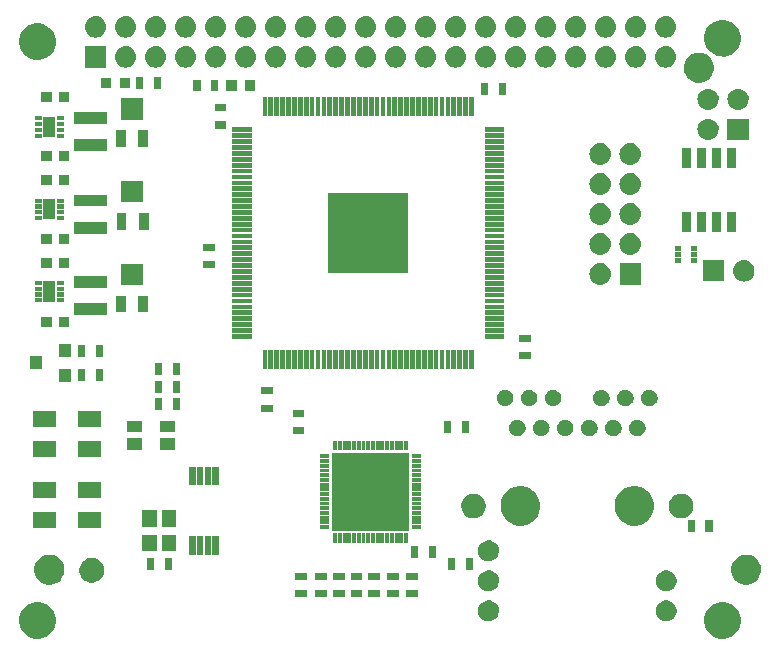
<source format=gbr>
G04 #@! TF.FileFunction,Soldermask,Top*
%FSLAX45Y45*%
G04 Gerber Fmt 4.5, Leading zero omitted, Abs format (unit mm)*
G04 Created by KiCad (PCBNEW 4.0.7) date 07/31/18 15:54:45*
%MOMM*%
%LPD*%
G01*
G04 APERTURE LIST*
%ADD10C,0.100000*%
G04 APERTURE END LIST*
D10*
G36*
X8216280Y-11175103D02*
X8246056Y-11181215D01*
X8267073Y-11190050D01*
X8274078Y-11192995D01*
X8274079Y-11192995D01*
X8299279Y-11209993D01*
X8320698Y-11231561D01*
X8337519Y-11256880D01*
X8349103Y-11284983D01*
X8355003Y-11314784D01*
X8355003Y-11314784D01*
X8355007Y-11314801D01*
X8354522Y-11349521D01*
X8354518Y-11349537D01*
X8354518Y-11349538D01*
X8347787Y-11379162D01*
X8335424Y-11406931D01*
X8317902Y-11431770D01*
X8295889Y-11452733D01*
X8270224Y-11469020D01*
X8241884Y-11480013D01*
X8211949Y-11485291D01*
X8181558Y-11484654D01*
X8151870Y-11478127D01*
X8124016Y-11465958D01*
X8099055Y-11448609D01*
X8077940Y-11426744D01*
X8061473Y-11401193D01*
X8050283Y-11372931D01*
X8044796Y-11343033D01*
X8045221Y-11312639D01*
X8051540Y-11282906D01*
X8063515Y-11254967D01*
X8080688Y-11229886D01*
X8102407Y-11208618D01*
X8127841Y-11191974D01*
X8156025Y-11180587D01*
X8185884Y-11174891D01*
X8216280Y-11175103D01*
X8216280Y-11175103D01*
G37*
G36*
X14016280Y-11175103D02*
X14046056Y-11181215D01*
X14067073Y-11190050D01*
X14074078Y-11192995D01*
X14074079Y-11192995D01*
X14099279Y-11209993D01*
X14120698Y-11231561D01*
X14137519Y-11256880D01*
X14149103Y-11284983D01*
X14155003Y-11314784D01*
X14155003Y-11314784D01*
X14155007Y-11314801D01*
X14154522Y-11349521D01*
X14154518Y-11349537D01*
X14154518Y-11349538D01*
X14147787Y-11379162D01*
X14135424Y-11406931D01*
X14117902Y-11431770D01*
X14095889Y-11452733D01*
X14070224Y-11469020D01*
X14041884Y-11480013D01*
X14011949Y-11485291D01*
X13981558Y-11484654D01*
X13951870Y-11478127D01*
X13924016Y-11465958D01*
X13899055Y-11448609D01*
X13877940Y-11426744D01*
X13861473Y-11401193D01*
X13850283Y-11372931D01*
X13844796Y-11343033D01*
X13845221Y-11312639D01*
X13851540Y-11282906D01*
X13863515Y-11254967D01*
X13880688Y-11229886D01*
X13902407Y-11208618D01*
X13927841Y-11191974D01*
X13956025Y-11180587D01*
X13985884Y-11174891D01*
X14016280Y-11175103D01*
X14016280Y-11175103D01*
G37*
G36*
X12027295Y-11160559D02*
X12044296Y-11164049D01*
X12060297Y-11170775D01*
X12074685Y-11180480D01*
X12086914Y-11192795D01*
X12096519Y-11207251D01*
X12103133Y-11223297D01*
X12106259Y-11239087D01*
X12106504Y-11240322D01*
X12106227Y-11260146D01*
X12106223Y-11260162D01*
X12106223Y-11260163D01*
X12102382Y-11277070D01*
X12095323Y-11292925D01*
X12085318Y-11307108D01*
X12072750Y-11319076D01*
X12058096Y-11328376D01*
X12041914Y-11334652D01*
X12024823Y-11337666D01*
X12007470Y-11337303D01*
X11990520Y-11333576D01*
X11974616Y-11326628D01*
X11960364Y-11316722D01*
X11948307Y-11304238D01*
X11938906Y-11289649D01*
X11932517Y-11273512D01*
X11929384Y-11256442D01*
X11929626Y-11239087D01*
X11933234Y-11222110D01*
X11940071Y-11206158D01*
X11949877Y-11191838D01*
X11962277Y-11179695D01*
X11976800Y-11170192D01*
X11992892Y-11163690D01*
X12009940Y-11160438D01*
X12027295Y-11160559D01*
X12027295Y-11160559D01*
G37*
G36*
X13531295Y-11160559D02*
X13548296Y-11164049D01*
X13564297Y-11170775D01*
X13578685Y-11180480D01*
X13590914Y-11192795D01*
X13600519Y-11207251D01*
X13607133Y-11223297D01*
X13610259Y-11239087D01*
X13610504Y-11240322D01*
X13610227Y-11260146D01*
X13610223Y-11260162D01*
X13610223Y-11260163D01*
X13606382Y-11277070D01*
X13599323Y-11292925D01*
X13589318Y-11307108D01*
X13576750Y-11319076D01*
X13562096Y-11328376D01*
X13545914Y-11334652D01*
X13528823Y-11337666D01*
X13511470Y-11337303D01*
X13494520Y-11333576D01*
X13478616Y-11326628D01*
X13464364Y-11316722D01*
X13452307Y-11304238D01*
X13442906Y-11289649D01*
X13436517Y-11273512D01*
X13433384Y-11256442D01*
X13433626Y-11239087D01*
X13437234Y-11222110D01*
X13444071Y-11206158D01*
X13453877Y-11191838D01*
X13466277Y-11179695D01*
X13480800Y-11170192D01*
X13496892Y-11163690D01*
X13513940Y-11160438D01*
X13531295Y-11160559D01*
X13531295Y-11160559D01*
G37*
G36*
X11420000Y-11135000D02*
X11320000Y-11135000D01*
X11320000Y-11075000D01*
X11420000Y-11075000D01*
X11420000Y-11135000D01*
X11420000Y-11135000D01*
G37*
G36*
X10480000Y-11135000D02*
X10380000Y-11135000D01*
X10380000Y-11075000D01*
X10480000Y-11075000D01*
X10480000Y-11135000D01*
X10480000Y-11135000D01*
G37*
G36*
X11100000Y-11135000D02*
X11000000Y-11135000D01*
X11000000Y-11075000D01*
X11100000Y-11075000D01*
X11100000Y-11135000D01*
X11100000Y-11135000D01*
G37*
G36*
X10650000Y-11135000D02*
X10550000Y-11135000D01*
X10550000Y-11075000D01*
X10650000Y-11075000D01*
X10650000Y-11135000D01*
X10650000Y-11135000D01*
G37*
G36*
X10800000Y-11135000D02*
X10700000Y-11135000D01*
X10700000Y-11075000D01*
X10800000Y-11075000D01*
X10800000Y-11135000D01*
X10800000Y-11135000D01*
G37*
G36*
X10950000Y-11135000D02*
X10850000Y-11135000D01*
X10850000Y-11075000D01*
X10950000Y-11075000D01*
X10950000Y-11135000D01*
X10950000Y-11135000D01*
G37*
G36*
X11260000Y-11135000D02*
X11160000Y-11135000D01*
X11160000Y-11075000D01*
X11260000Y-11075000D01*
X11260000Y-11135000D01*
X11260000Y-11135000D01*
G37*
G36*
X13531295Y-10906559D02*
X13548296Y-10910049D01*
X13557290Y-10913829D01*
X13562482Y-10916012D01*
X13564297Y-10916775D01*
X13578685Y-10926480D01*
X13590914Y-10938795D01*
X13600519Y-10953251D01*
X13607133Y-10969297D01*
X13610500Y-10986305D01*
X13610504Y-10986322D01*
X13610227Y-11006146D01*
X13610223Y-11006162D01*
X13610223Y-11006163D01*
X13606382Y-11023070D01*
X13599323Y-11038925D01*
X13589318Y-11053108D01*
X13576750Y-11065076D01*
X13562096Y-11074376D01*
X13545914Y-11080653D01*
X13528823Y-11083666D01*
X13511470Y-11083303D01*
X13494520Y-11079576D01*
X13478616Y-11072628D01*
X13464364Y-11062722D01*
X13452307Y-11050238D01*
X13442906Y-11035649D01*
X13436517Y-11019512D01*
X13433384Y-11002442D01*
X13433626Y-10985087D01*
X13437234Y-10968111D01*
X13444071Y-10952159D01*
X13453877Y-10937838D01*
X13466277Y-10925695D01*
X13480800Y-10916192D01*
X13496892Y-10909690D01*
X13513940Y-10906438D01*
X13531295Y-10906559D01*
X13531295Y-10906559D01*
G37*
G36*
X12027295Y-10906559D02*
X12044296Y-10910049D01*
X12053290Y-10913829D01*
X12058482Y-10916012D01*
X12060297Y-10916775D01*
X12074685Y-10926480D01*
X12086914Y-10938795D01*
X12096519Y-10953251D01*
X12103133Y-10969297D01*
X12106500Y-10986305D01*
X12106504Y-10986322D01*
X12106227Y-11006146D01*
X12106223Y-11006162D01*
X12106223Y-11006163D01*
X12102382Y-11023070D01*
X12095323Y-11038925D01*
X12085318Y-11053108D01*
X12072750Y-11065076D01*
X12058096Y-11074376D01*
X12041914Y-11080653D01*
X12024823Y-11083666D01*
X12007470Y-11083303D01*
X11990520Y-11079576D01*
X11974616Y-11072628D01*
X11960364Y-11062722D01*
X11948307Y-11050238D01*
X11938906Y-11035649D01*
X11932517Y-11019512D01*
X11929384Y-11002442D01*
X11929626Y-10985087D01*
X11933234Y-10968111D01*
X11940071Y-10952159D01*
X11949877Y-10937838D01*
X11962277Y-10925695D01*
X11976800Y-10916192D01*
X11992892Y-10909690D01*
X12009940Y-10906438D01*
X12027295Y-10906559D01*
X12027295Y-10906559D01*
G37*
G36*
X14213339Y-10773084D02*
X14237736Y-10778092D01*
X14260697Y-10787744D01*
X14281345Y-10801671D01*
X14298894Y-10819344D01*
X14312677Y-10840089D01*
X14322168Y-10863116D01*
X14327002Y-10887530D01*
X14327002Y-10887530D01*
X14327005Y-10887547D01*
X14326608Y-10915994D01*
X14326604Y-10916011D01*
X14326604Y-10916012D01*
X14321090Y-10940282D01*
X14310960Y-10963034D01*
X14296603Y-10983386D01*
X14278568Y-11000562D01*
X14257539Y-11013907D01*
X14234318Y-11022914D01*
X14209791Y-11027239D01*
X14184890Y-11026717D01*
X14160565Y-11021369D01*
X14137742Y-11011398D01*
X14117290Y-10997183D01*
X14099989Y-10979268D01*
X14086497Y-10958332D01*
X14077329Y-10935176D01*
X14072833Y-10910679D01*
X14073181Y-10885775D01*
X14078359Y-10861413D01*
X14088170Y-10838521D01*
X14102241Y-10817971D01*
X14120036Y-10800545D01*
X14140876Y-10786908D01*
X14163969Y-10777577D01*
X14188434Y-10772911D01*
X14213339Y-10773084D01*
X14213339Y-10773084D01*
G37*
G36*
X8313339Y-10773084D02*
X8337736Y-10778092D01*
X8360697Y-10787744D01*
X8381345Y-10801671D01*
X8398894Y-10819344D01*
X8412677Y-10840089D01*
X8422168Y-10863116D01*
X8427002Y-10887530D01*
X8427002Y-10887530D01*
X8427005Y-10887547D01*
X8426608Y-10915994D01*
X8426604Y-10916011D01*
X8426604Y-10916012D01*
X8421090Y-10940282D01*
X8410960Y-10963034D01*
X8396603Y-10983386D01*
X8378568Y-11000562D01*
X8357539Y-11013907D01*
X8334318Y-11022914D01*
X8309791Y-11027239D01*
X8284890Y-11026717D01*
X8260565Y-11021369D01*
X8237742Y-11011398D01*
X8217290Y-10997183D01*
X8199989Y-10979268D01*
X8186497Y-10958332D01*
X8177329Y-10935176D01*
X8172833Y-10910679D01*
X8173181Y-10885775D01*
X8178359Y-10861413D01*
X8188170Y-10838521D01*
X8202241Y-10817971D01*
X8220036Y-10800545D01*
X8240876Y-10786908D01*
X8263969Y-10777577D01*
X8288434Y-10772911D01*
X8313339Y-10773084D01*
X8313339Y-10773084D01*
G37*
G36*
X8671029Y-10800070D02*
X8691199Y-10804210D01*
X8697932Y-10807040D01*
X8710182Y-10812190D01*
X8727253Y-10823705D01*
X8727254Y-10823705D01*
X8741763Y-10838316D01*
X8749334Y-10849711D01*
X8753158Y-10855467D01*
X8761005Y-10874505D01*
X8765005Y-10894704D01*
X8764676Y-10918224D01*
X8764672Y-10918241D01*
X8760114Y-10938304D01*
X8757322Y-10944574D01*
X8751739Y-10957115D01*
X8743982Y-10968111D01*
X8739869Y-10973942D01*
X8724958Y-10988141D01*
X8710710Y-10997183D01*
X8707571Y-10999175D01*
X8688373Y-11006622D01*
X8680262Y-11008052D01*
X8668095Y-11010197D01*
X8668095Y-11010197D01*
X8647507Y-11009766D01*
X8627396Y-11005344D01*
X8613276Y-10999175D01*
X8608527Y-10997100D01*
X8605324Y-10994874D01*
X8591618Y-10985349D01*
X8577314Y-10970536D01*
X8569449Y-10958332D01*
X8566159Y-10953227D01*
X8558579Y-10934082D01*
X8554862Y-10913829D01*
X8554963Y-10906559D01*
X8555149Y-10893239D01*
X8559132Y-10874505D01*
X8559431Y-10873097D01*
X8564839Y-10860480D01*
X8567543Y-10854171D01*
X8577185Y-10840089D01*
X8579176Y-10837181D01*
X8579176Y-10837181D01*
X8593888Y-10822774D01*
X8610061Y-10812190D01*
X8611118Y-10811498D01*
X8612163Y-10811076D01*
X8630211Y-10803785D01*
X8630211Y-10803785D01*
X8630211Y-10803785D01*
X8647194Y-10800545D01*
X8650438Y-10799926D01*
X8671029Y-10800070D01*
X8671029Y-10800070D01*
G37*
G36*
X11100000Y-10985000D02*
X11000000Y-10985000D01*
X11000000Y-10925000D01*
X11100000Y-10925000D01*
X11100000Y-10985000D01*
X11100000Y-10985000D01*
G37*
G36*
X11420000Y-10985000D02*
X11320000Y-10985000D01*
X11320000Y-10925000D01*
X11420000Y-10925000D01*
X11420000Y-10985000D01*
X11420000Y-10985000D01*
G37*
G36*
X10480000Y-10985000D02*
X10380000Y-10985000D01*
X10380000Y-10925000D01*
X10480000Y-10925000D01*
X10480000Y-10985000D01*
X10480000Y-10985000D01*
G37*
G36*
X11260000Y-10985000D02*
X11160000Y-10985000D01*
X11160000Y-10925000D01*
X11260000Y-10925000D01*
X11260000Y-10985000D01*
X11260000Y-10985000D01*
G37*
G36*
X10800000Y-10985000D02*
X10700000Y-10985000D01*
X10700000Y-10925000D01*
X10800000Y-10925000D01*
X10800000Y-10985000D01*
X10800000Y-10985000D01*
G37*
G36*
X10950000Y-10985000D02*
X10850000Y-10985000D01*
X10850000Y-10925000D01*
X10950000Y-10925000D01*
X10950000Y-10985000D01*
X10950000Y-10985000D01*
G37*
G36*
X10650000Y-10985000D02*
X10550000Y-10985000D01*
X10550000Y-10925000D01*
X10650000Y-10925000D01*
X10650000Y-10985000D01*
X10650000Y-10985000D01*
G37*
G36*
X11885000Y-10900000D02*
X11825000Y-10900000D01*
X11825000Y-10800000D01*
X11885000Y-10800000D01*
X11885000Y-10900000D01*
X11885000Y-10900000D01*
G37*
G36*
X9340000Y-10900000D02*
X9280000Y-10900000D01*
X9280000Y-10800000D01*
X9340000Y-10800000D01*
X9340000Y-10900000D01*
X9340000Y-10900000D01*
G37*
G36*
X9190000Y-10900000D02*
X9130000Y-10900000D01*
X9130000Y-10800000D01*
X9190000Y-10800000D01*
X9190000Y-10900000D01*
X9190000Y-10900000D01*
G37*
G36*
X11735000Y-10900000D02*
X11675000Y-10900000D01*
X11675000Y-10800000D01*
X11735000Y-10800000D01*
X11735000Y-10900000D01*
X11735000Y-10900000D01*
G37*
G36*
X12027295Y-10652559D02*
X12044296Y-10656049D01*
X12060297Y-10662775D01*
X12074685Y-10672480D01*
X12086914Y-10684795D01*
X12096519Y-10699251D01*
X12103133Y-10715297D01*
X12106259Y-10731087D01*
X12106504Y-10732322D01*
X12106227Y-10752146D01*
X12106223Y-10752162D01*
X12106223Y-10752163D01*
X12102382Y-10769070D01*
X12095323Y-10784925D01*
X12085318Y-10799108D01*
X12072750Y-10811076D01*
X12058096Y-10820376D01*
X12041914Y-10826653D01*
X12024823Y-10829666D01*
X12007470Y-10829303D01*
X11990520Y-10825576D01*
X11974616Y-10818628D01*
X11960364Y-10808722D01*
X11948307Y-10796238D01*
X11938906Y-10781649D01*
X11932517Y-10765512D01*
X11929384Y-10748442D01*
X11929626Y-10731087D01*
X11933234Y-10714111D01*
X11940071Y-10698159D01*
X11949877Y-10683838D01*
X11962277Y-10671695D01*
X11976800Y-10662192D01*
X11992892Y-10655690D01*
X12009940Y-10652438D01*
X12027295Y-10652559D01*
X12027295Y-10652559D01*
G37*
G36*
X11575000Y-10800000D02*
X11515000Y-10800000D01*
X11515000Y-10700000D01*
X11575000Y-10700000D01*
X11575000Y-10800000D01*
X11575000Y-10800000D01*
G37*
G36*
X11425000Y-10800000D02*
X11365000Y-10800000D01*
X11365000Y-10700000D01*
X11425000Y-10700000D01*
X11425000Y-10800000D01*
X11425000Y-10800000D01*
G37*
G36*
X9670000Y-10772500D02*
X9615000Y-10772500D01*
X9615000Y-10617500D01*
X9670000Y-10617500D01*
X9670000Y-10772500D01*
X9670000Y-10772500D01*
G37*
G36*
X9540000Y-10772500D02*
X9485000Y-10772500D01*
X9485000Y-10617500D01*
X9540000Y-10617500D01*
X9540000Y-10772500D01*
X9540000Y-10772500D01*
G37*
G36*
X9735000Y-10772500D02*
X9680000Y-10772500D01*
X9680000Y-10617500D01*
X9735000Y-10617500D01*
X9735000Y-10772500D01*
X9735000Y-10772500D01*
G37*
G36*
X9605000Y-10772500D02*
X9550000Y-10772500D01*
X9550000Y-10617500D01*
X9605000Y-10617500D01*
X9605000Y-10772500D01*
X9605000Y-10772500D01*
G37*
G36*
X9372500Y-10745000D02*
X9252500Y-10745000D01*
X9252500Y-10605000D01*
X9372500Y-10605000D01*
X9372500Y-10745000D01*
X9372500Y-10745000D01*
G37*
G36*
X9207500Y-10745000D02*
X9087500Y-10745000D01*
X9087500Y-10605000D01*
X9207500Y-10605000D01*
X9207500Y-10745000D01*
X9207500Y-10745000D01*
G37*
G36*
X11056500Y-10670500D02*
X11023500Y-10670500D01*
X11023500Y-10589500D01*
X11056500Y-10589500D01*
X11056500Y-10670500D01*
X11056500Y-10670500D01*
G37*
G36*
X11336500Y-10670500D02*
X11303500Y-10670500D01*
X11303500Y-10589500D01*
X11336500Y-10589500D01*
X11336500Y-10670500D01*
X11336500Y-10670500D01*
G37*
G36*
X11296500Y-10670500D02*
X11263500Y-10670500D01*
X11263500Y-10589500D01*
X11296500Y-10589500D01*
X11296500Y-10670500D01*
X11296500Y-10670500D01*
G37*
G36*
X11256500Y-10670500D02*
X11223500Y-10670500D01*
X11223500Y-10589500D01*
X11256500Y-10589500D01*
X11256500Y-10670500D01*
X11256500Y-10670500D01*
G37*
G36*
X11216500Y-10670500D02*
X11183500Y-10670500D01*
X11183500Y-10589500D01*
X11216500Y-10589500D01*
X11216500Y-10670500D01*
X11216500Y-10670500D01*
G37*
G36*
X11176500Y-10670500D02*
X11143500Y-10670500D01*
X11143500Y-10589500D01*
X11176500Y-10589500D01*
X11176500Y-10670500D01*
X11176500Y-10670500D01*
G37*
G36*
X11136500Y-10670500D02*
X11103500Y-10670500D01*
X11103500Y-10589500D01*
X11136500Y-10589500D01*
X11136500Y-10670500D01*
X11136500Y-10670500D01*
G37*
G36*
X11096500Y-10670500D02*
X11063500Y-10670500D01*
X11063500Y-10589500D01*
X11096500Y-10589500D01*
X11096500Y-10670500D01*
X11096500Y-10670500D01*
G37*
G36*
X11016500Y-10670500D02*
X10983500Y-10670500D01*
X10983500Y-10589500D01*
X11016500Y-10589500D01*
X11016500Y-10670500D01*
X11016500Y-10670500D01*
G37*
G36*
X10976500Y-10670500D02*
X10943500Y-10670500D01*
X10943500Y-10589500D01*
X10976500Y-10589500D01*
X10976500Y-10670500D01*
X10976500Y-10670500D01*
G37*
G36*
X10936500Y-10670500D02*
X10903500Y-10670500D01*
X10903500Y-10589500D01*
X10936500Y-10589500D01*
X10936500Y-10670500D01*
X10936500Y-10670500D01*
G37*
G36*
X10896500Y-10670500D02*
X10863500Y-10670500D01*
X10863500Y-10589500D01*
X10896500Y-10589500D01*
X10896500Y-10670500D01*
X10896500Y-10670500D01*
G37*
G36*
X10736500Y-10670500D02*
X10703500Y-10670500D01*
X10703500Y-10589500D01*
X10736500Y-10589500D01*
X10736500Y-10670500D01*
X10736500Y-10670500D01*
G37*
G36*
X10776500Y-10670500D02*
X10743500Y-10670500D01*
X10743500Y-10589500D01*
X10776500Y-10589500D01*
X10776500Y-10670500D01*
X10776500Y-10670500D01*
G37*
G36*
X10816500Y-10670500D02*
X10783500Y-10670500D01*
X10783500Y-10589500D01*
X10816500Y-10589500D01*
X10816500Y-10670500D01*
X10816500Y-10670500D01*
G37*
G36*
X10856500Y-10670500D02*
X10823500Y-10670500D01*
X10823500Y-10589500D01*
X10856500Y-10589500D01*
X10856500Y-10670500D01*
X10856500Y-10670500D01*
G37*
G36*
X13915000Y-10580000D02*
X13855000Y-10580000D01*
X13855000Y-10480000D01*
X13915000Y-10480000D01*
X13915000Y-10580000D01*
X13915000Y-10580000D01*
G37*
G36*
X13765000Y-10580000D02*
X13705000Y-10580000D01*
X13705000Y-10480000D01*
X13765000Y-10480000D01*
X13765000Y-10580000D01*
X13765000Y-10580000D01*
G37*
G36*
X11349500Y-10569500D02*
X10690500Y-10569500D01*
X10690500Y-9910500D01*
X11349500Y-9910500D01*
X11349500Y-10569500D01*
X11349500Y-10569500D01*
G37*
G36*
X10670500Y-10556500D02*
X10589500Y-10556500D01*
X10589500Y-10523500D01*
X10670500Y-10523500D01*
X10670500Y-10556500D01*
X10670500Y-10556500D01*
G37*
G36*
X11450500Y-10556500D02*
X11369500Y-10556500D01*
X11369500Y-10523500D01*
X11450500Y-10523500D01*
X11450500Y-10556500D01*
X11450500Y-10556500D01*
G37*
G36*
X8353500Y-10546000D02*
X8165500Y-10546000D01*
X8165500Y-10408000D01*
X8353500Y-10408000D01*
X8353500Y-10546000D01*
X8353500Y-10546000D01*
G37*
G36*
X8734500Y-10545500D02*
X8546500Y-10545500D01*
X8546500Y-10408500D01*
X8734500Y-10408500D01*
X8734500Y-10545500D01*
X8734500Y-10545500D01*
G37*
G36*
X9372500Y-10535000D02*
X9252500Y-10535000D01*
X9252500Y-10395000D01*
X9372500Y-10395000D01*
X9372500Y-10535000D01*
X9372500Y-10535000D01*
G37*
G36*
X9207500Y-10535000D02*
X9087500Y-10535000D01*
X9087500Y-10395000D01*
X9207500Y-10395000D01*
X9207500Y-10535000D01*
X9207500Y-10535000D01*
G37*
G36*
X12305041Y-10193111D02*
X12337122Y-10199696D01*
X12367314Y-10212388D01*
X12394465Y-10230702D01*
X12417542Y-10253940D01*
X12429583Y-10272064D01*
X12435666Y-10281219D01*
X12440583Y-10293150D01*
X12448146Y-10311498D01*
X12454284Y-10342500D01*
X12454507Y-10343625D01*
X12453985Y-10381032D01*
X12453981Y-10381049D01*
X12453981Y-10381049D01*
X12446729Y-10412969D01*
X12433408Y-10442887D01*
X12414530Y-10469650D01*
X12390813Y-10492235D01*
X12363161Y-10509783D01*
X12332627Y-10521627D01*
X12300374Y-10527314D01*
X12267631Y-10526628D01*
X12235644Y-10519595D01*
X12205633Y-10506484D01*
X12178740Y-10487792D01*
X12155990Y-10464234D01*
X12138249Y-10436705D01*
X12126192Y-10406254D01*
X12120280Y-10374042D01*
X12120738Y-10341295D01*
X12127547Y-10309260D01*
X12140449Y-10279158D01*
X12158951Y-10252135D01*
X12182351Y-10229221D01*
X12209755Y-10211288D01*
X12240121Y-10199019D01*
X12272291Y-10192883D01*
X12305041Y-10193111D01*
X12305041Y-10193111D01*
G37*
G36*
X13270041Y-10193111D02*
X13302122Y-10199696D01*
X13332314Y-10212388D01*
X13359465Y-10230702D01*
X13382542Y-10253940D01*
X13394583Y-10272064D01*
X13400666Y-10281219D01*
X13405583Y-10293150D01*
X13413146Y-10311498D01*
X13419284Y-10342500D01*
X13419507Y-10343625D01*
X13418985Y-10381032D01*
X13418981Y-10381049D01*
X13418981Y-10381049D01*
X13411729Y-10412969D01*
X13398408Y-10442887D01*
X13379530Y-10469650D01*
X13355813Y-10492235D01*
X13328161Y-10509783D01*
X13297627Y-10521627D01*
X13265374Y-10527314D01*
X13232631Y-10526628D01*
X13200644Y-10519595D01*
X13170633Y-10506484D01*
X13143740Y-10487792D01*
X13120990Y-10464234D01*
X13103249Y-10436705D01*
X13091192Y-10406254D01*
X13085280Y-10374042D01*
X13085738Y-10341295D01*
X13092547Y-10309260D01*
X13105449Y-10279158D01*
X13123951Y-10252135D01*
X13147351Y-10229221D01*
X13174755Y-10211288D01*
X13205121Y-10199019D01*
X13237291Y-10192883D01*
X13270041Y-10193111D01*
X13270041Y-10193111D01*
G37*
G36*
X11450500Y-10516500D02*
X11369500Y-10516500D01*
X11369500Y-10483500D01*
X11450500Y-10483500D01*
X11450500Y-10516500D01*
X11450500Y-10516500D01*
G37*
G36*
X10670500Y-10516500D02*
X10589500Y-10516500D01*
X10589500Y-10483500D01*
X10670500Y-10483500D01*
X10670500Y-10516500D01*
X10670500Y-10516500D01*
G37*
G36*
X10670500Y-10476500D02*
X10589500Y-10476500D01*
X10589500Y-10443500D01*
X10670500Y-10443500D01*
X10670500Y-10476500D01*
X10670500Y-10476500D01*
G37*
G36*
X11450500Y-10476500D02*
X11369500Y-10476500D01*
X11369500Y-10443500D01*
X11450500Y-10443500D01*
X11450500Y-10476500D01*
X11450500Y-10476500D01*
G37*
G36*
X11901871Y-10256569D02*
X11921753Y-10260650D01*
X11940465Y-10268516D01*
X11957293Y-10279866D01*
X11971595Y-10294268D01*
X11982827Y-10311174D01*
X11990562Y-10329941D01*
X11994501Y-10349834D01*
X11994501Y-10349835D01*
X11994504Y-10349851D01*
X11994181Y-10373035D01*
X11994177Y-10373052D01*
X11994177Y-10373052D01*
X11989684Y-10392828D01*
X11981428Y-10411370D01*
X11969728Y-10427956D01*
X11955029Y-10441954D01*
X11937892Y-10452830D01*
X11918968Y-10460170D01*
X11898979Y-10463694D01*
X11878686Y-10463269D01*
X11858862Y-10458911D01*
X11840262Y-10450785D01*
X11823595Y-10439201D01*
X11809495Y-10424600D01*
X11798500Y-10407538D01*
X11791028Y-10388667D01*
X11787364Y-10368703D01*
X11787437Y-10363500D01*
X11787647Y-10348407D01*
X11791572Y-10329941D01*
X11791867Y-10328553D01*
X11799863Y-10309897D01*
X11811331Y-10293150D01*
X11825833Y-10278948D01*
X11842817Y-10267834D01*
X11861636Y-10260230D01*
X11881574Y-10256427D01*
X11901871Y-10256569D01*
X11901871Y-10256569D01*
G37*
G36*
X13659871Y-10256569D02*
X13679753Y-10260650D01*
X13698465Y-10268516D01*
X13715293Y-10279866D01*
X13729595Y-10294268D01*
X13740827Y-10311174D01*
X13748562Y-10329941D01*
X13752501Y-10349834D01*
X13752501Y-10349835D01*
X13752504Y-10349851D01*
X13752181Y-10373035D01*
X13752177Y-10373052D01*
X13752177Y-10373052D01*
X13747684Y-10392828D01*
X13739428Y-10411370D01*
X13727728Y-10427956D01*
X13713029Y-10441954D01*
X13695892Y-10452830D01*
X13676968Y-10460170D01*
X13656979Y-10463694D01*
X13636686Y-10463269D01*
X13616862Y-10458911D01*
X13598262Y-10450785D01*
X13581595Y-10439201D01*
X13567495Y-10424600D01*
X13556500Y-10407538D01*
X13549028Y-10388667D01*
X13545364Y-10368703D01*
X13545437Y-10363500D01*
X13545647Y-10348407D01*
X13549572Y-10329941D01*
X13549867Y-10328553D01*
X13557863Y-10309897D01*
X13569331Y-10293150D01*
X13583833Y-10278948D01*
X13600817Y-10267834D01*
X13619636Y-10260230D01*
X13639574Y-10256427D01*
X13659871Y-10256569D01*
X13659871Y-10256569D01*
G37*
G36*
X11450500Y-10436500D02*
X11369500Y-10436500D01*
X11369500Y-10403500D01*
X11450500Y-10403500D01*
X11450500Y-10436500D01*
X11450500Y-10436500D01*
G37*
G36*
X10670500Y-10436500D02*
X10589500Y-10436500D01*
X10589500Y-10403500D01*
X10670500Y-10403500D01*
X10670500Y-10436500D01*
X10670500Y-10436500D01*
G37*
G36*
X10670500Y-10396500D02*
X10589500Y-10396500D01*
X10589500Y-10363500D01*
X10670500Y-10363500D01*
X10670500Y-10396500D01*
X10670500Y-10396500D01*
G37*
G36*
X11450500Y-10396500D02*
X11369500Y-10396500D01*
X11369500Y-10363500D01*
X11450500Y-10363500D01*
X11450500Y-10396500D01*
X11450500Y-10396500D01*
G37*
G36*
X10670500Y-10356500D02*
X10589500Y-10356500D01*
X10589500Y-10323500D01*
X10670500Y-10323500D01*
X10670500Y-10356500D01*
X10670500Y-10356500D01*
G37*
G36*
X11450500Y-10356500D02*
X11369500Y-10356500D01*
X11369500Y-10323500D01*
X11450500Y-10323500D01*
X11450500Y-10356500D01*
X11450500Y-10356500D01*
G37*
G36*
X10670500Y-10316500D02*
X10589500Y-10316500D01*
X10589500Y-10283500D01*
X10670500Y-10283500D01*
X10670500Y-10316500D01*
X10670500Y-10316500D01*
G37*
G36*
X11450500Y-10316500D02*
X11369500Y-10316500D01*
X11369500Y-10283500D01*
X11450500Y-10283500D01*
X11450500Y-10316500D01*
X11450500Y-10316500D01*
G37*
G36*
X8734500Y-10291500D02*
X8546500Y-10291500D01*
X8546500Y-10154500D01*
X8734500Y-10154500D01*
X8734500Y-10291500D01*
X8734500Y-10291500D01*
G37*
G36*
X8353500Y-10291500D02*
X8165500Y-10291500D01*
X8165500Y-10154500D01*
X8353500Y-10154500D01*
X8353500Y-10291500D01*
X8353500Y-10291500D01*
G37*
G36*
X10670500Y-10276500D02*
X10589500Y-10276500D01*
X10589500Y-10243500D01*
X10670500Y-10243500D01*
X10670500Y-10276500D01*
X10670500Y-10276500D01*
G37*
G36*
X11450500Y-10276500D02*
X11369500Y-10276500D01*
X11369500Y-10243500D01*
X11450500Y-10243500D01*
X11450500Y-10276500D01*
X11450500Y-10276500D01*
G37*
G36*
X10670500Y-10236500D02*
X10589500Y-10236500D01*
X10589500Y-10203500D01*
X10670500Y-10203500D01*
X10670500Y-10236500D01*
X10670500Y-10236500D01*
G37*
G36*
X11450500Y-10236500D02*
X11369500Y-10236500D01*
X11369500Y-10203500D01*
X11450500Y-10203500D01*
X11450500Y-10236500D01*
X11450500Y-10236500D01*
G37*
G36*
X10670500Y-10196500D02*
X10589500Y-10196500D01*
X10589500Y-10163500D01*
X10670500Y-10163500D01*
X10670500Y-10196500D01*
X10670500Y-10196500D01*
G37*
G36*
X11450500Y-10196500D02*
X11369500Y-10196500D01*
X11369500Y-10163500D01*
X11450500Y-10163500D01*
X11450500Y-10196500D01*
X11450500Y-10196500D01*
G37*
G36*
X9540000Y-10182500D02*
X9485000Y-10182500D01*
X9485000Y-10027500D01*
X9540000Y-10027500D01*
X9540000Y-10182500D01*
X9540000Y-10182500D01*
G37*
G36*
X9735000Y-10182500D02*
X9680000Y-10182500D01*
X9680000Y-10027500D01*
X9735000Y-10027500D01*
X9735000Y-10182500D01*
X9735000Y-10182500D01*
G37*
G36*
X9605000Y-10182500D02*
X9550000Y-10182500D01*
X9550000Y-10027500D01*
X9605000Y-10027500D01*
X9605000Y-10182500D01*
X9605000Y-10182500D01*
G37*
G36*
X9670000Y-10182500D02*
X9615000Y-10182500D01*
X9615000Y-10027500D01*
X9670000Y-10027500D01*
X9670000Y-10182500D01*
X9670000Y-10182500D01*
G37*
G36*
X10670500Y-10156500D02*
X10589500Y-10156500D01*
X10589500Y-10123500D01*
X10670500Y-10123500D01*
X10670500Y-10156500D01*
X10670500Y-10156500D01*
G37*
G36*
X11450500Y-10156500D02*
X11369500Y-10156500D01*
X11369500Y-10123500D01*
X11450500Y-10123500D01*
X11450500Y-10156500D01*
X11450500Y-10156500D01*
G37*
G36*
X10670500Y-10116500D02*
X10589500Y-10116500D01*
X10589500Y-10083500D01*
X10670500Y-10083500D01*
X10670500Y-10116500D01*
X10670500Y-10116500D01*
G37*
G36*
X11450500Y-10116500D02*
X11369500Y-10116500D01*
X11369500Y-10083500D01*
X11450500Y-10083500D01*
X11450500Y-10116500D01*
X11450500Y-10116500D01*
G37*
G36*
X10670500Y-10076500D02*
X10589500Y-10076500D01*
X10589500Y-10043500D01*
X10670500Y-10043500D01*
X10670500Y-10076500D01*
X10670500Y-10076500D01*
G37*
G36*
X11450500Y-10076500D02*
X11369500Y-10076500D01*
X11369500Y-10043500D01*
X11450500Y-10043500D01*
X11450500Y-10076500D01*
X11450500Y-10076500D01*
G37*
G36*
X11450500Y-10036500D02*
X11369500Y-10036500D01*
X11369500Y-10003500D01*
X11450500Y-10003500D01*
X11450500Y-10036500D01*
X11450500Y-10036500D01*
G37*
G36*
X10670500Y-10036500D02*
X10589500Y-10036500D01*
X10589500Y-10003500D01*
X10670500Y-10003500D01*
X10670500Y-10036500D01*
X10670500Y-10036500D01*
G37*
G36*
X10670500Y-9996500D02*
X10589500Y-9996500D01*
X10589500Y-9963500D01*
X10670500Y-9963500D01*
X10670500Y-9996500D01*
X10670500Y-9996500D01*
G37*
G36*
X11450500Y-9996500D02*
X11369500Y-9996500D01*
X11369500Y-9963500D01*
X11450500Y-9963500D01*
X11450500Y-9996500D01*
X11450500Y-9996500D01*
G37*
G36*
X11450500Y-9956500D02*
X11369500Y-9956500D01*
X11369500Y-9923500D01*
X11450500Y-9923500D01*
X11450500Y-9956500D01*
X11450500Y-9956500D01*
G37*
G36*
X10670500Y-9956500D02*
X10589500Y-9956500D01*
X10589500Y-9923500D01*
X10670500Y-9923500D01*
X10670500Y-9956500D01*
X10670500Y-9956500D01*
G37*
G36*
X8353500Y-9946000D02*
X8165500Y-9946000D01*
X8165500Y-9808000D01*
X8353500Y-9808000D01*
X8353500Y-9946000D01*
X8353500Y-9946000D01*
G37*
G36*
X8734500Y-9945500D02*
X8546500Y-9945500D01*
X8546500Y-9808500D01*
X8734500Y-9808500D01*
X8734500Y-9945500D01*
X8734500Y-9945500D01*
G37*
G36*
X11336500Y-9890500D02*
X11303500Y-9890500D01*
X11303500Y-9809500D01*
X11336500Y-9809500D01*
X11336500Y-9890500D01*
X11336500Y-9890500D01*
G37*
G36*
X10896500Y-9890500D02*
X10863500Y-9890500D01*
X10863500Y-9809500D01*
X10896500Y-9809500D01*
X10896500Y-9890500D01*
X10896500Y-9890500D01*
G37*
G36*
X10936500Y-9890500D02*
X10903500Y-9890500D01*
X10903500Y-9809500D01*
X10936500Y-9809500D01*
X10936500Y-9890500D01*
X10936500Y-9890500D01*
G37*
G36*
X10976500Y-9890500D02*
X10943500Y-9890500D01*
X10943500Y-9809500D01*
X10976500Y-9809500D01*
X10976500Y-9890500D01*
X10976500Y-9890500D01*
G37*
G36*
X11016500Y-9890500D02*
X10983500Y-9890500D01*
X10983500Y-9809500D01*
X11016500Y-9809500D01*
X11016500Y-9890500D01*
X11016500Y-9890500D01*
G37*
G36*
X11056500Y-9890500D02*
X11023500Y-9890500D01*
X11023500Y-9809500D01*
X11056500Y-9809500D01*
X11056500Y-9890500D01*
X11056500Y-9890500D01*
G37*
G36*
X10816500Y-9890500D02*
X10783500Y-9890500D01*
X10783500Y-9809500D01*
X10816500Y-9809500D01*
X10816500Y-9890500D01*
X10816500Y-9890500D01*
G37*
G36*
X10776500Y-9890500D02*
X10743500Y-9890500D01*
X10743500Y-9809500D01*
X10776500Y-9809500D01*
X10776500Y-9890500D01*
X10776500Y-9890500D01*
G37*
G36*
X10856500Y-9890500D02*
X10823500Y-9890500D01*
X10823500Y-9809500D01*
X10856500Y-9809500D01*
X10856500Y-9890500D01*
X10856500Y-9890500D01*
G37*
G36*
X11176500Y-9890500D02*
X11143500Y-9890500D01*
X11143500Y-9809500D01*
X11176500Y-9809500D01*
X11176500Y-9890500D01*
X11176500Y-9890500D01*
G37*
G36*
X11216500Y-9890500D02*
X11183500Y-9890500D01*
X11183500Y-9809500D01*
X11216500Y-9809500D01*
X11216500Y-9890500D01*
X11216500Y-9890500D01*
G37*
G36*
X11256500Y-9890500D02*
X11223500Y-9890500D01*
X11223500Y-9809500D01*
X11256500Y-9809500D01*
X11256500Y-9890500D01*
X11256500Y-9890500D01*
G37*
G36*
X11096500Y-9890500D02*
X11063500Y-9890500D01*
X11063500Y-9809500D01*
X11096500Y-9809500D01*
X11096500Y-9890500D01*
X11096500Y-9890500D01*
G37*
G36*
X11296500Y-9890500D02*
X11263500Y-9890500D01*
X11263500Y-9809500D01*
X11296500Y-9809500D01*
X11296500Y-9890500D01*
X11296500Y-9890500D01*
G37*
G36*
X11136500Y-9890500D02*
X11103500Y-9890500D01*
X11103500Y-9809500D01*
X11136500Y-9809500D01*
X11136500Y-9890500D01*
X11136500Y-9890500D01*
G37*
G36*
X10736500Y-9890500D02*
X10703500Y-9890500D01*
X10703500Y-9809500D01*
X10736500Y-9809500D01*
X10736500Y-9890500D01*
X10736500Y-9890500D01*
G37*
G36*
X9365000Y-9882500D02*
X9235000Y-9882500D01*
X9235000Y-9782500D01*
X9365000Y-9782500D01*
X9365000Y-9882500D01*
X9365000Y-9882500D01*
G37*
G36*
X9085000Y-9882500D02*
X8955000Y-9882500D01*
X8955000Y-9782500D01*
X9085000Y-9782500D01*
X9085000Y-9882500D01*
X9085000Y-9882500D01*
G37*
G36*
X13082352Y-9630047D02*
X13095799Y-9632807D01*
X13108455Y-9638127D01*
X13119836Y-9645803D01*
X13129509Y-9655544D01*
X13137105Y-9666978D01*
X13142337Y-9679670D01*
X13145000Y-9693119D01*
X13145003Y-9693136D01*
X13144784Y-9708816D01*
X13144780Y-9708833D01*
X13141743Y-9722203D01*
X13136159Y-9734743D01*
X13128246Y-9745961D01*
X13118305Y-9755428D01*
X13106714Y-9762783D01*
X13093915Y-9767748D01*
X13080397Y-9770132D01*
X13066671Y-9769844D01*
X13053264Y-9766896D01*
X13040685Y-9761400D01*
X13029412Y-9753566D01*
X13019876Y-9743691D01*
X13012439Y-9732152D01*
X13007386Y-9719388D01*
X13004908Y-9705886D01*
X13005100Y-9692159D01*
X13007954Y-9678731D01*
X13013362Y-9666114D01*
X13021117Y-9654787D01*
X13030926Y-9645182D01*
X13042412Y-9637666D01*
X13055141Y-9632523D01*
X13068625Y-9629951D01*
X13082352Y-9630047D01*
X13082352Y-9630047D01*
G37*
G36*
X12879352Y-9630047D02*
X12892799Y-9632807D01*
X12905455Y-9638127D01*
X12916836Y-9645803D01*
X12926509Y-9655544D01*
X12934105Y-9666978D01*
X12939337Y-9679670D01*
X12942000Y-9693119D01*
X12942003Y-9693136D01*
X12941784Y-9708816D01*
X12941780Y-9708833D01*
X12938743Y-9722203D01*
X12933159Y-9734743D01*
X12925246Y-9745961D01*
X12915305Y-9755428D01*
X12903714Y-9762783D01*
X12890915Y-9767748D01*
X12877397Y-9770132D01*
X12863671Y-9769844D01*
X12850264Y-9766896D01*
X12837685Y-9761400D01*
X12826412Y-9753566D01*
X12816876Y-9743691D01*
X12809439Y-9732152D01*
X12804386Y-9719388D01*
X12801908Y-9705886D01*
X12802100Y-9692159D01*
X12804954Y-9678731D01*
X12810362Y-9666114D01*
X12818117Y-9654787D01*
X12827926Y-9645182D01*
X12839412Y-9637666D01*
X12852141Y-9632523D01*
X12865625Y-9629951D01*
X12879352Y-9630047D01*
X12879352Y-9630047D01*
G37*
G36*
X13285352Y-9630047D02*
X13298799Y-9632807D01*
X13311455Y-9638127D01*
X13322836Y-9645803D01*
X13332509Y-9655544D01*
X13340105Y-9666978D01*
X13345337Y-9679670D01*
X13348000Y-9693119D01*
X13348003Y-9693136D01*
X13347784Y-9708816D01*
X13347780Y-9708833D01*
X13344743Y-9722203D01*
X13339159Y-9734743D01*
X13331246Y-9745961D01*
X13321305Y-9755428D01*
X13309714Y-9762783D01*
X13296915Y-9767748D01*
X13283397Y-9770132D01*
X13269671Y-9769844D01*
X13256264Y-9766896D01*
X13243685Y-9761400D01*
X13232412Y-9753566D01*
X13222876Y-9743691D01*
X13215439Y-9732152D01*
X13210386Y-9719388D01*
X13207908Y-9705886D01*
X13208100Y-9692159D01*
X13210954Y-9678731D01*
X13216362Y-9666114D01*
X13224117Y-9654787D01*
X13233926Y-9645182D01*
X13245412Y-9637666D01*
X13258141Y-9632523D01*
X13271625Y-9629951D01*
X13285352Y-9630047D01*
X13285352Y-9630047D01*
G37*
G36*
X12472352Y-9630047D02*
X12485799Y-9632807D01*
X12498455Y-9638127D01*
X12509836Y-9645803D01*
X12519509Y-9655544D01*
X12527105Y-9666978D01*
X12532337Y-9679670D01*
X12535000Y-9693119D01*
X12535003Y-9693136D01*
X12534784Y-9708816D01*
X12534780Y-9708833D01*
X12531743Y-9722203D01*
X12526159Y-9734743D01*
X12518246Y-9745961D01*
X12508305Y-9755428D01*
X12496714Y-9762783D01*
X12483915Y-9767748D01*
X12470397Y-9770132D01*
X12456671Y-9769844D01*
X12443264Y-9766896D01*
X12430685Y-9761400D01*
X12419412Y-9753566D01*
X12409876Y-9743691D01*
X12402439Y-9732152D01*
X12397386Y-9719388D01*
X12394908Y-9705886D01*
X12395100Y-9692159D01*
X12397954Y-9678731D01*
X12403362Y-9666114D01*
X12411117Y-9654787D01*
X12420926Y-9645182D01*
X12432412Y-9637666D01*
X12445141Y-9632523D01*
X12458625Y-9629951D01*
X12472352Y-9630047D01*
X12472352Y-9630047D01*
G37*
G36*
X12269352Y-9630047D02*
X12282799Y-9632807D01*
X12295455Y-9638127D01*
X12306836Y-9645803D01*
X12316509Y-9655544D01*
X12324105Y-9666978D01*
X12329337Y-9679670D01*
X12332000Y-9693119D01*
X12332003Y-9693136D01*
X12331784Y-9708816D01*
X12331780Y-9708833D01*
X12328743Y-9722203D01*
X12323159Y-9734743D01*
X12315246Y-9745961D01*
X12305305Y-9755428D01*
X12293714Y-9762783D01*
X12280915Y-9767748D01*
X12267397Y-9770132D01*
X12253671Y-9769844D01*
X12240264Y-9766896D01*
X12227685Y-9761400D01*
X12216412Y-9753566D01*
X12206876Y-9743691D01*
X12199439Y-9732152D01*
X12194386Y-9719388D01*
X12191908Y-9705886D01*
X12192100Y-9692159D01*
X12194954Y-9678731D01*
X12200362Y-9666114D01*
X12208117Y-9654787D01*
X12217926Y-9645182D01*
X12229412Y-9637666D01*
X12242141Y-9632523D01*
X12255625Y-9629951D01*
X12269352Y-9630047D01*
X12269352Y-9630047D01*
G37*
G36*
X12675352Y-9630047D02*
X12688799Y-9632807D01*
X12701455Y-9638127D01*
X12712836Y-9645803D01*
X12722509Y-9655544D01*
X12730105Y-9666978D01*
X12735337Y-9679670D01*
X12738000Y-9693119D01*
X12738003Y-9693136D01*
X12737784Y-9708816D01*
X12737780Y-9708833D01*
X12734743Y-9722203D01*
X12729159Y-9734743D01*
X12721246Y-9745961D01*
X12711305Y-9755428D01*
X12699714Y-9762783D01*
X12686915Y-9767748D01*
X12673397Y-9770132D01*
X12659671Y-9769844D01*
X12646264Y-9766896D01*
X12633685Y-9761400D01*
X12622412Y-9753566D01*
X12612876Y-9743691D01*
X12605439Y-9732152D01*
X12600386Y-9719388D01*
X12597908Y-9705886D01*
X12598100Y-9692159D01*
X12600954Y-9678731D01*
X12606362Y-9666114D01*
X12614117Y-9654787D01*
X12623926Y-9645182D01*
X12635412Y-9637666D01*
X12648141Y-9632523D01*
X12661625Y-9629951D01*
X12675352Y-9630047D01*
X12675352Y-9630047D01*
G37*
G36*
X10460000Y-9755000D02*
X10360000Y-9755000D01*
X10360000Y-9695000D01*
X10460000Y-9695000D01*
X10460000Y-9755000D01*
X10460000Y-9755000D01*
G37*
G36*
X11705000Y-9740000D02*
X11645000Y-9740000D01*
X11645000Y-9640000D01*
X11705000Y-9640000D01*
X11705000Y-9740000D01*
X11705000Y-9740000D01*
G37*
G36*
X11855000Y-9740000D02*
X11795000Y-9740000D01*
X11795000Y-9640000D01*
X11855000Y-9640000D01*
X11855000Y-9740000D01*
X11855000Y-9740000D01*
G37*
G36*
X9085000Y-9737500D02*
X8955000Y-9737500D01*
X8955000Y-9637500D01*
X9085000Y-9637500D01*
X9085000Y-9737500D01*
X9085000Y-9737500D01*
G37*
G36*
X9365000Y-9737500D02*
X9235000Y-9737500D01*
X9235000Y-9637500D01*
X9365000Y-9637500D01*
X9365000Y-9737500D01*
X9365000Y-9737500D01*
G37*
G36*
X8353500Y-9691500D02*
X8165500Y-9691500D01*
X8165500Y-9554500D01*
X8353500Y-9554500D01*
X8353500Y-9691500D01*
X8353500Y-9691500D01*
G37*
G36*
X8734500Y-9691500D02*
X8546500Y-9691500D01*
X8546500Y-9554500D01*
X8734500Y-9554500D01*
X8734500Y-9691500D01*
X8734500Y-9691500D01*
G37*
G36*
X10460000Y-9605000D02*
X10360000Y-9605000D01*
X10360000Y-9545000D01*
X10460000Y-9545000D01*
X10460000Y-9605000D01*
X10460000Y-9605000D01*
G37*
G36*
X10190000Y-9565000D02*
X10090000Y-9565000D01*
X10090000Y-9505000D01*
X10190000Y-9505000D01*
X10190000Y-9565000D01*
X10190000Y-9565000D01*
G37*
G36*
X9405000Y-9550000D02*
X9345000Y-9550000D01*
X9345000Y-9450000D01*
X9405000Y-9450000D01*
X9405000Y-9550000D01*
X9405000Y-9550000D01*
G37*
G36*
X9255000Y-9550000D02*
X9195000Y-9550000D01*
X9195000Y-9450000D01*
X9255000Y-9450000D01*
X9255000Y-9550000D01*
X9255000Y-9550000D01*
G37*
G36*
X12573352Y-9376047D02*
X12586799Y-9378807D01*
X12599455Y-9384127D01*
X12610836Y-9391803D01*
X12620509Y-9401544D01*
X12628105Y-9412978D01*
X12633337Y-9425670D01*
X12636000Y-9439119D01*
X12636003Y-9439136D01*
X12635784Y-9454816D01*
X12635780Y-9454833D01*
X12632743Y-9468203D01*
X12627159Y-9480743D01*
X12619246Y-9491961D01*
X12609305Y-9501428D01*
X12597714Y-9508783D01*
X12584915Y-9513748D01*
X12571397Y-9516132D01*
X12557671Y-9515844D01*
X12544264Y-9512896D01*
X12531685Y-9507400D01*
X12520412Y-9499566D01*
X12510876Y-9489691D01*
X12503439Y-9478152D01*
X12498386Y-9465388D01*
X12495908Y-9451886D01*
X12496100Y-9438159D01*
X12498954Y-9424731D01*
X12504362Y-9412114D01*
X12512117Y-9400787D01*
X12521926Y-9391182D01*
X12533412Y-9383666D01*
X12546141Y-9378523D01*
X12559625Y-9375951D01*
X12573352Y-9376047D01*
X12573352Y-9376047D01*
G37*
G36*
X13387352Y-9376047D02*
X13400799Y-9378807D01*
X13413455Y-9384127D01*
X13424836Y-9391803D01*
X13434509Y-9401544D01*
X13442105Y-9412978D01*
X13447337Y-9425670D01*
X13450000Y-9439119D01*
X13450003Y-9439136D01*
X13449784Y-9454816D01*
X13449780Y-9454833D01*
X13446743Y-9468203D01*
X13441159Y-9480743D01*
X13433246Y-9491961D01*
X13423305Y-9501428D01*
X13411714Y-9508783D01*
X13398915Y-9513748D01*
X13385397Y-9516132D01*
X13371671Y-9515844D01*
X13358264Y-9512896D01*
X13345685Y-9507400D01*
X13334412Y-9499566D01*
X13324876Y-9489691D01*
X13317439Y-9478152D01*
X13312386Y-9465388D01*
X13309908Y-9451886D01*
X13310100Y-9438159D01*
X13312954Y-9424731D01*
X13318362Y-9412114D01*
X13326117Y-9400787D01*
X13335926Y-9391182D01*
X13347412Y-9383666D01*
X13360141Y-9378523D01*
X13373625Y-9375951D01*
X13387352Y-9376047D01*
X13387352Y-9376047D01*
G37*
G36*
X13184352Y-9376047D02*
X13197799Y-9378807D01*
X13210455Y-9384127D01*
X13221836Y-9391803D01*
X13231509Y-9401544D01*
X13239105Y-9412978D01*
X13244337Y-9425670D01*
X13247000Y-9439119D01*
X13247003Y-9439136D01*
X13246784Y-9454816D01*
X13246780Y-9454833D01*
X13243743Y-9468203D01*
X13238159Y-9480743D01*
X13230246Y-9491961D01*
X13220305Y-9501428D01*
X13208714Y-9508783D01*
X13195915Y-9513748D01*
X13182397Y-9516132D01*
X13168671Y-9515844D01*
X13155264Y-9512896D01*
X13142685Y-9507400D01*
X13131412Y-9499566D01*
X13121876Y-9489691D01*
X13114439Y-9478152D01*
X13109386Y-9465388D01*
X13106908Y-9451886D01*
X13107100Y-9438159D01*
X13109954Y-9424731D01*
X13115362Y-9412114D01*
X13123117Y-9400787D01*
X13132926Y-9391182D01*
X13144412Y-9383666D01*
X13157141Y-9378523D01*
X13170625Y-9375951D01*
X13184352Y-9376047D01*
X13184352Y-9376047D01*
G37*
G36*
X12370352Y-9376047D02*
X12383799Y-9378807D01*
X12396455Y-9384127D01*
X12407836Y-9391803D01*
X12417509Y-9401544D01*
X12425105Y-9412978D01*
X12430337Y-9425670D01*
X12433000Y-9439119D01*
X12433003Y-9439136D01*
X12432784Y-9454816D01*
X12432780Y-9454833D01*
X12429743Y-9468203D01*
X12424159Y-9480743D01*
X12416246Y-9491961D01*
X12406305Y-9501428D01*
X12394714Y-9508783D01*
X12381915Y-9513748D01*
X12368397Y-9516132D01*
X12354671Y-9515844D01*
X12341264Y-9512896D01*
X12328685Y-9507400D01*
X12317412Y-9499566D01*
X12307876Y-9489691D01*
X12300439Y-9478152D01*
X12295386Y-9465388D01*
X12292908Y-9451886D01*
X12293100Y-9438159D01*
X12295954Y-9424731D01*
X12301362Y-9412114D01*
X12309117Y-9400787D01*
X12318926Y-9391182D01*
X12330412Y-9383666D01*
X12343141Y-9378523D01*
X12356625Y-9375951D01*
X12370352Y-9376047D01*
X12370352Y-9376047D01*
G37*
G36*
X12167352Y-9376047D02*
X12180799Y-9378807D01*
X12193455Y-9384127D01*
X12204836Y-9391803D01*
X12214509Y-9401544D01*
X12222105Y-9412978D01*
X12227337Y-9425670D01*
X12230000Y-9439119D01*
X12230003Y-9439136D01*
X12229784Y-9454816D01*
X12229780Y-9454833D01*
X12226743Y-9468203D01*
X12221159Y-9480743D01*
X12213246Y-9491961D01*
X12203305Y-9501428D01*
X12191714Y-9508783D01*
X12178915Y-9513748D01*
X12165397Y-9516132D01*
X12151671Y-9515844D01*
X12138264Y-9512896D01*
X12125685Y-9507400D01*
X12114412Y-9499566D01*
X12104876Y-9489691D01*
X12097439Y-9478152D01*
X12092386Y-9465388D01*
X12089908Y-9451886D01*
X12090100Y-9438159D01*
X12092954Y-9424731D01*
X12098362Y-9412114D01*
X12106117Y-9400787D01*
X12115926Y-9391182D01*
X12127412Y-9383666D01*
X12140141Y-9378523D01*
X12153625Y-9375951D01*
X12167352Y-9376047D01*
X12167352Y-9376047D01*
G37*
G36*
X12981352Y-9376047D02*
X12994799Y-9378807D01*
X13007455Y-9384127D01*
X13018836Y-9391803D01*
X13028509Y-9401544D01*
X13036105Y-9412978D01*
X13041337Y-9425670D01*
X13044000Y-9439119D01*
X13044003Y-9439136D01*
X13043784Y-9454816D01*
X13043780Y-9454833D01*
X13040743Y-9468203D01*
X13035159Y-9480743D01*
X13027246Y-9491961D01*
X13017305Y-9501428D01*
X13005714Y-9508783D01*
X12992915Y-9513748D01*
X12979397Y-9516132D01*
X12965671Y-9515844D01*
X12952264Y-9512896D01*
X12939685Y-9507400D01*
X12928412Y-9499566D01*
X12918876Y-9489691D01*
X12911439Y-9478152D01*
X12906386Y-9465388D01*
X12903908Y-9451886D01*
X12904100Y-9438159D01*
X12906954Y-9424731D01*
X12912362Y-9412114D01*
X12920117Y-9400787D01*
X12929926Y-9391182D01*
X12941412Y-9383666D01*
X12954141Y-9378523D01*
X12967625Y-9375951D01*
X12981352Y-9376047D01*
X12981352Y-9376047D01*
G37*
G36*
X10190000Y-9415000D02*
X10090000Y-9415000D01*
X10090000Y-9355000D01*
X10190000Y-9355000D01*
X10190000Y-9415000D01*
X10190000Y-9415000D01*
G37*
G36*
X9255000Y-9400000D02*
X9195000Y-9400000D01*
X9195000Y-9300000D01*
X9255000Y-9300000D01*
X9255000Y-9400000D01*
X9255000Y-9400000D01*
G37*
G36*
X9405000Y-9400000D02*
X9345000Y-9400000D01*
X9345000Y-9300000D01*
X9405000Y-9300000D01*
X9405000Y-9400000D01*
X9405000Y-9400000D01*
G37*
G36*
X8480000Y-9310000D02*
X8380000Y-9310000D01*
X8380000Y-9200000D01*
X8480000Y-9200000D01*
X8480000Y-9310000D01*
X8480000Y-9310000D01*
G37*
G36*
X8755000Y-9300000D02*
X8695000Y-9300000D01*
X8695000Y-9200000D01*
X8755000Y-9200000D01*
X8755000Y-9300000D01*
X8755000Y-9300000D01*
G37*
G36*
X8605000Y-9300000D02*
X8545000Y-9300000D01*
X8545000Y-9200000D01*
X8605000Y-9200000D01*
X8605000Y-9300000D01*
X8605000Y-9300000D01*
G37*
G36*
X9255000Y-9250000D02*
X9195000Y-9250000D01*
X9195000Y-9150000D01*
X9255000Y-9150000D01*
X9255000Y-9250000D01*
X9255000Y-9250000D01*
G37*
G36*
X9405000Y-9250000D02*
X9345000Y-9250000D01*
X9345000Y-9150000D01*
X9405000Y-9150000D01*
X9405000Y-9250000D01*
X9405000Y-9250000D01*
G37*
G36*
X8240000Y-9205000D02*
X8140000Y-9205000D01*
X8140000Y-9095000D01*
X8240000Y-9095000D01*
X8240000Y-9205000D01*
X8240000Y-9205000D01*
G37*
G36*
X11895000Y-9202500D02*
X11855000Y-9202500D01*
X11855000Y-9037500D01*
X11895000Y-9037500D01*
X11895000Y-9202500D01*
X11895000Y-9202500D01*
G37*
G36*
X10645000Y-9202500D02*
X10605000Y-9202500D01*
X10605000Y-9037500D01*
X10645000Y-9037500D01*
X10645000Y-9202500D01*
X10645000Y-9202500D01*
G37*
G36*
X11545000Y-9202500D02*
X11505000Y-9202500D01*
X11505000Y-9037500D01*
X11545000Y-9037500D01*
X11545000Y-9202500D01*
X11545000Y-9202500D01*
G37*
G36*
X11045000Y-9202500D02*
X11005000Y-9202500D01*
X11005000Y-9037500D01*
X11045000Y-9037500D01*
X11045000Y-9202500D01*
X11045000Y-9202500D01*
G37*
G36*
X11445000Y-9202500D02*
X11405000Y-9202500D01*
X11405000Y-9037500D01*
X11445000Y-9037500D01*
X11445000Y-9202500D01*
X11445000Y-9202500D01*
G37*
G36*
X11395000Y-9202500D02*
X11355000Y-9202500D01*
X11355000Y-9037500D01*
X11395000Y-9037500D01*
X11395000Y-9202500D01*
X11395000Y-9202500D01*
G37*
G36*
X11345000Y-9202500D02*
X11305000Y-9202500D01*
X11305000Y-9037500D01*
X11345000Y-9037500D01*
X11345000Y-9202500D01*
X11345000Y-9202500D01*
G37*
G36*
X11295000Y-9202500D02*
X11255000Y-9202500D01*
X11255000Y-9037500D01*
X11295000Y-9037500D01*
X11295000Y-9202500D01*
X11295000Y-9202500D01*
G37*
G36*
X11245000Y-9202500D02*
X11205000Y-9202500D01*
X11205000Y-9037500D01*
X11245000Y-9037500D01*
X11245000Y-9202500D01*
X11245000Y-9202500D01*
G37*
G36*
X11195000Y-9202500D02*
X11155000Y-9202500D01*
X11155000Y-9037500D01*
X11195000Y-9037500D01*
X11195000Y-9202500D01*
X11195000Y-9202500D01*
G37*
G36*
X11145000Y-9202500D02*
X11105000Y-9202500D01*
X11105000Y-9037500D01*
X11145000Y-9037500D01*
X11145000Y-9202500D01*
X11145000Y-9202500D01*
G37*
G36*
X11095000Y-9202500D02*
X11055000Y-9202500D01*
X11055000Y-9037500D01*
X11095000Y-9037500D01*
X11095000Y-9202500D01*
X11095000Y-9202500D01*
G37*
G36*
X10345000Y-9202500D02*
X10305000Y-9202500D01*
X10305000Y-9037500D01*
X10345000Y-9037500D01*
X10345000Y-9202500D01*
X10345000Y-9202500D01*
G37*
G36*
X10295000Y-9202500D02*
X10255000Y-9202500D01*
X10255000Y-9037500D01*
X10295000Y-9037500D01*
X10295000Y-9202500D01*
X10295000Y-9202500D01*
G37*
G36*
X10245000Y-9202500D02*
X10205000Y-9202500D01*
X10205000Y-9037500D01*
X10245000Y-9037500D01*
X10245000Y-9202500D01*
X10245000Y-9202500D01*
G37*
G36*
X10195000Y-9202500D02*
X10155000Y-9202500D01*
X10155000Y-9037500D01*
X10195000Y-9037500D01*
X10195000Y-9202500D01*
X10195000Y-9202500D01*
G37*
G36*
X10145000Y-9202500D02*
X10105000Y-9202500D01*
X10105000Y-9037500D01*
X10145000Y-9037500D01*
X10145000Y-9202500D01*
X10145000Y-9202500D01*
G37*
G36*
X10395000Y-9202500D02*
X10355000Y-9202500D01*
X10355000Y-9037500D01*
X10395000Y-9037500D01*
X10395000Y-9202500D01*
X10395000Y-9202500D01*
G37*
G36*
X10845000Y-9202500D02*
X10805000Y-9202500D01*
X10805000Y-9037500D01*
X10845000Y-9037500D01*
X10845000Y-9202500D01*
X10845000Y-9202500D01*
G37*
G36*
X11495000Y-9202500D02*
X11455000Y-9202500D01*
X11455000Y-9037500D01*
X11495000Y-9037500D01*
X11495000Y-9202500D01*
X11495000Y-9202500D01*
G37*
G36*
X10995000Y-9202500D02*
X10955000Y-9202500D01*
X10955000Y-9037500D01*
X10995000Y-9037500D01*
X10995000Y-9202500D01*
X10995000Y-9202500D01*
G37*
G36*
X10445000Y-9202500D02*
X10405000Y-9202500D01*
X10405000Y-9037500D01*
X10445000Y-9037500D01*
X10445000Y-9202500D01*
X10445000Y-9202500D01*
G37*
G36*
X10945000Y-9202500D02*
X10905000Y-9202500D01*
X10905000Y-9037500D01*
X10945000Y-9037500D01*
X10945000Y-9202500D01*
X10945000Y-9202500D01*
G37*
G36*
X10895000Y-9202500D02*
X10855000Y-9202500D01*
X10855000Y-9037500D01*
X10895000Y-9037500D01*
X10895000Y-9202500D01*
X10895000Y-9202500D01*
G37*
G36*
X10795000Y-9202500D02*
X10755000Y-9202500D01*
X10755000Y-9037500D01*
X10795000Y-9037500D01*
X10795000Y-9202500D01*
X10795000Y-9202500D01*
G37*
G36*
X11845000Y-9202500D02*
X11805000Y-9202500D01*
X11805000Y-9037500D01*
X11845000Y-9037500D01*
X11845000Y-9202500D01*
X11845000Y-9202500D01*
G37*
G36*
X11795000Y-9202500D02*
X11755000Y-9202500D01*
X11755000Y-9037500D01*
X11795000Y-9037500D01*
X11795000Y-9202500D01*
X11795000Y-9202500D01*
G37*
G36*
X10545000Y-9202500D02*
X10505000Y-9202500D01*
X10505000Y-9037500D01*
X10545000Y-9037500D01*
X10545000Y-9202500D01*
X10545000Y-9202500D01*
G37*
G36*
X10495000Y-9202500D02*
X10455000Y-9202500D01*
X10455000Y-9037500D01*
X10495000Y-9037500D01*
X10495000Y-9202500D01*
X10495000Y-9202500D01*
G37*
G36*
X11745000Y-9202500D02*
X11705000Y-9202500D01*
X11705000Y-9037500D01*
X11745000Y-9037500D01*
X11745000Y-9202500D01*
X11745000Y-9202500D01*
G37*
G36*
X10595000Y-9202500D02*
X10555000Y-9202500D01*
X10555000Y-9037500D01*
X10595000Y-9037500D01*
X10595000Y-9202500D01*
X10595000Y-9202500D01*
G37*
G36*
X11595000Y-9202500D02*
X11555000Y-9202500D01*
X11555000Y-9037500D01*
X11595000Y-9037500D01*
X11595000Y-9202500D01*
X11595000Y-9202500D01*
G37*
G36*
X11645000Y-9202500D02*
X11605000Y-9202500D01*
X11605000Y-9037500D01*
X11645000Y-9037500D01*
X11645000Y-9202500D01*
X11645000Y-9202500D01*
G37*
G36*
X10695000Y-9202500D02*
X10655000Y-9202500D01*
X10655000Y-9037500D01*
X10695000Y-9037500D01*
X10695000Y-9202500D01*
X10695000Y-9202500D01*
G37*
G36*
X10745000Y-9202500D02*
X10705000Y-9202500D01*
X10705000Y-9037500D01*
X10745000Y-9037500D01*
X10745000Y-9202500D01*
X10745000Y-9202500D01*
G37*
G36*
X11695000Y-9202500D02*
X11655000Y-9202500D01*
X11655000Y-9037500D01*
X11695000Y-9037500D01*
X11695000Y-9202500D01*
X11695000Y-9202500D01*
G37*
G36*
X12380000Y-9120000D02*
X12280000Y-9120000D01*
X12280000Y-9060000D01*
X12380000Y-9060000D01*
X12380000Y-9120000D01*
X12380000Y-9120000D01*
G37*
G36*
X8480000Y-9100000D02*
X8380000Y-9100000D01*
X8380000Y-8990000D01*
X8480000Y-8990000D01*
X8480000Y-9100000D01*
X8480000Y-9100000D01*
G37*
G36*
X8605000Y-9100000D02*
X8545000Y-9100000D01*
X8545000Y-9000000D01*
X8605000Y-9000000D01*
X8605000Y-9100000D01*
X8605000Y-9100000D01*
G37*
G36*
X8755000Y-9100000D02*
X8695000Y-9100000D01*
X8695000Y-9000000D01*
X8755000Y-9000000D01*
X8755000Y-9100000D01*
X8755000Y-9100000D01*
G37*
G36*
X12380000Y-8970000D02*
X12280000Y-8970000D01*
X12280000Y-8910000D01*
X12380000Y-8910000D01*
X12380000Y-8970000D01*
X12380000Y-8970000D01*
G37*
G36*
X10012500Y-8945000D02*
X9847500Y-8945000D01*
X9847500Y-8905000D01*
X10012500Y-8905000D01*
X10012500Y-8945000D01*
X10012500Y-8945000D01*
G37*
G36*
X12152500Y-8945000D02*
X11987500Y-8945000D01*
X11987500Y-8905000D01*
X12152500Y-8905000D01*
X12152500Y-8945000D01*
X12152500Y-8945000D01*
G37*
G36*
X12152500Y-8895000D02*
X11987500Y-8895000D01*
X11987500Y-8855000D01*
X12152500Y-8855000D01*
X12152500Y-8895000D01*
X12152500Y-8895000D01*
G37*
G36*
X10012500Y-8895000D02*
X9847500Y-8895000D01*
X9847500Y-8855000D01*
X10012500Y-8855000D01*
X10012500Y-8895000D01*
X10012500Y-8895000D01*
G37*
G36*
X10012500Y-8845000D02*
X9847500Y-8845000D01*
X9847500Y-8805000D01*
X10012500Y-8805000D01*
X10012500Y-8845000D01*
X10012500Y-8845000D01*
G37*
G36*
X12152500Y-8845000D02*
X11987500Y-8845000D01*
X11987500Y-8805000D01*
X12152500Y-8805000D01*
X12152500Y-8845000D01*
X12152500Y-8845000D01*
G37*
G36*
X8320000Y-8842500D02*
X8230000Y-8842500D01*
X8230000Y-8757500D01*
X8320000Y-8757500D01*
X8320000Y-8842500D01*
X8320000Y-8842500D01*
G37*
G36*
X8470000Y-8842500D02*
X8380000Y-8842500D01*
X8380000Y-8757500D01*
X8470000Y-8757500D01*
X8470000Y-8842500D01*
X8470000Y-8842500D01*
G37*
G36*
X10012500Y-8795000D02*
X9847500Y-8795000D01*
X9847500Y-8755000D01*
X10012500Y-8755000D01*
X10012500Y-8795000D01*
X10012500Y-8795000D01*
G37*
G36*
X12152500Y-8795000D02*
X11987500Y-8795000D01*
X11987500Y-8755000D01*
X12152500Y-8755000D01*
X12152500Y-8795000D01*
X12152500Y-8795000D01*
G37*
G36*
X12152500Y-8745000D02*
X11987500Y-8745000D01*
X11987500Y-8705000D01*
X12152500Y-8705000D01*
X12152500Y-8745000D01*
X12152500Y-8745000D01*
G37*
G36*
X8790000Y-8745000D02*
X8510000Y-8745000D01*
X8510000Y-8645000D01*
X8790000Y-8645000D01*
X8790000Y-8745000D01*
X8790000Y-8745000D01*
G37*
G36*
X10012500Y-8745000D02*
X9847500Y-8745000D01*
X9847500Y-8705000D01*
X10012500Y-8705000D01*
X10012500Y-8745000D01*
X10012500Y-8745000D01*
G37*
G36*
X9135000Y-8720000D02*
X9055000Y-8720000D01*
X9055000Y-8580000D01*
X9135000Y-8580000D01*
X9135000Y-8720000D01*
X9135000Y-8720000D01*
G37*
G36*
X8945000Y-8720000D02*
X8865000Y-8720000D01*
X8865000Y-8580000D01*
X8945000Y-8580000D01*
X8945000Y-8720000D01*
X8945000Y-8720000D01*
G37*
G36*
X12152500Y-8695000D02*
X11987500Y-8695000D01*
X11987500Y-8655000D01*
X12152500Y-8655000D01*
X12152500Y-8695000D01*
X12152500Y-8695000D01*
G37*
G36*
X10012500Y-8695000D02*
X9847500Y-8695000D01*
X9847500Y-8655000D01*
X10012500Y-8655000D01*
X10012500Y-8695000D01*
X10012500Y-8695000D01*
G37*
G36*
X10012500Y-8645000D02*
X9847500Y-8645000D01*
X9847500Y-8605000D01*
X10012500Y-8605000D01*
X10012500Y-8645000D01*
X10012500Y-8645000D01*
G37*
G36*
X12152500Y-8645000D02*
X11987500Y-8645000D01*
X11987500Y-8605000D01*
X12152500Y-8605000D01*
X12152500Y-8645000D01*
X12152500Y-8645000D01*
G37*
G36*
X8235000Y-8637500D02*
X8175000Y-8637500D01*
X8175000Y-8602500D01*
X8235000Y-8602500D01*
X8235000Y-8637500D01*
X8235000Y-8637500D01*
G37*
G36*
X8425000Y-8637500D02*
X8365000Y-8637500D01*
X8365000Y-8602500D01*
X8425000Y-8602500D01*
X8425000Y-8637500D01*
X8425000Y-8637500D01*
G37*
G36*
X8350000Y-8630000D02*
X8250000Y-8630000D01*
X8250000Y-8460000D01*
X8350000Y-8460000D01*
X8350000Y-8630000D01*
X8350000Y-8630000D01*
G37*
G36*
X10012500Y-8595000D02*
X9847500Y-8595000D01*
X9847500Y-8555000D01*
X10012500Y-8555000D01*
X10012500Y-8595000D01*
X10012500Y-8595000D01*
G37*
G36*
X12152500Y-8595000D02*
X11987500Y-8595000D01*
X11987500Y-8555000D01*
X12152500Y-8555000D01*
X12152500Y-8595000D01*
X12152500Y-8595000D01*
G37*
G36*
X8425000Y-8587500D02*
X8365000Y-8587500D01*
X8365000Y-8552500D01*
X8425000Y-8552500D01*
X8425000Y-8587500D01*
X8425000Y-8587500D01*
G37*
G36*
X8235000Y-8587500D02*
X8175000Y-8587500D01*
X8175000Y-8552500D01*
X8235000Y-8552500D01*
X8235000Y-8587500D01*
X8235000Y-8587500D01*
G37*
G36*
X12152500Y-8545000D02*
X11987500Y-8545000D01*
X11987500Y-8505000D01*
X12152500Y-8505000D01*
X12152500Y-8545000D01*
X12152500Y-8545000D01*
G37*
G36*
X10012500Y-8545000D02*
X9847500Y-8545000D01*
X9847500Y-8505000D01*
X10012500Y-8505000D01*
X10012500Y-8545000D01*
X10012500Y-8545000D01*
G37*
G36*
X8425000Y-8537500D02*
X8365000Y-8537500D01*
X8365000Y-8502500D01*
X8425000Y-8502500D01*
X8425000Y-8537500D01*
X8425000Y-8537500D01*
G37*
G36*
X8235000Y-8537500D02*
X8175000Y-8537500D01*
X8175000Y-8502500D01*
X8235000Y-8502500D01*
X8235000Y-8537500D01*
X8235000Y-8537500D01*
G37*
G36*
X8790000Y-8515000D02*
X8510000Y-8515000D01*
X8510000Y-8415000D01*
X8790000Y-8415000D01*
X8790000Y-8515000D01*
X8790000Y-8515000D01*
G37*
G36*
X12152500Y-8495000D02*
X11987500Y-8495000D01*
X11987500Y-8455000D01*
X12152500Y-8455000D01*
X12152500Y-8495000D01*
X12152500Y-8495000D01*
G37*
G36*
X10012500Y-8495000D02*
X9847500Y-8495000D01*
X9847500Y-8455000D01*
X10012500Y-8455000D01*
X10012500Y-8495000D01*
X10012500Y-8495000D01*
G37*
G36*
X9090000Y-8490000D02*
X8910000Y-8490000D01*
X8910000Y-8310000D01*
X9090000Y-8310000D01*
X9090000Y-8490000D01*
X9090000Y-8490000D01*
G37*
G36*
X12966616Y-8305648D02*
X12966617Y-8305648D01*
X12966718Y-8305649D01*
X12984437Y-8307636D01*
X13001433Y-8313028D01*
X13017057Y-8321618D01*
X13030716Y-8333079D01*
X13041889Y-8346975D01*
X13050150Y-8362776D01*
X13055184Y-8379881D01*
X13056800Y-8397638D01*
X13054936Y-8415371D01*
X13049663Y-8432403D01*
X13041183Y-8448088D01*
X13029817Y-8461826D01*
X13016000Y-8473096D01*
X13000257Y-8481467D01*
X12983187Y-8486620D01*
X12965442Y-8488360D01*
X12964549Y-8488360D01*
X12963384Y-8488352D01*
X12963383Y-8488352D01*
X12963282Y-8488351D01*
X12945563Y-8486364D01*
X12928567Y-8480972D01*
X12912942Y-8472382D01*
X12899284Y-8460921D01*
X12888111Y-8447025D01*
X12879850Y-8431224D01*
X12874816Y-8414119D01*
X12873200Y-8396362D01*
X12875064Y-8378629D01*
X12880336Y-8361597D01*
X12888817Y-8345912D01*
X12900182Y-8332174D01*
X12914000Y-8320904D01*
X12929743Y-8312533D01*
X12946813Y-8307380D01*
X12964558Y-8305640D01*
X12965451Y-8305640D01*
X12966616Y-8305648D01*
X12966616Y-8305648D01*
G37*
G36*
X13310360Y-8488360D02*
X13127640Y-8488360D01*
X13127640Y-8305640D01*
X13310360Y-8305640D01*
X13310360Y-8488360D01*
X13310360Y-8488360D01*
G37*
G36*
X8235000Y-8487500D02*
X8175000Y-8487500D01*
X8175000Y-8452500D01*
X8235000Y-8452500D01*
X8235000Y-8487500D01*
X8235000Y-8487500D01*
G37*
G36*
X8425000Y-8487500D02*
X8365000Y-8487500D01*
X8365000Y-8452500D01*
X8425000Y-8452500D01*
X8425000Y-8487500D01*
X8425000Y-8487500D01*
G37*
G36*
X14198094Y-8281402D02*
X14198095Y-8281402D01*
X14198097Y-8281403D01*
X14214876Y-8286597D01*
X14230327Y-8294951D01*
X14243861Y-8306147D01*
X14254963Y-8319759D01*
X14263209Y-8335268D01*
X14268286Y-8352083D01*
X14270000Y-8369564D01*
X14270000Y-8370448D01*
X14269992Y-8371590D01*
X14269992Y-8371591D01*
X14269991Y-8371692D01*
X14268033Y-8389148D01*
X14262722Y-8405890D01*
X14254260Y-8421283D01*
X14242970Y-8434738D01*
X14229281Y-8445744D01*
X14213715Y-8453882D01*
X14196864Y-8458841D01*
X14196862Y-8458842D01*
X14196862Y-8458842D01*
X14179372Y-8460433D01*
X14161905Y-8458598D01*
X14161905Y-8458598D01*
X14161903Y-8458597D01*
X14145124Y-8453403D01*
X14129673Y-8445049D01*
X14116139Y-8433853D01*
X14105037Y-8420241D01*
X14096791Y-8404732D01*
X14091714Y-8387917D01*
X14090000Y-8370435D01*
X14090000Y-8369552D01*
X14090008Y-8368410D01*
X14090008Y-8368409D01*
X14090009Y-8368308D01*
X14091967Y-8350852D01*
X14097278Y-8334110D01*
X14105740Y-8318717D01*
X14117030Y-8305262D01*
X14130719Y-8294256D01*
X14146285Y-8286118D01*
X14163136Y-8281159D01*
X14163138Y-8281158D01*
X14163138Y-8281158D01*
X14180628Y-8279567D01*
X14198094Y-8281402D01*
X14198094Y-8281402D01*
G37*
G36*
X14016000Y-8460000D02*
X13836000Y-8460000D01*
X13836000Y-8280000D01*
X14016000Y-8280000D01*
X14016000Y-8460000D01*
X14016000Y-8460000D01*
G37*
G36*
X10012500Y-8445000D02*
X9847500Y-8445000D01*
X9847500Y-8405000D01*
X10012500Y-8405000D01*
X10012500Y-8445000D01*
X10012500Y-8445000D01*
G37*
G36*
X12152500Y-8445000D02*
X11987500Y-8445000D01*
X11987500Y-8405000D01*
X12152500Y-8405000D01*
X12152500Y-8445000D01*
X12152500Y-8445000D01*
G37*
G36*
X10012500Y-8395000D02*
X9847500Y-8395000D01*
X9847500Y-8355000D01*
X10012500Y-8355000D01*
X10012500Y-8395000D01*
X10012500Y-8395000D01*
G37*
G36*
X12152500Y-8395000D02*
X11987500Y-8395000D01*
X11987500Y-8355000D01*
X12152500Y-8355000D01*
X12152500Y-8395000D01*
X12152500Y-8395000D01*
G37*
G36*
X11340000Y-8390000D02*
X10660000Y-8390000D01*
X10660000Y-7710000D01*
X11340000Y-7710000D01*
X11340000Y-8390000D01*
X11340000Y-8390000D01*
G37*
G36*
X9705000Y-8350000D02*
X9605000Y-8350000D01*
X9605000Y-8290000D01*
X9705000Y-8290000D01*
X9705000Y-8350000D01*
X9705000Y-8350000D01*
G37*
G36*
X12152500Y-8345000D02*
X11987500Y-8345000D01*
X11987500Y-8305000D01*
X12152500Y-8305000D01*
X12152500Y-8345000D01*
X12152500Y-8345000D01*
G37*
G36*
X10012500Y-8345000D02*
X9847500Y-8345000D01*
X9847500Y-8305000D01*
X10012500Y-8305000D01*
X10012500Y-8345000D01*
X10012500Y-8345000D01*
G37*
G36*
X8470000Y-8342500D02*
X8380000Y-8342500D01*
X8380000Y-8257500D01*
X8470000Y-8257500D01*
X8470000Y-8342500D01*
X8470000Y-8342500D01*
G37*
G36*
X8320000Y-8342500D02*
X8230000Y-8342500D01*
X8230000Y-8257500D01*
X8320000Y-8257500D01*
X8320000Y-8342500D01*
X8320000Y-8342500D01*
G37*
G36*
X13785000Y-8300000D02*
X13730000Y-8300000D01*
X13730000Y-8260000D01*
X13785000Y-8260000D01*
X13785000Y-8300000D01*
X13785000Y-8300000D01*
G37*
G36*
X13650000Y-8300000D02*
X13595000Y-8300000D01*
X13595000Y-8260000D01*
X13650000Y-8260000D01*
X13650000Y-8300000D01*
X13650000Y-8300000D01*
G37*
G36*
X12152500Y-8295000D02*
X11987500Y-8295000D01*
X11987500Y-8255000D01*
X12152500Y-8255000D01*
X12152500Y-8295000D01*
X12152500Y-8295000D01*
G37*
G36*
X10012500Y-8295000D02*
X9847500Y-8295000D01*
X9847500Y-8255000D01*
X10012500Y-8255000D01*
X10012500Y-8295000D01*
X10012500Y-8295000D01*
G37*
G36*
X13785000Y-8250000D02*
X13730000Y-8250000D01*
X13730000Y-8210000D01*
X13785000Y-8210000D01*
X13785000Y-8250000D01*
X13785000Y-8250000D01*
G37*
G36*
X13650000Y-8250000D02*
X13595000Y-8250000D01*
X13595000Y-8210000D01*
X13650000Y-8210000D01*
X13650000Y-8250000D01*
X13650000Y-8250000D01*
G37*
G36*
X10012500Y-8245000D02*
X9847500Y-8245000D01*
X9847500Y-8205000D01*
X10012500Y-8205000D01*
X10012500Y-8245000D01*
X10012500Y-8245000D01*
G37*
G36*
X12152500Y-8245000D02*
X11987500Y-8245000D01*
X11987500Y-8205000D01*
X12152500Y-8205000D01*
X12152500Y-8245000D01*
X12152500Y-8245000D01*
G37*
G36*
X12966616Y-8051648D02*
X12966617Y-8051648D01*
X12966718Y-8051649D01*
X12984437Y-8053636D01*
X13001433Y-8059028D01*
X13017057Y-8067618D01*
X13030716Y-8079079D01*
X13041889Y-8092975D01*
X13050150Y-8108776D01*
X13055184Y-8125881D01*
X13056800Y-8143638D01*
X13054936Y-8161370D01*
X13049663Y-8178403D01*
X13041183Y-8194088D01*
X13029817Y-8207826D01*
X13016000Y-8219096D01*
X13000257Y-8227466D01*
X12983187Y-8232620D01*
X12965442Y-8234360D01*
X12964549Y-8234360D01*
X12963384Y-8234352D01*
X12963383Y-8234352D01*
X12963282Y-8234351D01*
X12945563Y-8232364D01*
X12928567Y-8226972D01*
X12912942Y-8218382D01*
X12899284Y-8206921D01*
X12888111Y-8193025D01*
X12879850Y-8177224D01*
X12874816Y-8160119D01*
X12873200Y-8142362D01*
X12875064Y-8124629D01*
X12880336Y-8107597D01*
X12888817Y-8091912D01*
X12900182Y-8078174D01*
X12914000Y-8066904D01*
X12929743Y-8058533D01*
X12946813Y-8053380D01*
X12964558Y-8051640D01*
X12965451Y-8051640D01*
X12966616Y-8051648D01*
X12966616Y-8051648D01*
G37*
G36*
X13220616Y-8051648D02*
X13220617Y-8051648D01*
X13220718Y-8051649D01*
X13238437Y-8053636D01*
X13255433Y-8059028D01*
X13271057Y-8067618D01*
X13284716Y-8079079D01*
X13295889Y-8092975D01*
X13304150Y-8108776D01*
X13309184Y-8125881D01*
X13310800Y-8143638D01*
X13308936Y-8161370D01*
X13303663Y-8178403D01*
X13295183Y-8194088D01*
X13283817Y-8207826D01*
X13270000Y-8219096D01*
X13254257Y-8227466D01*
X13237187Y-8232620D01*
X13219442Y-8234360D01*
X13218549Y-8234360D01*
X13217384Y-8234352D01*
X13217383Y-8234352D01*
X13217282Y-8234351D01*
X13199563Y-8232364D01*
X13182567Y-8226972D01*
X13166942Y-8218382D01*
X13153284Y-8206921D01*
X13142111Y-8193025D01*
X13133850Y-8177224D01*
X13128816Y-8160119D01*
X13127200Y-8142362D01*
X13129064Y-8124629D01*
X13134336Y-8107597D01*
X13142817Y-8091912D01*
X13154182Y-8078174D01*
X13168000Y-8066904D01*
X13183743Y-8058533D01*
X13200813Y-8053380D01*
X13218558Y-8051640D01*
X13219451Y-8051640D01*
X13220616Y-8051648D01*
X13220616Y-8051648D01*
G37*
G36*
X13785000Y-8200000D02*
X13730000Y-8200000D01*
X13730000Y-8160000D01*
X13785000Y-8160000D01*
X13785000Y-8200000D01*
X13785000Y-8200000D01*
G37*
G36*
X13650000Y-8200000D02*
X13595000Y-8200000D01*
X13595000Y-8160000D01*
X13650000Y-8160000D01*
X13650000Y-8200000D01*
X13650000Y-8200000D01*
G37*
G36*
X9705000Y-8200000D02*
X9605000Y-8200000D01*
X9605000Y-8140000D01*
X9705000Y-8140000D01*
X9705000Y-8200000D01*
X9705000Y-8200000D01*
G37*
G36*
X12152500Y-8195000D02*
X11987500Y-8195000D01*
X11987500Y-8155000D01*
X12152500Y-8155000D01*
X12152500Y-8195000D01*
X12152500Y-8195000D01*
G37*
G36*
X10012500Y-8195000D02*
X9847500Y-8195000D01*
X9847500Y-8155000D01*
X10012500Y-8155000D01*
X10012500Y-8195000D01*
X10012500Y-8195000D01*
G37*
G36*
X10012500Y-8145000D02*
X9847500Y-8145000D01*
X9847500Y-8105000D01*
X10012500Y-8105000D01*
X10012500Y-8145000D01*
X10012500Y-8145000D01*
G37*
G36*
X12152500Y-8145000D02*
X11987500Y-8145000D01*
X11987500Y-8105000D01*
X12152500Y-8105000D01*
X12152500Y-8145000D01*
X12152500Y-8145000D01*
G37*
G36*
X8320000Y-8142500D02*
X8230000Y-8142500D01*
X8230000Y-8057500D01*
X8320000Y-8057500D01*
X8320000Y-8142500D01*
X8320000Y-8142500D01*
G37*
G36*
X8470000Y-8142500D02*
X8380000Y-8142500D01*
X8380000Y-8057500D01*
X8470000Y-8057500D01*
X8470000Y-8142500D01*
X8470000Y-8142500D01*
G37*
G36*
X12152500Y-8095000D02*
X11987500Y-8095000D01*
X11987500Y-8055000D01*
X12152500Y-8055000D01*
X12152500Y-8095000D01*
X12152500Y-8095000D01*
G37*
G36*
X10012500Y-8095000D02*
X9847500Y-8095000D01*
X9847500Y-8055000D01*
X10012500Y-8055000D01*
X10012500Y-8095000D01*
X10012500Y-8095000D01*
G37*
G36*
X8790000Y-8055000D02*
X8510000Y-8055000D01*
X8510000Y-7955000D01*
X8790000Y-7955000D01*
X8790000Y-8055000D01*
X8790000Y-8055000D01*
G37*
G36*
X12152500Y-8045000D02*
X11987500Y-8045000D01*
X11987500Y-8005000D01*
X12152500Y-8005000D01*
X12152500Y-8045000D01*
X12152500Y-8045000D01*
G37*
G36*
X10012500Y-8045000D02*
X9847500Y-8045000D01*
X9847500Y-8005000D01*
X10012500Y-8005000D01*
X10012500Y-8045000D01*
X10012500Y-8045000D01*
G37*
G36*
X14110000Y-8037500D02*
X14040000Y-8037500D01*
X14040000Y-7872500D01*
X14110000Y-7872500D01*
X14110000Y-8037500D01*
X14110000Y-8037500D01*
G37*
G36*
X13983000Y-8037500D02*
X13913000Y-8037500D01*
X13913000Y-7872500D01*
X13983000Y-7872500D01*
X13983000Y-8037500D01*
X13983000Y-8037500D01*
G37*
G36*
X13856000Y-8037500D02*
X13786000Y-8037500D01*
X13786000Y-7872500D01*
X13856000Y-7872500D01*
X13856000Y-8037500D01*
X13856000Y-8037500D01*
G37*
G36*
X13729000Y-8037500D02*
X13659000Y-8037500D01*
X13659000Y-7872500D01*
X13729000Y-7872500D01*
X13729000Y-8037500D01*
X13729000Y-8037500D01*
G37*
G36*
X8950000Y-8020000D02*
X8870000Y-8020000D01*
X8870000Y-7880000D01*
X8950000Y-7880000D01*
X8950000Y-8020000D01*
X8950000Y-8020000D01*
G37*
G36*
X9140000Y-8020000D02*
X9060000Y-8020000D01*
X9060000Y-7880000D01*
X9140000Y-7880000D01*
X9140000Y-8020000D01*
X9140000Y-8020000D01*
G37*
G36*
X10012500Y-7995000D02*
X9847500Y-7995000D01*
X9847500Y-7955000D01*
X10012500Y-7955000D01*
X10012500Y-7995000D01*
X10012500Y-7995000D01*
G37*
G36*
X12152500Y-7995000D02*
X11987500Y-7995000D01*
X11987500Y-7955000D01*
X12152500Y-7955000D01*
X12152500Y-7995000D01*
X12152500Y-7995000D01*
G37*
G36*
X13220616Y-7797648D02*
X13220617Y-7797648D01*
X13220718Y-7797649D01*
X13238437Y-7799636D01*
X13255433Y-7805028D01*
X13271057Y-7813618D01*
X13284716Y-7825079D01*
X13295889Y-7838975D01*
X13304150Y-7854776D01*
X13309184Y-7871881D01*
X13310800Y-7889638D01*
X13308936Y-7907370D01*
X13303663Y-7924403D01*
X13295183Y-7940088D01*
X13283817Y-7953826D01*
X13270000Y-7965096D01*
X13254257Y-7973466D01*
X13237187Y-7978620D01*
X13219442Y-7980360D01*
X13218549Y-7980360D01*
X13217384Y-7980352D01*
X13217383Y-7980352D01*
X13217282Y-7980351D01*
X13199563Y-7978364D01*
X13182567Y-7972972D01*
X13166942Y-7964382D01*
X13153284Y-7952921D01*
X13142111Y-7939025D01*
X13133850Y-7923224D01*
X13128816Y-7906119D01*
X13127200Y-7888362D01*
X13129064Y-7870629D01*
X13134336Y-7853597D01*
X13142817Y-7837912D01*
X13154182Y-7824174D01*
X13168000Y-7812904D01*
X13183743Y-7804533D01*
X13200813Y-7799380D01*
X13218558Y-7797640D01*
X13219451Y-7797640D01*
X13220616Y-7797648D01*
X13220616Y-7797648D01*
G37*
G36*
X12966616Y-7797648D02*
X12966617Y-7797648D01*
X12966718Y-7797649D01*
X12984437Y-7799636D01*
X13001433Y-7805028D01*
X13017057Y-7813618D01*
X13030716Y-7825079D01*
X13041889Y-7838975D01*
X13050150Y-7854776D01*
X13055184Y-7871881D01*
X13056800Y-7889638D01*
X13054936Y-7907370D01*
X13049663Y-7924403D01*
X13041183Y-7940088D01*
X13029817Y-7953826D01*
X13016000Y-7965096D01*
X13000257Y-7973466D01*
X12983187Y-7978620D01*
X12965442Y-7980360D01*
X12964549Y-7980360D01*
X12963384Y-7980352D01*
X12963383Y-7980352D01*
X12963282Y-7980351D01*
X12945563Y-7978364D01*
X12928567Y-7972972D01*
X12912942Y-7964382D01*
X12899284Y-7952921D01*
X12888111Y-7939025D01*
X12879850Y-7923224D01*
X12874816Y-7906119D01*
X12873200Y-7888362D01*
X12875064Y-7870629D01*
X12880336Y-7853597D01*
X12888817Y-7837912D01*
X12900182Y-7824174D01*
X12914000Y-7812904D01*
X12929743Y-7804533D01*
X12946813Y-7799380D01*
X12964558Y-7797640D01*
X12965451Y-7797640D01*
X12966616Y-7797648D01*
X12966616Y-7797648D01*
G37*
G36*
X10012500Y-7945000D02*
X9847500Y-7945000D01*
X9847500Y-7905000D01*
X10012500Y-7905000D01*
X10012500Y-7945000D01*
X10012500Y-7945000D01*
G37*
G36*
X12152500Y-7945000D02*
X11987500Y-7945000D01*
X11987500Y-7905000D01*
X12152500Y-7905000D01*
X12152500Y-7945000D01*
X12152500Y-7945000D01*
G37*
G36*
X8425000Y-7942500D02*
X8365000Y-7942500D01*
X8365000Y-7907500D01*
X8425000Y-7907500D01*
X8425000Y-7942500D01*
X8425000Y-7942500D01*
G37*
G36*
X8235000Y-7942500D02*
X8175000Y-7942500D01*
X8175000Y-7907500D01*
X8235000Y-7907500D01*
X8235000Y-7942500D01*
X8235000Y-7942500D01*
G37*
G36*
X8350000Y-7935000D02*
X8250000Y-7935000D01*
X8250000Y-7765000D01*
X8350000Y-7765000D01*
X8350000Y-7935000D01*
X8350000Y-7935000D01*
G37*
G36*
X12152500Y-7895000D02*
X11987500Y-7895000D01*
X11987500Y-7855000D01*
X12152500Y-7855000D01*
X12152500Y-7895000D01*
X12152500Y-7895000D01*
G37*
G36*
X10012500Y-7895000D02*
X9847500Y-7895000D01*
X9847500Y-7855000D01*
X10012500Y-7855000D01*
X10012500Y-7895000D01*
X10012500Y-7895000D01*
G37*
G36*
X8425000Y-7892500D02*
X8365000Y-7892500D01*
X8365000Y-7857500D01*
X8425000Y-7857500D01*
X8425000Y-7892500D01*
X8425000Y-7892500D01*
G37*
G36*
X8235000Y-7892500D02*
X8175000Y-7892500D01*
X8175000Y-7857500D01*
X8235000Y-7857500D01*
X8235000Y-7892500D01*
X8235000Y-7892500D01*
G37*
G36*
X10012500Y-7845000D02*
X9847500Y-7845000D01*
X9847500Y-7805000D01*
X10012500Y-7805000D01*
X10012500Y-7845000D01*
X10012500Y-7845000D01*
G37*
G36*
X12152500Y-7845000D02*
X11987500Y-7845000D01*
X11987500Y-7805000D01*
X12152500Y-7805000D01*
X12152500Y-7845000D01*
X12152500Y-7845000D01*
G37*
G36*
X8235000Y-7842500D02*
X8175000Y-7842500D01*
X8175000Y-7807500D01*
X8235000Y-7807500D01*
X8235000Y-7842500D01*
X8235000Y-7842500D01*
G37*
G36*
X8425000Y-7842500D02*
X8365000Y-7842500D01*
X8365000Y-7807500D01*
X8425000Y-7807500D01*
X8425000Y-7842500D01*
X8425000Y-7842500D01*
G37*
G36*
X8790000Y-7825000D02*
X8510000Y-7825000D01*
X8510000Y-7725000D01*
X8790000Y-7725000D01*
X8790000Y-7825000D01*
X8790000Y-7825000D01*
G37*
G36*
X10012500Y-7795000D02*
X9847500Y-7795000D01*
X9847500Y-7755000D01*
X10012500Y-7755000D01*
X10012500Y-7795000D01*
X10012500Y-7795000D01*
G37*
G36*
X12152500Y-7795000D02*
X11987500Y-7795000D01*
X11987500Y-7755000D01*
X12152500Y-7755000D01*
X12152500Y-7795000D01*
X12152500Y-7795000D01*
G37*
G36*
X8425000Y-7792500D02*
X8365000Y-7792500D01*
X8365000Y-7757500D01*
X8425000Y-7757500D01*
X8425000Y-7792500D01*
X8425000Y-7792500D01*
G37*
G36*
X8235000Y-7792500D02*
X8175000Y-7792500D01*
X8175000Y-7757500D01*
X8235000Y-7757500D01*
X8235000Y-7792500D01*
X8235000Y-7792500D01*
G37*
G36*
X9090000Y-7790000D02*
X8910000Y-7790000D01*
X8910000Y-7610000D01*
X9090000Y-7610000D01*
X9090000Y-7790000D01*
X9090000Y-7790000D01*
G37*
G36*
X10012500Y-7745000D02*
X9847500Y-7745000D01*
X9847500Y-7705000D01*
X10012500Y-7705000D01*
X10012500Y-7745000D01*
X10012500Y-7745000D01*
G37*
G36*
X12152500Y-7745000D02*
X11987500Y-7745000D01*
X11987500Y-7705000D01*
X12152500Y-7705000D01*
X12152500Y-7745000D01*
X12152500Y-7745000D01*
G37*
G36*
X12966616Y-7543648D02*
X12966617Y-7543648D01*
X12966718Y-7543649D01*
X12984437Y-7545636D01*
X13001433Y-7551028D01*
X13017057Y-7559618D01*
X13030716Y-7571079D01*
X13041889Y-7584975D01*
X13050150Y-7600776D01*
X13055184Y-7617881D01*
X13056800Y-7635638D01*
X13054936Y-7653370D01*
X13049663Y-7670403D01*
X13041183Y-7686088D01*
X13029817Y-7699826D01*
X13016000Y-7711096D01*
X13000257Y-7719466D01*
X12983187Y-7724620D01*
X12965442Y-7726360D01*
X12964549Y-7726360D01*
X12963384Y-7726352D01*
X12963383Y-7726352D01*
X12963282Y-7726351D01*
X12945563Y-7724364D01*
X12928567Y-7718972D01*
X12912942Y-7710382D01*
X12899284Y-7698921D01*
X12888111Y-7685025D01*
X12879850Y-7669224D01*
X12874816Y-7652119D01*
X12873200Y-7634362D01*
X12875064Y-7616629D01*
X12880336Y-7599597D01*
X12888817Y-7583912D01*
X12900182Y-7570174D01*
X12914000Y-7558904D01*
X12929743Y-7550533D01*
X12946813Y-7545380D01*
X12964558Y-7543640D01*
X12965451Y-7543640D01*
X12966616Y-7543648D01*
X12966616Y-7543648D01*
G37*
G36*
X13220616Y-7543648D02*
X13220617Y-7543648D01*
X13220718Y-7543649D01*
X13238437Y-7545636D01*
X13255433Y-7551028D01*
X13271057Y-7559618D01*
X13284716Y-7571079D01*
X13295889Y-7584975D01*
X13304150Y-7600776D01*
X13309184Y-7617881D01*
X13310800Y-7635638D01*
X13308936Y-7653370D01*
X13303663Y-7670403D01*
X13295183Y-7686088D01*
X13283817Y-7699826D01*
X13270000Y-7711096D01*
X13254257Y-7719466D01*
X13237187Y-7724620D01*
X13219442Y-7726360D01*
X13218549Y-7726360D01*
X13217384Y-7726352D01*
X13217383Y-7726352D01*
X13217282Y-7726351D01*
X13199563Y-7724364D01*
X13182567Y-7718972D01*
X13166942Y-7710382D01*
X13153284Y-7698921D01*
X13142111Y-7685025D01*
X13133850Y-7669224D01*
X13128816Y-7652119D01*
X13127200Y-7634362D01*
X13129064Y-7616629D01*
X13134336Y-7599597D01*
X13142817Y-7583912D01*
X13154182Y-7570174D01*
X13168000Y-7558904D01*
X13183743Y-7550533D01*
X13200813Y-7545380D01*
X13218558Y-7543640D01*
X13219451Y-7543640D01*
X13220616Y-7543648D01*
X13220616Y-7543648D01*
G37*
G36*
X10012500Y-7695000D02*
X9847500Y-7695000D01*
X9847500Y-7655000D01*
X10012500Y-7655000D01*
X10012500Y-7695000D01*
X10012500Y-7695000D01*
G37*
G36*
X12152500Y-7695000D02*
X11987500Y-7695000D01*
X11987500Y-7655000D01*
X12152500Y-7655000D01*
X12152500Y-7695000D01*
X12152500Y-7695000D01*
G37*
G36*
X10012500Y-7645000D02*
X9847500Y-7645000D01*
X9847500Y-7605000D01*
X10012500Y-7605000D01*
X10012500Y-7645000D01*
X10012500Y-7645000D01*
G37*
G36*
X12152500Y-7645000D02*
X11987500Y-7645000D01*
X11987500Y-7605000D01*
X12152500Y-7605000D01*
X12152500Y-7645000D01*
X12152500Y-7645000D01*
G37*
G36*
X8320000Y-7642500D02*
X8230000Y-7642500D01*
X8230000Y-7557500D01*
X8320000Y-7557500D01*
X8320000Y-7642500D01*
X8320000Y-7642500D01*
G37*
G36*
X8470000Y-7642500D02*
X8380000Y-7642500D01*
X8380000Y-7557500D01*
X8470000Y-7557500D01*
X8470000Y-7642500D01*
X8470000Y-7642500D01*
G37*
G36*
X12152500Y-7595000D02*
X11987500Y-7595000D01*
X11987500Y-7555000D01*
X12152500Y-7555000D01*
X12152500Y-7595000D01*
X12152500Y-7595000D01*
G37*
G36*
X10012500Y-7595000D02*
X9847500Y-7595000D01*
X9847500Y-7555000D01*
X10012500Y-7555000D01*
X10012500Y-7595000D01*
X10012500Y-7595000D01*
G37*
G36*
X12152500Y-7545000D02*
X11987500Y-7545000D01*
X11987500Y-7505000D01*
X12152500Y-7505000D01*
X12152500Y-7545000D01*
X12152500Y-7545000D01*
G37*
G36*
X10012500Y-7545000D02*
X9847500Y-7545000D01*
X9847500Y-7505000D01*
X10012500Y-7505000D01*
X10012500Y-7545000D01*
X10012500Y-7545000D01*
G37*
G36*
X14110000Y-7497500D02*
X14040000Y-7497500D01*
X14040000Y-7332500D01*
X14110000Y-7332500D01*
X14110000Y-7497500D01*
X14110000Y-7497500D01*
G37*
G36*
X13983000Y-7497500D02*
X13913000Y-7497500D01*
X13913000Y-7332500D01*
X13983000Y-7332500D01*
X13983000Y-7497500D01*
X13983000Y-7497500D01*
G37*
G36*
X13856000Y-7497500D02*
X13786000Y-7497500D01*
X13786000Y-7332500D01*
X13856000Y-7332500D01*
X13856000Y-7497500D01*
X13856000Y-7497500D01*
G37*
G36*
X13729000Y-7497500D02*
X13659000Y-7497500D01*
X13659000Y-7332500D01*
X13729000Y-7332500D01*
X13729000Y-7497500D01*
X13729000Y-7497500D01*
G37*
G36*
X12152500Y-7495000D02*
X11987500Y-7495000D01*
X11987500Y-7455000D01*
X12152500Y-7455000D01*
X12152500Y-7495000D01*
X12152500Y-7495000D01*
G37*
G36*
X10012500Y-7495000D02*
X9847500Y-7495000D01*
X9847500Y-7455000D01*
X10012500Y-7455000D01*
X10012500Y-7495000D01*
X10012500Y-7495000D01*
G37*
G36*
X13220616Y-7289648D02*
X13220617Y-7289648D01*
X13220718Y-7289649D01*
X13238437Y-7291636D01*
X13255433Y-7297028D01*
X13271057Y-7305618D01*
X13284716Y-7317079D01*
X13295889Y-7330975D01*
X13304150Y-7346776D01*
X13309184Y-7363881D01*
X13310800Y-7381638D01*
X13308936Y-7399370D01*
X13303663Y-7416403D01*
X13295183Y-7432088D01*
X13283817Y-7445826D01*
X13270000Y-7457096D01*
X13254257Y-7465466D01*
X13237187Y-7470620D01*
X13219442Y-7472360D01*
X13218549Y-7472360D01*
X13217384Y-7472352D01*
X13217383Y-7472352D01*
X13217282Y-7472351D01*
X13199563Y-7470364D01*
X13182567Y-7464972D01*
X13166942Y-7456382D01*
X13153284Y-7444921D01*
X13142111Y-7431025D01*
X13133850Y-7415224D01*
X13128816Y-7398119D01*
X13127200Y-7380362D01*
X13129064Y-7362629D01*
X13134336Y-7345597D01*
X13142817Y-7329912D01*
X13154182Y-7316174D01*
X13168000Y-7304904D01*
X13183743Y-7296533D01*
X13200813Y-7291380D01*
X13218558Y-7289640D01*
X13219451Y-7289640D01*
X13220616Y-7289648D01*
X13220616Y-7289648D01*
G37*
G36*
X12966616Y-7289648D02*
X12966617Y-7289648D01*
X12966718Y-7289649D01*
X12984437Y-7291636D01*
X13001433Y-7297028D01*
X13017057Y-7305618D01*
X13030716Y-7317079D01*
X13041889Y-7330975D01*
X13050150Y-7346776D01*
X13055184Y-7363881D01*
X13056800Y-7381638D01*
X13054936Y-7399370D01*
X13049663Y-7416403D01*
X13041183Y-7432088D01*
X13029817Y-7445826D01*
X13016000Y-7457096D01*
X13000257Y-7465466D01*
X12983187Y-7470620D01*
X12965442Y-7472360D01*
X12964549Y-7472360D01*
X12963384Y-7472352D01*
X12963383Y-7472352D01*
X12963282Y-7472351D01*
X12945563Y-7470364D01*
X12928567Y-7464972D01*
X12912942Y-7456382D01*
X12899284Y-7444921D01*
X12888111Y-7431025D01*
X12879850Y-7415224D01*
X12874816Y-7398119D01*
X12873200Y-7380362D01*
X12875064Y-7362629D01*
X12880336Y-7345597D01*
X12888817Y-7329912D01*
X12900182Y-7316174D01*
X12914000Y-7304904D01*
X12929743Y-7296533D01*
X12946813Y-7291380D01*
X12964558Y-7289640D01*
X12965451Y-7289640D01*
X12966616Y-7289648D01*
X12966616Y-7289648D01*
G37*
G36*
X10012500Y-7445000D02*
X9847500Y-7445000D01*
X9847500Y-7405000D01*
X10012500Y-7405000D01*
X10012500Y-7445000D01*
X10012500Y-7445000D01*
G37*
G36*
X12152500Y-7445000D02*
X11987500Y-7445000D01*
X11987500Y-7405000D01*
X12152500Y-7405000D01*
X12152500Y-7445000D01*
X12152500Y-7445000D01*
G37*
G36*
X8320000Y-7442500D02*
X8230000Y-7442500D01*
X8230000Y-7357500D01*
X8320000Y-7357500D01*
X8320000Y-7442500D01*
X8320000Y-7442500D01*
G37*
G36*
X8470000Y-7442500D02*
X8380000Y-7442500D01*
X8380000Y-7357500D01*
X8470000Y-7357500D01*
X8470000Y-7442500D01*
X8470000Y-7442500D01*
G37*
G36*
X10012500Y-7395000D02*
X9847500Y-7395000D01*
X9847500Y-7355000D01*
X10012500Y-7355000D01*
X10012500Y-7395000D01*
X10012500Y-7395000D01*
G37*
G36*
X12152500Y-7395000D02*
X11987500Y-7395000D01*
X11987500Y-7355000D01*
X12152500Y-7355000D01*
X12152500Y-7395000D01*
X12152500Y-7395000D01*
G37*
G36*
X8790000Y-7355000D02*
X8510000Y-7355000D01*
X8510000Y-7255000D01*
X8790000Y-7255000D01*
X8790000Y-7355000D01*
X8790000Y-7355000D01*
G37*
G36*
X10012500Y-7345000D02*
X9847500Y-7345000D01*
X9847500Y-7305000D01*
X10012500Y-7305000D01*
X10012500Y-7345000D01*
X10012500Y-7345000D01*
G37*
G36*
X12152500Y-7345000D02*
X11987500Y-7345000D01*
X11987500Y-7305000D01*
X12152500Y-7305000D01*
X12152500Y-7345000D01*
X12152500Y-7345000D01*
G37*
G36*
X8945000Y-7320000D02*
X8865000Y-7320000D01*
X8865000Y-7180000D01*
X8945000Y-7180000D01*
X8945000Y-7320000D01*
X8945000Y-7320000D01*
G37*
G36*
X9135000Y-7320000D02*
X9055000Y-7320000D01*
X9055000Y-7180000D01*
X9135000Y-7180000D01*
X9135000Y-7320000D01*
X9135000Y-7320000D01*
G37*
G36*
X12152500Y-7295000D02*
X11987500Y-7295000D01*
X11987500Y-7255000D01*
X12152500Y-7255000D01*
X12152500Y-7295000D01*
X12152500Y-7295000D01*
G37*
G36*
X10012500Y-7295000D02*
X9847500Y-7295000D01*
X9847500Y-7255000D01*
X10012500Y-7255000D01*
X10012500Y-7295000D01*
X10012500Y-7295000D01*
G37*
G36*
X13878590Y-7082008D02*
X13878591Y-7082008D01*
X13878692Y-7082009D01*
X13896148Y-7083967D01*
X13912890Y-7089278D01*
X13928282Y-7097740D01*
X13941738Y-7109030D01*
X13952744Y-7122719D01*
X13960882Y-7138285D01*
X13965841Y-7155136D01*
X13965842Y-7155138D01*
X13965842Y-7155138D01*
X13967433Y-7172628D01*
X13965727Y-7188864D01*
X13965597Y-7190097D01*
X13960403Y-7206876D01*
X13952049Y-7222327D01*
X13940853Y-7235861D01*
X13927241Y-7246963D01*
X13911732Y-7255209D01*
X13894917Y-7260286D01*
X13877435Y-7262000D01*
X13876555Y-7262000D01*
X13875410Y-7261992D01*
X13875409Y-7261992D01*
X13875308Y-7261991D01*
X13857852Y-7260033D01*
X13841110Y-7254722D01*
X13825717Y-7246260D01*
X13812262Y-7234970D01*
X13801256Y-7221281D01*
X13793118Y-7205715D01*
X13788159Y-7188864D01*
X13788158Y-7188862D01*
X13788158Y-7188862D01*
X13786567Y-7171372D01*
X13788402Y-7153905D01*
X13788402Y-7153905D01*
X13788403Y-7153903D01*
X13793597Y-7137124D01*
X13801951Y-7121673D01*
X13813147Y-7108139D01*
X13826759Y-7097037D01*
X13842268Y-7088791D01*
X13859083Y-7083714D01*
X13876564Y-7082000D01*
X13877444Y-7082000D01*
X13878590Y-7082008D01*
X13878590Y-7082008D01*
G37*
G36*
X14221000Y-7262000D02*
X14041000Y-7262000D01*
X14041000Y-7082000D01*
X14221000Y-7082000D01*
X14221000Y-7262000D01*
X14221000Y-7262000D01*
G37*
G36*
X12152500Y-7245000D02*
X11987500Y-7245000D01*
X11987500Y-7205000D01*
X12152500Y-7205000D01*
X12152500Y-7245000D01*
X12152500Y-7245000D01*
G37*
G36*
X10012500Y-7245000D02*
X9847500Y-7245000D01*
X9847500Y-7205000D01*
X10012500Y-7205000D01*
X10012500Y-7245000D01*
X10012500Y-7245000D01*
G37*
G36*
X8425000Y-7242500D02*
X8365000Y-7242500D01*
X8365000Y-7207500D01*
X8425000Y-7207500D01*
X8425000Y-7242500D01*
X8425000Y-7242500D01*
G37*
G36*
X8235000Y-7242500D02*
X8175000Y-7242500D01*
X8175000Y-7207500D01*
X8235000Y-7207500D01*
X8235000Y-7242500D01*
X8235000Y-7242500D01*
G37*
G36*
X8350000Y-7235000D02*
X8250000Y-7235000D01*
X8250000Y-7065000D01*
X8350000Y-7065000D01*
X8350000Y-7235000D01*
X8350000Y-7235000D01*
G37*
G36*
X10012500Y-7195000D02*
X9847500Y-7195000D01*
X9847500Y-7155000D01*
X10012500Y-7155000D01*
X10012500Y-7195000D01*
X10012500Y-7195000D01*
G37*
G36*
X12152500Y-7195000D02*
X11987500Y-7195000D01*
X11987500Y-7155000D01*
X12152500Y-7155000D01*
X12152500Y-7195000D01*
X12152500Y-7195000D01*
G37*
G36*
X8425000Y-7192500D02*
X8365000Y-7192500D01*
X8365000Y-7157500D01*
X8425000Y-7157500D01*
X8425000Y-7192500D01*
X8425000Y-7192500D01*
G37*
G36*
X8235000Y-7192500D02*
X8175000Y-7192500D01*
X8175000Y-7157500D01*
X8235000Y-7157500D01*
X8235000Y-7192500D01*
X8235000Y-7192500D01*
G37*
G36*
X9800000Y-7165000D02*
X9700000Y-7165000D01*
X9700000Y-7105000D01*
X9800000Y-7105000D01*
X9800000Y-7165000D01*
X9800000Y-7165000D01*
G37*
G36*
X8425000Y-7142500D02*
X8365000Y-7142500D01*
X8365000Y-7107500D01*
X8425000Y-7107500D01*
X8425000Y-7142500D01*
X8425000Y-7142500D01*
G37*
G36*
X8235000Y-7142500D02*
X8175000Y-7142500D01*
X8175000Y-7107500D01*
X8235000Y-7107500D01*
X8235000Y-7142500D01*
X8235000Y-7142500D01*
G37*
G36*
X8790000Y-7125000D02*
X8510000Y-7125000D01*
X8510000Y-7025000D01*
X8790000Y-7025000D01*
X8790000Y-7125000D01*
X8790000Y-7125000D01*
G37*
G36*
X8235000Y-7092500D02*
X8175000Y-7092500D01*
X8175000Y-7057500D01*
X8235000Y-7057500D01*
X8235000Y-7092500D01*
X8235000Y-7092500D01*
G37*
G36*
X8425000Y-7092500D02*
X8365000Y-7092500D01*
X8365000Y-7057500D01*
X8425000Y-7057500D01*
X8425000Y-7092500D01*
X8425000Y-7092500D01*
G37*
G36*
X9090000Y-7090000D02*
X8910000Y-7090000D01*
X8910000Y-6910000D01*
X9090000Y-6910000D01*
X9090000Y-7090000D01*
X9090000Y-7090000D01*
G37*
G36*
X11145000Y-7062500D02*
X11105000Y-7062500D01*
X11105000Y-6897500D01*
X11145000Y-6897500D01*
X11145000Y-7062500D01*
X11145000Y-7062500D01*
G37*
G36*
X10295000Y-7062500D02*
X10255000Y-7062500D01*
X10255000Y-6897500D01*
X10295000Y-6897500D01*
X10295000Y-7062500D01*
X10295000Y-7062500D01*
G37*
G36*
X10245000Y-7062500D02*
X10205000Y-7062500D01*
X10205000Y-6897500D01*
X10245000Y-6897500D01*
X10245000Y-7062500D01*
X10245000Y-7062500D01*
G37*
G36*
X10195000Y-7062500D02*
X10155000Y-7062500D01*
X10155000Y-6897500D01*
X10195000Y-6897500D01*
X10195000Y-7062500D01*
X10195000Y-7062500D01*
G37*
G36*
X10145000Y-7062500D02*
X10105000Y-7062500D01*
X10105000Y-6897500D01*
X10145000Y-6897500D01*
X10145000Y-7062500D01*
X10145000Y-7062500D01*
G37*
G36*
X11295000Y-7062500D02*
X11255000Y-7062500D01*
X11255000Y-6897500D01*
X11295000Y-6897500D01*
X11295000Y-7062500D01*
X11295000Y-7062500D01*
G37*
G36*
X10345000Y-7062500D02*
X10305000Y-7062500D01*
X10305000Y-6897500D01*
X10345000Y-6897500D01*
X10345000Y-7062500D01*
X10345000Y-7062500D01*
G37*
G36*
X11895000Y-7062500D02*
X11855000Y-7062500D01*
X11855000Y-6897500D01*
X11895000Y-6897500D01*
X11895000Y-7062500D01*
X11895000Y-7062500D01*
G37*
G36*
X11845000Y-7062500D02*
X11805000Y-7062500D01*
X11805000Y-6897500D01*
X11845000Y-6897500D01*
X11845000Y-7062500D01*
X11845000Y-7062500D01*
G37*
G36*
X11795000Y-7062500D02*
X11755000Y-7062500D01*
X11755000Y-6897500D01*
X11795000Y-6897500D01*
X11795000Y-7062500D01*
X11795000Y-7062500D01*
G37*
G36*
X11745000Y-7062500D02*
X11705000Y-7062500D01*
X11705000Y-6897500D01*
X11745000Y-6897500D01*
X11745000Y-7062500D01*
X11745000Y-7062500D01*
G37*
G36*
X11695000Y-7062500D02*
X11655000Y-7062500D01*
X11655000Y-6897500D01*
X11695000Y-6897500D01*
X11695000Y-7062500D01*
X11695000Y-7062500D01*
G37*
G36*
X11645000Y-7062500D02*
X11605000Y-7062500D01*
X11605000Y-6897500D01*
X11645000Y-6897500D01*
X11645000Y-7062500D01*
X11645000Y-7062500D01*
G37*
G36*
X11595000Y-7062500D02*
X11555000Y-7062500D01*
X11555000Y-6897500D01*
X11595000Y-6897500D01*
X11595000Y-7062500D01*
X11595000Y-7062500D01*
G37*
G36*
X11545000Y-7062500D02*
X11505000Y-7062500D01*
X11505000Y-6897500D01*
X11545000Y-6897500D01*
X11545000Y-7062500D01*
X11545000Y-7062500D01*
G37*
G36*
X11495000Y-7062500D02*
X11455000Y-7062500D01*
X11455000Y-6897500D01*
X11495000Y-6897500D01*
X11495000Y-7062500D01*
X11495000Y-7062500D01*
G37*
G36*
X11395000Y-7062500D02*
X11355000Y-7062500D01*
X11355000Y-6897500D01*
X11395000Y-6897500D01*
X11395000Y-7062500D01*
X11395000Y-7062500D01*
G37*
G36*
X11345000Y-7062500D02*
X11305000Y-7062500D01*
X11305000Y-6897500D01*
X11345000Y-6897500D01*
X11345000Y-7062500D01*
X11345000Y-7062500D01*
G37*
G36*
X10445000Y-7062500D02*
X10405000Y-7062500D01*
X10405000Y-6897500D01*
X10445000Y-6897500D01*
X10445000Y-7062500D01*
X10445000Y-7062500D01*
G37*
G36*
X10895000Y-7062500D02*
X10855000Y-7062500D01*
X10855000Y-6897500D01*
X10895000Y-6897500D01*
X10895000Y-7062500D01*
X10895000Y-7062500D01*
G37*
G36*
X10645000Y-7062500D02*
X10605000Y-7062500D01*
X10605000Y-6897500D01*
X10645000Y-6897500D01*
X10645000Y-7062500D01*
X10645000Y-7062500D01*
G37*
G36*
X10695000Y-7062500D02*
X10655000Y-7062500D01*
X10655000Y-6897500D01*
X10695000Y-6897500D01*
X10695000Y-7062500D01*
X10695000Y-7062500D01*
G37*
G36*
X10745000Y-7062500D02*
X10705000Y-7062500D01*
X10705000Y-6897500D01*
X10745000Y-6897500D01*
X10745000Y-7062500D01*
X10745000Y-7062500D01*
G37*
G36*
X10795000Y-7062500D02*
X10755000Y-7062500D01*
X10755000Y-6897500D01*
X10795000Y-6897500D01*
X10795000Y-7062500D01*
X10795000Y-7062500D01*
G37*
G36*
X10845000Y-7062500D02*
X10805000Y-7062500D01*
X10805000Y-6897500D01*
X10845000Y-6897500D01*
X10845000Y-7062500D01*
X10845000Y-7062500D01*
G37*
G36*
X10595000Y-7062500D02*
X10555000Y-7062500D01*
X10555000Y-6897500D01*
X10595000Y-6897500D01*
X10595000Y-7062500D01*
X10595000Y-7062500D01*
G37*
G36*
X10945000Y-7062500D02*
X10905000Y-7062500D01*
X10905000Y-6897500D01*
X10945000Y-6897500D01*
X10945000Y-7062500D01*
X10945000Y-7062500D01*
G37*
G36*
X10995000Y-7062500D02*
X10955000Y-7062500D01*
X10955000Y-6897500D01*
X10995000Y-6897500D01*
X10995000Y-7062500D01*
X10995000Y-7062500D01*
G37*
G36*
X11045000Y-7062500D02*
X11005000Y-7062500D01*
X11005000Y-6897500D01*
X11045000Y-6897500D01*
X11045000Y-7062500D01*
X11045000Y-7062500D01*
G37*
G36*
X11095000Y-7062500D02*
X11055000Y-7062500D01*
X11055000Y-6897500D01*
X11095000Y-6897500D01*
X11095000Y-7062500D01*
X11095000Y-7062500D01*
G37*
G36*
X11195000Y-7062500D02*
X11155000Y-7062500D01*
X11155000Y-6897500D01*
X11195000Y-6897500D01*
X11195000Y-7062500D01*
X11195000Y-7062500D01*
G37*
G36*
X11245000Y-7062500D02*
X11205000Y-7062500D01*
X11205000Y-6897500D01*
X11245000Y-6897500D01*
X11245000Y-7062500D01*
X11245000Y-7062500D01*
G37*
G36*
X11445000Y-7062500D02*
X11405000Y-7062500D01*
X11405000Y-6897500D01*
X11445000Y-6897500D01*
X11445000Y-7062500D01*
X11445000Y-7062500D01*
G37*
G36*
X10545000Y-7062500D02*
X10505000Y-7062500D01*
X10505000Y-6897500D01*
X10545000Y-6897500D01*
X10545000Y-7062500D01*
X10545000Y-7062500D01*
G37*
G36*
X10495000Y-7062500D02*
X10455000Y-7062500D01*
X10455000Y-6897500D01*
X10495000Y-6897500D01*
X10495000Y-7062500D01*
X10495000Y-7062500D01*
G37*
G36*
X10395000Y-7062500D02*
X10355000Y-7062500D01*
X10355000Y-6897500D01*
X10395000Y-6897500D01*
X10395000Y-7062500D01*
X10395000Y-7062500D01*
G37*
G36*
X9800000Y-7015000D02*
X9700000Y-7015000D01*
X9700000Y-6955000D01*
X9800000Y-6955000D01*
X9800000Y-7015000D01*
X9800000Y-7015000D01*
G37*
G36*
X14132590Y-6828008D02*
X14132591Y-6828008D01*
X14132692Y-6828009D01*
X14150148Y-6829967D01*
X14166890Y-6835278D01*
X14182282Y-6843740D01*
X14195738Y-6855030D01*
X14206744Y-6868719D01*
X14214882Y-6884285D01*
X14219841Y-6901136D01*
X14219842Y-6901138D01*
X14219842Y-6901138D01*
X14221433Y-6918628D01*
X14219727Y-6934864D01*
X14219597Y-6936097D01*
X14214403Y-6952876D01*
X14206049Y-6968327D01*
X14194853Y-6981861D01*
X14181241Y-6992963D01*
X14165732Y-7001209D01*
X14148917Y-7006286D01*
X14131435Y-7008000D01*
X14130555Y-7008000D01*
X14129410Y-7007992D01*
X14129409Y-7007992D01*
X14129308Y-7007991D01*
X14111852Y-7006033D01*
X14095110Y-7000722D01*
X14079717Y-6992260D01*
X14066262Y-6980970D01*
X14055256Y-6967281D01*
X14047118Y-6951715D01*
X14042159Y-6934864D01*
X14042158Y-6934862D01*
X14042158Y-6934862D01*
X14040567Y-6917372D01*
X14042402Y-6899905D01*
X14042402Y-6899905D01*
X14042403Y-6899903D01*
X14047597Y-6883124D01*
X14055951Y-6867673D01*
X14067147Y-6854139D01*
X14080759Y-6843037D01*
X14096268Y-6834791D01*
X14113083Y-6829714D01*
X14130564Y-6828000D01*
X14131444Y-6828000D01*
X14132590Y-6828008D01*
X14132590Y-6828008D01*
G37*
G36*
X13878590Y-6828008D02*
X13878591Y-6828008D01*
X13878692Y-6828009D01*
X13896148Y-6829967D01*
X13912890Y-6835278D01*
X13928282Y-6843740D01*
X13941738Y-6855030D01*
X13952744Y-6868719D01*
X13960882Y-6884285D01*
X13965841Y-6901136D01*
X13965842Y-6901138D01*
X13965842Y-6901138D01*
X13967433Y-6918628D01*
X13965727Y-6934864D01*
X13965597Y-6936097D01*
X13960403Y-6952876D01*
X13952049Y-6968327D01*
X13940853Y-6981861D01*
X13927241Y-6992963D01*
X13911732Y-7001209D01*
X13894917Y-7006286D01*
X13877435Y-7008000D01*
X13876555Y-7008000D01*
X13875410Y-7007992D01*
X13875409Y-7007992D01*
X13875308Y-7007991D01*
X13857852Y-7006033D01*
X13841110Y-7000722D01*
X13825717Y-6992260D01*
X13812262Y-6980970D01*
X13801256Y-6967281D01*
X13793118Y-6951715D01*
X13788159Y-6934864D01*
X13788158Y-6934862D01*
X13788158Y-6934862D01*
X13786567Y-6917372D01*
X13788402Y-6899905D01*
X13788402Y-6899905D01*
X13788403Y-6899903D01*
X13793597Y-6883124D01*
X13801951Y-6867673D01*
X13813147Y-6854139D01*
X13826759Y-6843037D01*
X13842268Y-6834791D01*
X13859083Y-6829714D01*
X13876564Y-6828000D01*
X13877444Y-6828000D01*
X13878590Y-6828008D01*
X13878590Y-6828008D01*
G37*
G36*
X8320000Y-6942500D02*
X8230000Y-6942500D01*
X8230000Y-6857500D01*
X8320000Y-6857500D01*
X8320000Y-6942500D01*
X8320000Y-6942500D01*
G37*
G36*
X8470000Y-6942500D02*
X8380000Y-6942500D01*
X8380000Y-6857500D01*
X8470000Y-6857500D01*
X8470000Y-6942500D01*
X8470000Y-6942500D01*
G37*
G36*
X12015000Y-6880000D02*
X11955000Y-6880000D01*
X11955000Y-6780000D01*
X12015000Y-6780000D01*
X12015000Y-6880000D01*
X12015000Y-6880000D01*
G37*
G36*
X12165000Y-6880000D02*
X12105000Y-6880000D01*
X12105000Y-6780000D01*
X12165000Y-6780000D01*
X12165000Y-6880000D01*
X12165000Y-6880000D01*
G37*
G36*
X9580000Y-6850000D02*
X9520000Y-6850000D01*
X9520000Y-6750000D01*
X9580000Y-6750000D01*
X9580000Y-6850000D01*
X9580000Y-6850000D01*
G37*
G36*
X9730000Y-6850000D02*
X9670000Y-6850000D01*
X9670000Y-6750000D01*
X9730000Y-6750000D01*
X9730000Y-6850000D01*
X9730000Y-6850000D01*
G37*
G36*
X10045000Y-6845000D02*
X9955000Y-6845000D01*
X9955000Y-6755000D01*
X10045000Y-6755000D01*
X10045000Y-6845000D01*
X10045000Y-6845000D01*
G37*
G36*
X9885000Y-6845000D02*
X9795000Y-6845000D01*
X9795000Y-6755000D01*
X9885000Y-6755000D01*
X9885000Y-6845000D01*
X9885000Y-6845000D01*
G37*
G36*
X9095000Y-6830000D02*
X9035000Y-6830000D01*
X9035000Y-6730000D01*
X9095000Y-6730000D01*
X9095000Y-6830000D01*
X9095000Y-6830000D01*
G37*
G36*
X9245000Y-6830000D02*
X9185000Y-6830000D01*
X9185000Y-6730000D01*
X9245000Y-6730000D01*
X9245000Y-6830000D01*
X9245000Y-6830000D01*
G37*
G36*
X8985000Y-6825000D02*
X8895000Y-6825000D01*
X8895000Y-6735000D01*
X8985000Y-6735000D01*
X8985000Y-6825000D01*
X8985000Y-6825000D01*
G37*
G36*
X8825000Y-6825000D02*
X8735000Y-6825000D01*
X8735000Y-6735000D01*
X8825000Y-6735000D01*
X8825000Y-6825000D01*
X8825000Y-6825000D01*
G37*
G36*
X13813339Y-6523084D02*
X13837736Y-6528092D01*
X13860697Y-6537744D01*
X13881345Y-6551671D01*
X13898894Y-6569344D01*
X13912677Y-6590088D01*
X13922168Y-6613115D01*
X13927002Y-6637530D01*
X13927002Y-6637530D01*
X13927005Y-6637547D01*
X13926608Y-6665994D01*
X13926604Y-6666011D01*
X13926604Y-6666012D01*
X13921090Y-6690281D01*
X13910960Y-6713034D01*
X13896603Y-6733386D01*
X13878568Y-6750562D01*
X13857539Y-6763907D01*
X13834318Y-6772914D01*
X13809791Y-6777238D01*
X13784890Y-6776717D01*
X13760565Y-6771369D01*
X13737742Y-6761398D01*
X13717290Y-6747183D01*
X13699989Y-6729268D01*
X13686497Y-6708332D01*
X13677329Y-6685175D01*
X13672833Y-6660679D01*
X13673181Y-6635775D01*
X13678359Y-6611413D01*
X13688170Y-6588521D01*
X13702241Y-6567971D01*
X13720036Y-6550545D01*
X13740876Y-6536907D01*
X13763969Y-6527577D01*
X13788434Y-6522910D01*
X13813339Y-6523084D01*
X13813339Y-6523084D01*
G37*
G36*
X9980095Y-6470402D02*
X9980095Y-6470402D01*
X9980097Y-6470403D01*
X9996876Y-6475597D01*
X10012327Y-6483951D01*
X10025861Y-6495147D01*
X10036963Y-6508759D01*
X10045209Y-6524268D01*
X10050286Y-6541083D01*
X10052000Y-6558564D01*
X10052000Y-6559448D01*
X10051992Y-6560590D01*
X10051992Y-6560591D01*
X10051991Y-6560692D01*
X10050033Y-6578148D01*
X10044722Y-6594890D01*
X10036260Y-6610282D01*
X10024970Y-6623738D01*
X10011281Y-6634744D01*
X9995715Y-6642882D01*
X9978864Y-6647841D01*
X9978862Y-6647842D01*
X9978862Y-6647842D01*
X9961372Y-6649433D01*
X9943906Y-6647598D01*
X9943905Y-6647597D01*
X9943903Y-6647597D01*
X9927124Y-6642403D01*
X9911673Y-6634049D01*
X9898139Y-6622853D01*
X9887037Y-6609241D01*
X9878791Y-6593732D01*
X9873714Y-6576917D01*
X9872000Y-6559435D01*
X9872000Y-6558552D01*
X9872008Y-6557410D01*
X9872008Y-6557409D01*
X9872009Y-6557308D01*
X9873967Y-6539852D01*
X9879278Y-6523110D01*
X9887740Y-6507717D01*
X9899030Y-6494262D01*
X9912719Y-6483256D01*
X9928285Y-6475118D01*
X9945136Y-6470159D01*
X9945138Y-6470158D01*
X9945138Y-6470158D01*
X9962628Y-6468567D01*
X9980095Y-6470402D01*
X9980095Y-6470402D01*
G37*
G36*
X9218095Y-6470402D02*
X9218095Y-6470402D01*
X9218097Y-6470403D01*
X9234876Y-6475597D01*
X9250327Y-6483951D01*
X9263861Y-6495147D01*
X9274963Y-6508759D01*
X9283209Y-6524268D01*
X9288286Y-6541083D01*
X9290000Y-6558564D01*
X9290000Y-6559448D01*
X9289992Y-6560590D01*
X9289992Y-6560591D01*
X9289991Y-6560692D01*
X9288033Y-6578148D01*
X9282722Y-6594890D01*
X9274260Y-6610282D01*
X9262970Y-6623738D01*
X9249281Y-6634744D01*
X9233715Y-6642882D01*
X9216864Y-6647841D01*
X9216862Y-6647842D01*
X9216862Y-6647842D01*
X9199372Y-6649433D01*
X9181906Y-6647598D01*
X9181905Y-6647597D01*
X9181903Y-6647597D01*
X9165124Y-6642403D01*
X9149673Y-6634049D01*
X9136139Y-6622853D01*
X9125037Y-6609241D01*
X9116791Y-6593732D01*
X9111714Y-6576917D01*
X9110000Y-6559435D01*
X9110000Y-6558552D01*
X9110008Y-6557410D01*
X9110008Y-6557409D01*
X9110009Y-6557308D01*
X9111967Y-6539852D01*
X9117278Y-6523110D01*
X9125740Y-6507717D01*
X9137030Y-6494262D01*
X9150719Y-6483256D01*
X9166285Y-6475118D01*
X9183136Y-6470159D01*
X9183138Y-6470158D01*
X9183138Y-6470158D01*
X9200628Y-6468567D01*
X9218095Y-6470402D01*
X9218095Y-6470402D01*
G37*
G36*
X9726095Y-6470402D02*
X9726095Y-6470402D01*
X9726097Y-6470403D01*
X9742876Y-6475597D01*
X9758327Y-6483951D01*
X9771861Y-6495147D01*
X9782963Y-6508759D01*
X9791209Y-6524268D01*
X9796286Y-6541083D01*
X9798000Y-6558564D01*
X9798000Y-6559448D01*
X9797992Y-6560590D01*
X9797992Y-6560591D01*
X9797991Y-6560692D01*
X9796033Y-6578148D01*
X9790722Y-6594890D01*
X9782260Y-6610282D01*
X9770970Y-6623738D01*
X9757281Y-6634744D01*
X9741715Y-6642882D01*
X9724864Y-6647841D01*
X9724862Y-6647842D01*
X9724862Y-6647842D01*
X9707372Y-6649433D01*
X9689906Y-6647598D01*
X9689905Y-6647597D01*
X9689903Y-6647597D01*
X9673124Y-6642403D01*
X9657673Y-6634049D01*
X9644139Y-6622853D01*
X9633037Y-6609241D01*
X9624791Y-6593732D01*
X9619714Y-6576917D01*
X9618000Y-6559435D01*
X9618000Y-6558552D01*
X9618008Y-6557410D01*
X9618008Y-6557409D01*
X9618009Y-6557308D01*
X9619967Y-6539852D01*
X9625278Y-6523110D01*
X9633740Y-6507717D01*
X9645030Y-6494262D01*
X9658719Y-6483256D01*
X9674285Y-6475118D01*
X9691136Y-6470159D01*
X9691138Y-6470158D01*
X9691138Y-6470158D01*
X9708628Y-6468567D01*
X9726095Y-6470402D01*
X9726095Y-6470402D01*
G37*
G36*
X9472095Y-6470402D02*
X9472095Y-6470402D01*
X9472097Y-6470403D01*
X9488876Y-6475597D01*
X9504327Y-6483951D01*
X9517861Y-6495147D01*
X9528963Y-6508759D01*
X9537209Y-6524268D01*
X9542286Y-6541083D01*
X9544000Y-6558564D01*
X9544000Y-6559448D01*
X9543992Y-6560590D01*
X9543992Y-6560591D01*
X9543991Y-6560692D01*
X9542033Y-6578148D01*
X9536722Y-6594890D01*
X9528260Y-6610282D01*
X9516970Y-6623738D01*
X9503281Y-6634744D01*
X9487715Y-6642882D01*
X9470864Y-6647841D01*
X9470862Y-6647842D01*
X9470862Y-6647842D01*
X9453372Y-6649433D01*
X9435906Y-6647598D01*
X9435905Y-6647597D01*
X9435903Y-6647597D01*
X9419124Y-6642403D01*
X9403673Y-6634049D01*
X9390139Y-6622853D01*
X9379037Y-6609241D01*
X9370791Y-6593732D01*
X9365714Y-6576917D01*
X9364000Y-6559435D01*
X9364000Y-6558552D01*
X9364008Y-6557410D01*
X9364008Y-6557409D01*
X9364009Y-6557308D01*
X9365967Y-6539852D01*
X9371278Y-6523110D01*
X9379740Y-6507717D01*
X9391030Y-6494262D01*
X9404719Y-6483256D01*
X9420285Y-6475118D01*
X9437136Y-6470159D01*
X9437138Y-6470158D01*
X9437138Y-6470158D01*
X9454628Y-6468567D01*
X9472095Y-6470402D01*
X9472095Y-6470402D01*
G37*
G36*
X10742095Y-6470402D02*
X10742095Y-6470402D01*
X10742097Y-6470403D01*
X10758876Y-6475597D01*
X10774327Y-6483951D01*
X10787861Y-6495147D01*
X10798963Y-6508759D01*
X10807209Y-6524268D01*
X10812286Y-6541083D01*
X10814000Y-6558564D01*
X10814000Y-6559448D01*
X10813992Y-6560590D01*
X10813992Y-6560591D01*
X10813991Y-6560692D01*
X10812033Y-6578148D01*
X10806722Y-6594890D01*
X10798260Y-6610282D01*
X10786970Y-6623738D01*
X10773281Y-6634744D01*
X10757715Y-6642882D01*
X10740864Y-6647841D01*
X10740862Y-6647842D01*
X10740862Y-6647842D01*
X10723372Y-6649433D01*
X10705906Y-6647598D01*
X10705905Y-6647597D01*
X10705903Y-6647597D01*
X10689124Y-6642403D01*
X10673673Y-6634049D01*
X10660139Y-6622853D01*
X10649037Y-6609241D01*
X10640791Y-6593732D01*
X10635714Y-6576917D01*
X10634000Y-6559435D01*
X10634000Y-6558552D01*
X10634008Y-6557410D01*
X10634008Y-6557409D01*
X10634009Y-6557308D01*
X10635967Y-6539852D01*
X10641278Y-6523110D01*
X10649740Y-6507717D01*
X10661030Y-6494262D01*
X10674719Y-6483256D01*
X10690285Y-6475118D01*
X10707136Y-6470159D01*
X10707138Y-6470158D01*
X10707138Y-6470158D01*
X10724628Y-6468567D01*
X10742095Y-6470402D01*
X10742095Y-6470402D01*
G37*
G36*
X10996095Y-6470402D02*
X10996095Y-6470402D01*
X10996097Y-6470403D01*
X11012876Y-6475597D01*
X11028327Y-6483951D01*
X11041861Y-6495147D01*
X11052963Y-6508759D01*
X11061209Y-6524268D01*
X11066286Y-6541083D01*
X11068000Y-6558564D01*
X11068000Y-6559448D01*
X11067992Y-6560590D01*
X11067992Y-6560591D01*
X11067991Y-6560692D01*
X11066033Y-6578148D01*
X11060722Y-6594890D01*
X11052260Y-6610282D01*
X11040970Y-6623738D01*
X11027281Y-6634744D01*
X11011715Y-6642882D01*
X10994864Y-6647841D01*
X10994862Y-6647842D01*
X10994862Y-6647842D01*
X10977372Y-6649433D01*
X10959906Y-6647598D01*
X10959905Y-6647597D01*
X10959903Y-6647597D01*
X10943124Y-6642403D01*
X10927673Y-6634049D01*
X10914139Y-6622853D01*
X10903037Y-6609241D01*
X10894791Y-6593732D01*
X10889714Y-6576917D01*
X10888000Y-6559435D01*
X10888000Y-6558552D01*
X10888008Y-6557410D01*
X10888008Y-6557409D01*
X10888009Y-6557308D01*
X10889967Y-6539852D01*
X10895278Y-6523110D01*
X10903740Y-6507717D01*
X10915030Y-6494262D01*
X10928719Y-6483256D01*
X10944285Y-6475118D01*
X10961136Y-6470159D01*
X10961138Y-6470158D01*
X10961138Y-6470158D01*
X10978628Y-6468567D01*
X10996095Y-6470402D01*
X10996095Y-6470402D01*
G37*
G36*
X8964095Y-6470402D02*
X8964095Y-6470402D01*
X8964097Y-6470403D01*
X8980876Y-6475597D01*
X8996327Y-6483951D01*
X9009861Y-6495147D01*
X9020963Y-6508759D01*
X9029209Y-6524268D01*
X9034286Y-6541083D01*
X9036000Y-6558564D01*
X9036000Y-6559448D01*
X9035992Y-6560590D01*
X9035992Y-6560591D01*
X9035991Y-6560692D01*
X9034033Y-6578148D01*
X9028722Y-6594890D01*
X9020260Y-6610282D01*
X9008970Y-6623738D01*
X8995281Y-6634744D01*
X8979715Y-6642882D01*
X8962864Y-6647841D01*
X8962862Y-6647842D01*
X8962862Y-6647842D01*
X8945372Y-6649433D01*
X8927906Y-6647598D01*
X8927905Y-6647597D01*
X8927903Y-6647597D01*
X8911124Y-6642403D01*
X8895673Y-6634049D01*
X8882139Y-6622853D01*
X8871037Y-6609241D01*
X8862791Y-6593732D01*
X8857714Y-6576917D01*
X8856000Y-6559435D01*
X8856000Y-6558552D01*
X8856008Y-6557410D01*
X8856008Y-6557409D01*
X8856009Y-6557308D01*
X8857967Y-6539852D01*
X8863278Y-6523110D01*
X8871740Y-6507717D01*
X8883030Y-6494262D01*
X8896719Y-6483256D01*
X8912285Y-6475118D01*
X8929136Y-6470159D01*
X8929138Y-6470158D01*
X8929138Y-6470158D01*
X8946628Y-6468567D01*
X8964095Y-6470402D01*
X8964095Y-6470402D01*
G37*
G36*
X11504094Y-6470402D02*
X11504095Y-6470402D01*
X11504097Y-6470403D01*
X11520876Y-6475597D01*
X11536327Y-6483951D01*
X11549861Y-6495147D01*
X11560963Y-6508759D01*
X11569209Y-6524268D01*
X11574286Y-6541083D01*
X11576000Y-6558564D01*
X11576000Y-6559448D01*
X11575992Y-6560590D01*
X11575992Y-6560591D01*
X11575991Y-6560692D01*
X11574033Y-6578148D01*
X11568722Y-6594890D01*
X11560260Y-6610282D01*
X11548970Y-6623738D01*
X11535281Y-6634744D01*
X11519715Y-6642882D01*
X11502864Y-6647841D01*
X11502862Y-6647842D01*
X11502862Y-6647842D01*
X11485372Y-6649433D01*
X11467905Y-6647598D01*
X11467905Y-6647597D01*
X11467903Y-6647597D01*
X11451124Y-6642403D01*
X11435673Y-6634049D01*
X11422139Y-6622853D01*
X11411037Y-6609241D01*
X11402791Y-6593732D01*
X11397714Y-6576917D01*
X11396000Y-6559435D01*
X11396000Y-6558552D01*
X11396008Y-6557410D01*
X11396008Y-6557409D01*
X11396009Y-6557308D01*
X11397967Y-6539852D01*
X11403278Y-6523110D01*
X11411740Y-6507717D01*
X11423030Y-6494262D01*
X11436719Y-6483256D01*
X11452285Y-6475118D01*
X11469136Y-6470159D01*
X11469138Y-6470158D01*
X11469138Y-6470158D01*
X11486628Y-6468567D01*
X11504094Y-6470402D01*
X11504094Y-6470402D01*
G37*
G36*
X10488095Y-6470402D02*
X10488095Y-6470402D01*
X10488097Y-6470403D01*
X10504876Y-6475597D01*
X10520327Y-6483951D01*
X10533861Y-6495147D01*
X10544963Y-6508759D01*
X10553209Y-6524268D01*
X10558286Y-6541083D01*
X10560000Y-6558564D01*
X10560000Y-6559448D01*
X10559992Y-6560590D01*
X10559992Y-6560591D01*
X10559991Y-6560692D01*
X10558033Y-6578148D01*
X10552722Y-6594890D01*
X10544260Y-6610282D01*
X10532970Y-6623738D01*
X10519281Y-6634744D01*
X10503715Y-6642882D01*
X10486864Y-6647841D01*
X10486862Y-6647842D01*
X10486862Y-6647842D01*
X10469372Y-6649433D01*
X10451906Y-6647598D01*
X10451905Y-6647597D01*
X10451903Y-6647597D01*
X10435124Y-6642403D01*
X10419673Y-6634049D01*
X10406139Y-6622853D01*
X10395037Y-6609241D01*
X10386791Y-6593732D01*
X10381714Y-6576917D01*
X10380000Y-6559435D01*
X10380000Y-6558552D01*
X10380008Y-6557410D01*
X10380008Y-6557409D01*
X10380009Y-6557308D01*
X10381967Y-6539852D01*
X10387278Y-6523110D01*
X10395740Y-6507717D01*
X10407030Y-6494262D01*
X10420719Y-6483256D01*
X10436285Y-6475118D01*
X10453136Y-6470159D01*
X10453138Y-6470158D01*
X10453138Y-6470158D01*
X10470628Y-6468567D01*
X10488095Y-6470402D01*
X10488095Y-6470402D01*
G37*
G36*
X13536094Y-6470402D02*
X13536095Y-6470402D01*
X13536097Y-6470403D01*
X13552876Y-6475597D01*
X13568327Y-6483951D01*
X13581861Y-6495147D01*
X13592963Y-6508759D01*
X13601209Y-6524268D01*
X13606286Y-6541083D01*
X13608000Y-6558564D01*
X13608000Y-6559448D01*
X13607992Y-6560590D01*
X13607992Y-6560591D01*
X13607991Y-6560692D01*
X13606033Y-6578148D01*
X13600722Y-6594890D01*
X13592260Y-6610282D01*
X13580970Y-6623738D01*
X13567281Y-6634744D01*
X13551715Y-6642882D01*
X13534864Y-6647841D01*
X13534862Y-6647842D01*
X13534862Y-6647842D01*
X13517372Y-6649433D01*
X13499905Y-6647598D01*
X13499905Y-6647597D01*
X13499903Y-6647597D01*
X13483124Y-6642403D01*
X13467673Y-6634049D01*
X13454139Y-6622853D01*
X13443037Y-6609241D01*
X13434791Y-6593732D01*
X13429714Y-6576917D01*
X13428000Y-6559435D01*
X13428000Y-6558552D01*
X13428008Y-6557410D01*
X13428008Y-6557409D01*
X13428009Y-6557308D01*
X13429967Y-6539852D01*
X13435278Y-6523110D01*
X13443740Y-6507717D01*
X13455030Y-6494262D01*
X13468719Y-6483256D01*
X13484285Y-6475118D01*
X13501136Y-6470159D01*
X13501138Y-6470158D01*
X13501138Y-6470158D01*
X13518628Y-6468567D01*
X13536094Y-6470402D01*
X13536094Y-6470402D01*
G37*
G36*
X13282094Y-6470402D02*
X13282095Y-6470402D01*
X13282097Y-6470403D01*
X13298876Y-6475597D01*
X13314327Y-6483951D01*
X13327861Y-6495147D01*
X13338963Y-6508759D01*
X13347209Y-6524268D01*
X13352286Y-6541083D01*
X13354000Y-6558564D01*
X13354000Y-6559448D01*
X13353992Y-6560590D01*
X13353992Y-6560591D01*
X13353991Y-6560692D01*
X13352033Y-6578148D01*
X13346722Y-6594890D01*
X13338260Y-6610282D01*
X13326970Y-6623738D01*
X13313281Y-6634744D01*
X13297715Y-6642882D01*
X13280864Y-6647841D01*
X13280862Y-6647842D01*
X13280862Y-6647842D01*
X13263372Y-6649433D01*
X13245905Y-6647598D01*
X13245905Y-6647597D01*
X13245903Y-6647597D01*
X13229124Y-6642403D01*
X13213673Y-6634049D01*
X13200139Y-6622853D01*
X13189037Y-6609241D01*
X13180791Y-6593732D01*
X13175714Y-6576917D01*
X13174000Y-6559435D01*
X13174000Y-6558552D01*
X13174008Y-6557410D01*
X13174008Y-6557409D01*
X13174009Y-6557308D01*
X13175967Y-6539852D01*
X13181278Y-6523110D01*
X13189740Y-6507717D01*
X13201030Y-6494262D01*
X13214719Y-6483256D01*
X13230285Y-6475118D01*
X13247136Y-6470159D01*
X13247138Y-6470158D01*
X13247138Y-6470158D01*
X13264628Y-6468567D01*
X13282094Y-6470402D01*
X13282094Y-6470402D01*
G37*
G36*
X13028094Y-6470402D02*
X13028095Y-6470402D01*
X13028097Y-6470403D01*
X13044876Y-6475597D01*
X13060327Y-6483951D01*
X13073861Y-6495147D01*
X13084963Y-6508759D01*
X13093209Y-6524268D01*
X13098286Y-6541083D01*
X13100000Y-6558564D01*
X13100000Y-6559448D01*
X13099992Y-6560590D01*
X13099992Y-6560591D01*
X13099991Y-6560692D01*
X13098033Y-6578148D01*
X13092722Y-6594890D01*
X13084260Y-6610282D01*
X13072970Y-6623738D01*
X13059281Y-6634744D01*
X13043715Y-6642882D01*
X13026864Y-6647841D01*
X13026862Y-6647842D01*
X13026862Y-6647842D01*
X13009372Y-6649433D01*
X12991905Y-6647598D01*
X12991905Y-6647597D01*
X12991903Y-6647597D01*
X12975124Y-6642403D01*
X12959673Y-6634049D01*
X12946139Y-6622853D01*
X12935037Y-6609241D01*
X12926791Y-6593732D01*
X12921714Y-6576917D01*
X12920000Y-6559435D01*
X12920000Y-6558552D01*
X12920008Y-6557410D01*
X12920008Y-6557409D01*
X12920009Y-6557308D01*
X12921967Y-6539852D01*
X12927278Y-6523110D01*
X12935740Y-6507717D01*
X12947030Y-6494262D01*
X12960719Y-6483256D01*
X12976285Y-6475118D01*
X12993136Y-6470159D01*
X12993138Y-6470158D01*
X12993138Y-6470158D01*
X13010628Y-6468567D01*
X13028094Y-6470402D01*
X13028094Y-6470402D01*
G37*
G36*
X12774094Y-6470402D02*
X12774095Y-6470402D01*
X12774097Y-6470403D01*
X12790876Y-6475597D01*
X12806327Y-6483951D01*
X12819861Y-6495147D01*
X12830963Y-6508759D01*
X12839209Y-6524268D01*
X12844286Y-6541083D01*
X12846000Y-6558564D01*
X12846000Y-6559448D01*
X12845992Y-6560590D01*
X12845992Y-6560591D01*
X12845991Y-6560692D01*
X12844033Y-6578148D01*
X12838722Y-6594890D01*
X12830260Y-6610282D01*
X12818970Y-6623738D01*
X12805281Y-6634744D01*
X12789715Y-6642882D01*
X12772864Y-6647841D01*
X12772862Y-6647842D01*
X12772862Y-6647842D01*
X12755372Y-6649433D01*
X12737905Y-6647598D01*
X12737905Y-6647597D01*
X12737903Y-6647597D01*
X12721124Y-6642403D01*
X12705673Y-6634049D01*
X12692139Y-6622853D01*
X12681037Y-6609241D01*
X12672791Y-6593732D01*
X12667714Y-6576917D01*
X12666000Y-6559435D01*
X12666000Y-6558552D01*
X12666008Y-6557410D01*
X12666008Y-6557409D01*
X12666009Y-6557308D01*
X12667967Y-6539852D01*
X12673278Y-6523110D01*
X12681740Y-6507717D01*
X12693030Y-6494262D01*
X12706719Y-6483256D01*
X12722285Y-6475118D01*
X12739136Y-6470159D01*
X12739138Y-6470158D01*
X12739138Y-6470158D01*
X12756628Y-6468567D01*
X12774094Y-6470402D01*
X12774094Y-6470402D01*
G37*
G36*
X12520094Y-6470402D02*
X12520095Y-6470402D01*
X12520097Y-6470403D01*
X12536876Y-6475597D01*
X12552327Y-6483951D01*
X12565861Y-6495147D01*
X12576963Y-6508759D01*
X12585209Y-6524268D01*
X12590286Y-6541083D01*
X12592000Y-6558564D01*
X12592000Y-6559448D01*
X12591992Y-6560590D01*
X12591992Y-6560591D01*
X12591991Y-6560692D01*
X12590033Y-6578148D01*
X12584722Y-6594890D01*
X12576260Y-6610282D01*
X12564970Y-6623738D01*
X12551281Y-6634744D01*
X12535715Y-6642882D01*
X12518864Y-6647841D01*
X12518862Y-6647842D01*
X12518862Y-6647842D01*
X12501372Y-6649433D01*
X12483905Y-6647598D01*
X12483905Y-6647597D01*
X12483903Y-6647597D01*
X12467124Y-6642403D01*
X12451673Y-6634049D01*
X12438139Y-6622853D01*
X12427037Y-6609241D01*
X12418791Y-6593732D01*
X12413714Y-6576917D01*
X12412000Y-6559435D01*
X12412000Y-6558552D01*
X12412008Y-6557410D01*
X12412008Y-6557409D01*
X12412009Y-6557308D01*
X12413967Y-6539852D01*
X12419278Y-6523110D01*
X12427740Y-6507717D01*
X12439030Y-6494262D01*
X12452719Y-6483256D01*
X12468285Y-6475118D01*
X12485136Y-6470159D01*
X12485138Y-6470158D01*
X12485138Y-6470158D01*
X12502628Y-6468567D01*
X12520094Y-6470402D01*
X12520094Y-6470402D01*
G37*
G36*
X12266094Y-6470402D02*
X12266095Y-6470402D01*
X12266097Y-6470403D01*
X12282876Y-6475597D01*
X12298327Y-6483951D01*
X12311861Y-6495147D01*
X12322963Y-6508759D01*
X12331209Y-6524268D01*
X12336286Y-6541083D01*
X12338000Y-6558564D01*
X12338000Y-6559448D01*
X12337992Y-6560590D01*
X12337992Y-6560591D01*
X12337991Y-6560692D01*
X12336033Y-6578148D01*
X12330722Y-6594890D01*
X12322260Y-6610282D01*
X12310970Y-6623738D01*
X12297281Y-6634744D01*
X12281715Y-6642882D01*
X12264864Y-6647841D01*
X12264862Y-6647842D01*
X12264862Y-6647842D01*
X12247372Y-6649433D01*
X12229905Y-6647598D01*
X12229905Y-6647597D01*
X12229903Y-6647597D01*
X12213124Y-6642403D01*
X12197673Y-6634049D01*
X12184139Y-6622853D01*
X12173037Y-6609241D01*
X12164791Y-6593732D01*
X12159714Y-6576917D01*
X12158000Y-6559435D01*
X12158000Y-6558552D01*
X12158008Y-6557410D01*
X12158008Y-6557409D01*
X12158009Y-6557308D01*
X12159967Y-6539852D01*
X12165278Y-6523110D01*
X12173740Y-6507717D01*
X12185030Y-6494262D01*
X12198719Y-6483256D01*
X12214285Y-6475118D01*
X12231136Y-6470159D01*
X12231138Y-6470158D01*
X12231138Y-6470158D01*
X12248628Y-6468567D01*
X12266094Y-6470402D01*
X12266094Y-6470402D01*
G37*
G36*
X12012094Y-6470402D02*
X12012095Y-6470402D01*
X12012097Y-6470403D01*
X12028876Y-6475597D01*
X12044327Y-6483951D01*
X12057861Y-6495147D01*
X12068963Y-6508759D01*
X12077209Y-6524268D01*
X12082286Y-6541083D01*
X12084000Y-6558564D01*
X12084000Y-6559448D01*
X12083992Y-6560590D01*
X12083992Y-6560591D01*
X12083991Y-6560692D01*
X12082033Y-6578148D01*
X12076722Y-6594890D01*
X12068260Y-6610282D01*
X12056970Y-6623738D01*
X12043281Y-6634744D01*
X12027715Y-6642882D01*
X12010864Y-6647841D01*
X12010862Y-6647842D01*
X12010862Y-6647842D01*
X11993372Y-6649433D01*
X11975905Y-6647598D01*
X11975905Y-6647597D01*
X11975903Y-6647597D01*
X11959124Y-6642403D01*
X11943673Y-6634049D01*
X11930139Y-6622853D01*
X11919037Y-6609241D01*
X11910791Y-6593732D01*
X11905714Y-6576917D01*
X11904000Y-6559435D01*
X11904000Y-6558552D01*
X11904008Y-6557410D01*
X11904008Y-6557409D01*
X11904009Y-6557308D01*
X11905967Y-6539852D01*
X11911278Y-6523110D01*
X11919740Y-6507717D01*
X11931030Y-6494262D01*
X11944719Y-6483256D01*
X11960285Y-6475118D01*
X11977136Y-6470159D01*
X11977138Y-6470158D01*
X11977138Y-6470158D01*
X11994628Y-6468567D01*
X12012094Y-6470402D01*
X12012094Y-6470402D01*
G37*
G36*
X10234095Y-6470402D02*
X10234095Y-6470402D01*
X10234097Y-6470403D01*
X10250876Y-6475597D01*
X10266327Y-6483951D01*
X10279861Y-6495147D01*
X10290963Y-6508759D01*
X10299209Y-6524268D01*
X10304286Y-6541083D01*
X10306000Y-6558564D01*
X10306000Y-6559448D01*
X10305992Y-6560590D01*
X10305992Y-6560591D01*
X10305991Y-6560692D01*
X10304033Y-6578148D01*
X10298722Y-6594890D01*
X10290260Y-6610282D01*
X10278970Y-6623738D01*
X10265281Y-6634744D01*
X10249715Y-6642882D01*
X10232864Y-6647841D01*
X10232862Y-6647842D01*
X10232862Y-6647842D01*
X10215372Y-6649433D01*
X10197906Y-6647598D01*
X10197905Y-6647597D01*
X10197903Y-6647597D01*
X10181124Y-6642403D01*
X10165673Y-6634049D01*
X10152139Y-6622853D01*
X10141037Y-6609241D01*
X10132791Y-6593732D01*
X10127714Y-6576917D01*
X10126000Y-6559435D01*
X10126000Y-6558552D01*
X10126008Y-6557410D01*
X10126008Y-6557409D01*
X10126009Y-6557308D01*
X10127967Y-6539852D01*
X10133278Y-6523110D01*
X10141740Y-6507717D01*
X10153030Y-6494262D01*
X10166719Y-6483256D01*
X10182285Y-6475118D01*
X10199136Y-6470159D01*
X10199138Y-6470158D01*
X10199138Y-6470158D01*
X10216628Y-6468567D01*
X10234095Y-6470402D01*
X10234095Y-6470402D01*
G37*
G36*
X11758094Y-6470402D02*
X11758095Y-6470402D01*
X11758097Y-6470403D01*
X11774876Y-6475597D01*
X11790327Y-6483951D01*
X11803861Y-6495147D01*
X11814963Y-6508759D01*
X11823209Y-6524268D01*
X11828286Y-6541083D01*
X11830000Y-6558564D01*
X11830000Y-6559448D01*
X11829992Y-6560590D01*
X11829992Y-6560591D01*
X11829991Y-6560692D01*
X11828033Y-6578148D01*
X11822722Y-6594890D01*
X11814260Y-6610282D01*
X11802970Y-6623738D01*
X11789281Y-6634744D01*
X11773715Y-6642882D01*
X11756864Y-6647841D01*
X11756862Y-6647842D01*
X11756862Y-6647842D01*
X11739372Y-6649433D01*
X11721905Y-6647598D01*
X11721905Y-6647597D01*
X11721903Y-6647597D01*
X11705124Y-6642403D01*
X11689673Y-6634049D01*
X11676139Y-6622853D01*
X11665037Y-6609241D01*
X11656791Y-6593732D01*
X11651714Y-6576917D01*
X11650000Y-6559435D01*
X11650000Y-6558552D01*
X11650008Y-6557410D01*
X11650008Y-6557409D01*
X11650009Y-6557308D01*
X11651967Y-6539852D01*
X11657278Y-6523110D01*
X11665740Y-6507717D01*
X11677030Y-6494262D01*
X11690719Y-6483256D01*
X11706285Y-6475118D01*
X11723136Y-6470159D01*
X11723138Y-6470158D01*
X11723138Y-6470158D01*
X11740628Y-6468567D01*
X11758094Y-6470402D01*
X11758094Y-6470402D01*
G37*
G36*
X11250094Y-6470402D02*
X11250095Y-6470402D01*
X11250097Y-6470403D01*
X11266876Y-6475597D01*
X11282327Y-6483951D01*
X11295861Y-6495147D01*
X11306963Y-6508759D01*
X11315209Y-6524268D01*
X11320286Y-6541083D01*
X11322000Y-6558564D01*
X11322000Y-6559448D01*
X11321992Y-6560590D01*
X11321992Y-6560591D01*
X11321991Y-6560692D01*
X11320033Y-6578148D01*
X11314722Y-6594890D01*
X11306260Y-6610282D01*
X11294970Y-6623738D01*
X11281281Y-6634744D01*
X11265715Y-6642882D01*
X11248864Y-6647841D01*
X11248862Y-6647842D01*
X11248862Y-6647842D01*
X11231372Y-6649433D01*
X11213905Y-6647598D01*
X11213905Y-6647597D01*
X11213903Y-6647597D01*
X11197124Y-6642403D01*
X11181673Y-6634049D01*
X11168139Y-6622853D01*
X11157037Y-6609241D01*
X11148791Y-6593732D01*
X11143714Y-6576917D01*
X11142000Y-6559435D01*
X11142000Y-6558552D01*
X11142008Y-6557410D01*
X11142008Y-6557409D01*
X11142009Y-6557308D01*
X11143967Y-6539852D01*
X11149278Y-6523110D01*
X11157740Y-6507717D01*
X11169030Y-6494262D01*
X11182719Y-6483256D01*
X11198285Y-6475118D01*
X11215136Y-6470159D01*
X11215138Y-6470158D01*
X11215138Y-6470158D01*
X11232628Y-6468567D01*
X11250094Y-6470402D01*
X11250094Y-6470402D01*
G37*
G36*
X8782000Y-6649000D02*
X8602000Y-6649000D01*
X8602000Y-6469000D01*
X8782000Y-6469000D01*
X8782000Y-6649000D01*
X8782000Y-6649000D01*
G37*
G36*
X8216280Y-6275103D02*
X8246056Y-6281215D01*
X8267073Y-6290050D01*
X8274078Y-6292995D01*
X8274079Y-6292995D01*
X8299279Y-6309993D01*
X8320698Y-6331561D01*
X8337519Y-6356880D01*
X8349103Y-6384983D01*
X8355003Y-6414784D01*
X8355003Y-6414784D01*
X8355007Y-6414801D01*
X8354522Y-6449521D01*
X8354518Y-6449537D01*
X8354518Y-6449538D01*
X8347787Y-6479162D01*
X8335424Y-6506931D01*
X8317902Y-6531770D01*
X8295889Y-6552733D01*
X8270224Y-6569020D01*
X8241884Y-6580013D01*
X8211949Y-6585291D01*
X8181558Y-6584654D01*
X8151870Y-6578127D01*
X8124016Y-6565958D01*
X8099055Y-6548609D01*
X8077940Y-6526744D01*
X8061473Y-6501193D01*
X8050283Y-6472931D01*
X8044796Y-6443033D01*
X8045221Y-6412639D01*
X8051540Y-6382906D01*
X8063515Y-6354967D01*
X8080688Y-6329886D01*
X8102407Y-6308618D01*
X8127841Y-6291974D01*
X8156025Y-6280587D01*
X8185884Y-6274891D01*
X8216280Y-6275103D01*
X8216280Y-6275103D01*
G37*
G36*
X14016280Y-6245103D02*
X14046056Y-6251215D01*
X14067073Y-6260050D01*
X14074078Y-6262995D01*
X14074079Y-6262995D01*
X14099279Y-6279993D01*
X14120698Y-6301561D01*
X14137519Y-6326880D01*
X14149103Y-6354983D01*
X14155003Y-6384784D01*
X14155003Y-6384784D01*
X14155007Y-6384801D01*
X14154522Y-6419521D01*
X14154518Y-6419537D01*
X14154518Y-6419538D01*
X14147787Y-6449162D01*
X14135424Y-6476931D01*
X14117902Y-6501770D01*
X14095889Y-6522733D01*
X14070224Y-6539020D01*
X14041884Y-6550013D01*
X14011949Y-6555291D01*
X13981558Y-6554654D01*
X13951870Y-6548127D01*
X13924016Y-6535958D01*
X13899055Y-6518609D01*
X13877940Y-6496744D01*
X13861473Y-6471193D01*
X13850283Y-6442931D01*
X13844796Y-6413033D01*
X13845221Y-6382639D01*
X13851540Y-6352906D01*
X13863515Y-6324967D01*
X13880688Y-6299886D01*
X13902407Y-6278618D01*
X13927841Y-6261974D01*
X13956025Y-6250587D01*
X13985884Y-6244891D01*
X14016280Y-6245103D01*
X14016280Y-6245103D01*
G37*
G36*
X12774094Y-6216402D02*
X12774095Y-6216402D01*
X12774097Y-6216403D01*
X12790876Y-6221597D01*
X12806327Y-6229951D01*
X12819861Y-6241147D01*
X12830963Y-6254759D01*
X12839209Y-6270268D01*
X12844286Y-6287083D01*
X12846000Y-6304564D01*
X12846000Y-6305448D01*
X12845992Y-6306590D01*
X12845992Y-6306591D01*
X12845991Y-6306692D01*
X12844033Y-6324148D01*
X12838722Y-6340890D01*
X12830260Y-6356282D01*
X12818970Y-6369738D01*
X12805281Y-6380744D01*
X12789715Y-6388882D01*
X12772864Y-6393841D01*
X12772862Y-6393842D01*
X12772862Y-6393842D01*
X12755372Y-6395433D01*
X12737905Y-6393598D01*
X12737905Y-6393597D01*
X12737903Y-6393597D01*
X12721124Y-6388403D01*
X12705673Y-6380049D01*
X12692139Y-6368853D01*
X12681037Y-6355241D01*
X12672791Y-6339732D01*
X12667714Y-6322917D01*
X12666000Y-6305435D01*
X12666000Y-6304552D01*
X12666008Y-6303410D01*
X12666008Y-6303409D01*
X12666009Y-6303308D01*
X12667967Y-6285852D01*
X12673278Y-6269110D01*
X12681740Y-6253717D01*
X12693030Y-6240262D01*
X12706719Y-6229256D01*
X12722285Y-6221118D01*
X12739136Y-6216159D01*
X12739138Y-6216158D01*
X12739138Y-6216158D01*
X12756628Y-6214567D01*
X12774094Y-6216402D01*
X12774094Y-6216402D01*
G37*
G36*
X8964095Y-6216402D02*
X8964095Y-6216402D01*
X8964097Y-6216403D01*
X8980876Y-6221597D01*
X8996327Y-6229951D01*
X9009861Y-6241147D01*
X9020963Y-6254759D01*
X9029209Y-6270268D01*
X9034286Y-6287083D01*
X9036000Y-6304564D01*
X9036000Y-6305448D01*
X9035992Y-6306590D01*
X9035992Y-6306591D01*
X9035991Y-6306692D01*
X9034033Y-6324148D01*
X9028722Y-6340890D01*
X9020260Y-6356282D01*
X9008970Y-6369738D01*
X8995281Y-6380744D01*
X8979715Y-6388882D01*
X8962864Y-6393841D01*
X8962862Y-6393842D01*
X8962862Y-6393842D01*
X8945372Y-6395433D01*
X8927906Y-6393598D01*
X8927905Y-6393597D01*
X8927903Y-6393597D01*
X8911124Y-6388403D01*
X8895673Y-6380049D01*
X8882139Y-6368853D01*
X8871037Y-6355241D01*
X8862791Y-6339732D01*
X8857714Y-6322917D01*
X8856000Y-6305435D01*
X8856000Y-6304552D01*
X8856008Y-6303410D01*
X8856008Y-6303409D01*
X8856009Y-6303308D01*
X8857967Y-6285852D01*
X8863278Y-6269110D01*
X8871740Y-6253717D01*
X8883030Y-6240262D01*
X8896719Y-6229256D01*
X8912285Y-6221118D01*
X8929136Y-6216159D01*
X8929138Y-6216158D01*
X8929138Y-6216158D01*
X8946628Y-6214567D01*
X8964095Y-6216402D01*
X8964095Y-6216402D01*
G37*
G36*
X9218095Y-6216402D02*
X9218095Y-6216402D01*
X9218097Y-6216403D01*
X9234876Y-6221597D01*
X9250327Y-6229951D01*
X9263861Y-6241147D01*
X9274963Y-6254759D01*
X9283209Y-6270268D01*
X9288286Y-6287083D01*
X9290000Y-6304564D01*
X9290000Y-6305448D01*
X9289992Y-6306590D01*
X9289992Y-6306591D01*
X9289991Y-6306692D01*
X9288033Y-6324148D01*
X9282722Y-6340890D01*
X9274260Y-6356282D01*
X9262970Y-6369738D01*
X9249281Y-6380744D01*
X9233715Y-6388882D01*
X9216864Y-6393841D01*
X9216862Y-6393842D01*
X9216862Y-6393842D01*
X9199372Y-6395433D01*
X9181906Y-6393598D01*
X9181905Y-6393597D01*
X9181903Y-6393597D01*
X9165124Y-6388403D01*
X9149673Y-6380049D01*
X9136139Y-6368853D01*
X9125037Y-6355241D01*
X9116791Y-6339732D01*
X9111714Y-6322917D01*
X9110000Y-6305435D01*
X9110000Y-6304552D01*
X9110008Y-6303410D01*
X9110008Y-6303409D01*
X9110009Y-6303308D01*
X9111967Y-6285852D01*
X9117278Y-6269110D01*
X9125740Y-6253717D01*
X9137030Y-6240262D01*
X9150719Y-6229256D01*
X9166285Y-6221118D01*
X9183136Y-6216159D01*
X9183138Y-6216158D01*
X9183138Y-6216158D01*
X9200628Y-6214567D01*
X9218095Y-6216402D01*
X9218095Y-6216402D01*
G37*
G36*
X13028094Y-6216402D02*
X13028095Y-6216402D01*
X13028097Y-6216403D01*
X13044876Y-6221597D01*
X13060327Y-6229951D01*
X13073861Y-6241147D01*
X13084963Y-6254759D01*
X13093209Y-6270268D01*
X13098286Y-6287083D01*
X13100000Y-6304564D01*
X13100000Y-6305448D01*
X13099992Y-6306590D01*
X13099992Y-6306591D01*
X13099991Y-6306692D01*
X13098033Y-6324148D01*
X13092722Y-6340890D01*
X13084260Y-6356282D01*
X13072970Y-6369738D01*
X13059281Y-6380744D01*
X13043715Y-6388882D01*
X13026864Y-6393841D01*
X13026862Y-6393842D01*
X13026862Y-6393842D01*
X13009372Y-6395433D01*
X12991905Y-6393598D01*
X12991905Y-6393597D01*
X12991903Y-6393597D01*
X12975124Y-6388403D01*
X12959673Y-6380049D01*
X12946139Y-6368853D01*
X12935037Y-6355241D01*
X12926791Y-6339732D01*
X12921714Y-6322917D01*
X12920000Y-6305435D01*
X12920000Y-6304552D01*
X12920008Y-6303410D01*
X12920008Y-6303409D01*
X12920009Y-6303308D01*
X12921967Y-6285852D01*
X12927278Y-6269110D01*
X12935740Y-6253717D01*
X12947030Y-6240262D01*
X12960719Y-6229256D01*
X12976285Y-6221118D01*
X12993136Y-6216159D01*
X12993138Y-6216158D01*
X12993138Y-6216158D01*
X13010628Y-6214567D01*
X13028094Y-6216402D01*
X13028094Y-6216402D01*
G37*
G36*
X12520094Y-6216402D02*
X12520095Y-6216402D01*
X12520097Y-6216403D01*
X12536876Y-6221597D01*
X12552327Y-6229951D01*
X12565861Y-6241147D01*
X12576963Y-6254759D01*
X12585209Y-6270268D01*
X12590286Y-6287083D01*
X12592000Y-6304564D01*
X12592000Y-6305448D01*
X12591992Y-6306590D01*
X12591992Y-6306591D01*
X12591991Y-6306692D01*
X12590033Y-6324148D01*
X12584722Y-6340890D01*
X12576260Y-6356282D01*
X12564970Y-6369738D01*
X12551281Y-6380744D01*
X12535715Y-6388882D01*
X12518864Y-6393841D01*
X12518862Y-6393842D01*
X12518862Y-6393842D01*
X12501372Y-6395433D01*
X12483905Y-6393598D01*
X12483905Y-6393597D01*
X12483903Y-6393597D01*
X12467124Y-6388403D01*
X12451673Y-6380049D01*
X12438139Y-6368853D01*
X12427037Y-6355241D01*
X12418791Y-6339732D01*
X12413714Y-6322917D01*
X12412000Y-6305435D01*
X12412000Y-6304552D01*
X12412008Y-6303410D01*
X12412008Y-6303409D01*
X12412009Y-6303308D01*
X12413967Y-6285852D01*
X12419278Y-6269110D01*
X12427740Y-6253717D01*
X12439030Y-6240262D01*
X12452719Y-6229256D01*
X12468285Y-6221118D01*
X12485136Y-6216159D01*
X12485138Y-6216158D01*
X12485138Y-6216158D01*
X12502628Y-6214567D01*
X12520094Y-6216402D01*
X12520094Y-6216402D01*
G37*
G36*
X12266094Y-6216402D02*
X12266095Y-6216402D01*
X12266097Y-6216403D01*
X12282876Y-6221597D01*
X12298327Y-6229951D01*
X12311861Y-6241147D01*
X12322963Y-6254759D01*
X12331209Y-6270268D01*
X12336286Y-6287083D01*
X12338000Y-6304564D01*
X12338000Y-6305448D01*
X12337992Y-6306590D01*
X12337992Y-6306591D01*
X12337991Y-6306692D01*
X12336033Y-6324148D01*
X12330722Y-6340890D01*
X12322260Y-6356282D01*
X12310970Y-6369738D01*
X12297281Y-6380744D01*
X12281715Y-6388882D01*
X12264864Y-6393841D01*
X12264862Y-6393842D01*
X12264862Y-6393842D01*
X12247372Y-6395433D01*
X12229905Y-6393598D01*
X12229905Y-6393597D01*
X12229903Y-6393597D01*
X12213124Y-6388403D01*
X12197673Y-6380049D01*
X12184139Y-6368853D01*
X12173037Y-6355241D01*
X12164791Y-6339732D01*
X12159714Y-6322917D01*
X12158000Y-6305435D01*
X12158000Y-6304552D01*
X12158008Y-6303410D01*
X12158008Y-6303409D01*
X12158009Y-6303308D01*
X12159967Y-6285852D01*
X12165278Y-6269110D01*
X12173740Y-6253717D01*
X12185030Y-6240262D01*
X12198719Y-6229256D01*
X12214285Y-6221118D01*
X12231136Y-6216159D01*
X12231138Y-6216158D01*
X12231138Y-6216158D01*
X12248628Y-6214567D01*
X12266094Y-6216402D01*
X12266094Y-6216402D01*
G37*
G36*
X12012094Y-6216402D02*
X12012095Y-6216402D01*
X12012097Y-6216403D01*
X12028876Y-6221597D01*
X12044327Y-6229951D01*
X12057861Y-6241147D01*
X12068963Y-6254759D01*
X12077209Y-6270268D01*
X12082286Y-6287083D01*
X12084000Y-6304564D01*
X12084000Y-6305448D01*
X12083992Y-6306590D01*
X12083992Y-6306591D01*
X12083991Y-6306692D01*
X12082033Y-6324148D01*
X12076722Y-6340890D01*
X12068260Y-6356282D01*
X12056970Y-6369738D01*
X12043281Y-6380744D01*
X12027715Y-6388882D01*
X12010864Y-6393841D01*
X12010862Y-6393842D01*
X12010862Y-6393842D01*
X11993372Y-6395433D01*
X11975905Y-6393598D01*
X11975905Y-6393597D01*
X11975903Y-6393597D01*
X11959124Y-6388403D01*
X11943673Y-6380049D01*
X11930139Y-6368853D01*
X11919037Y-6355241D01*
X11910791Y-6339732D01*
X11905714Y-6322917D01*
X11904000Y-6305435D01*
X11904000Y-6304552D01*
X11904008Y-6303410D01*
X11904008Y-6303409D01*
X11904009Y-6303308D01*
X11905967Y-6285852D01*
X11911278Y-6269110D01*
X11919740Y-6253717D01*
X11931030Y-6240262D01*
X11944719Y-6229256D01*
X11960285Y-6221118D01*
X11977136Y-6216159D01*
X11977138Y-6216158D01*
X11977138Y-6216158D01*
X11994628Y-6214567D01*
X12012094Y-6216402D01*
X12012094Y-6216402D01*
G37*
G36*
X11758094Y-6216402D02*
X11758095Y-6216402D01*
X11758097Y-6216403D01*
X11774876Y-6221597D01*
X11790327Y-6229951D01*
X11803861Y-6241147D01*
X11814963Y-6254759D01*
X11823209Y-6270268D01*
X11828286Y-6287083D01*
X11830000Y-6304564D01*
X11830000Y-6305448D01*
X11829992Y-6306590D01*
X11829992Y-6306591D01*
X11829991Y-6306692D01*
X11828033Y-6324148D01*
X11822722Y-6340890D01*
X11814260Y-6356282D01*
X11802970Y-6369738D01*
X11789281Y-6380744D01*
X11773715Y-6388882D01*
X11756864Y-6393841D01*
X11756862Y-6393842D01*
X11756862Y-6393842D01*
X11739372Y-6395433D01*
X11721905Y-6393598D01*
X11721905Y-6393597D01*
X11721903Y-6393597D01*
X11705124Y-6388403D01*
X11689673Y-6380049D01*
X11676139Y-6368853D01*
X11665037Y-6355241D01*
X11656791Y-6339732D01*
X11651714Y-6322917D01*
X11650000Y-6305435D01*
X11650000Y-6304552D01*
X11650008Y-6303410D01*
X11650008Y-6303409D01*
X11650009Y-6303308D01*
X11651967Y-6285852D01*
X11657278Y-6269110D01*
X11665740Y-6253717D01*
X11677030Y-6240262D01*
X11690719Y-6229256D01*
X11706285Y-6221118D01*
X11723136Y-6216159D01*
X11723138Y-6216158D01*
X11723138Y-6216158D01*
X11740628Y-6214567D01*
X11758094Y-6216402D01*
X11758094Y-6216402D01*
G37*
G36*
X11504094Y-6216402D02*
X11504095Y-6216402D01*
X11504097Y-6216403D01*
X11520876Y-6221597D01*
X11536327Y-6229951D01*
X11549861Y-6241147D01*
X11560963Y-6254759D01*
X11569209Y-6270268D01*
X11574286Y-6287083D01*
X11576000Y-6304564D01*
X11576000Y-6305448D01*
X11575992Y-6306590D01*
X11575992Y-6306591D01*
X11575991Y-6306692D01*
X11574033Y-6324148D01*
X11568722Y-6340890D01*
X11560260Y-6356282D01*
X11548970Y-6369738D01*
X11535281Y-6380744D01*
X11519715Y-6388882D01*
X11502864Y-6393841D01*
X11502862Y-6393842D01*
X11502862Y-6393842D01*
X11485372Y-6395433D01*
X11467905Y-6393598D01*
X11467905Y-6393597D01*
X11467903Y-6393597D01*
X11451124Y-6388403D01*
X11435673Y-6380049D01*
X11422139Y-6368853D01*
X11411037Y-6355241D01*
X11402791Y-6339732D01*
X11397714Y-6322917D01*
X11396000Y-6305435D01*
X11396000Y-6304552D01*
X11396008Y-6303410D01*
X11396008Y-6303409D01*
X11396009Y-6303308D01*
X11397967Y-6285852D01*
X11403278Y-6269110D01*
X11411740Y-6253717D01*
X11423030Y-6240262D01*
X11436719Y-6229256D01*
X11452285Y-6221118D01*
X11469136Y-6216159D01*
X11469138Y-6216158D01*
X11469138Y-6216158D01*
X11486628Y-6214567D01*
X11504094Y-6216402D01*
X11504094Y-6216402D01*
G37*
G36*
X9472095Y-6216402D02*
X9472095Y-6216402D01*
X9472097Y-6216403D01*
X9488876Y-6221597D01*
X9504327Y-6229951D01*
X9517861Y-6241147D01*
X9528963Y-6254759D01*
X9537209Y-6270268D01*
X9542286Y-6287083D01*
X9544000Y-6304564D01*
X9544000Y-6305448D01*
X9543992Y-6306590D01*
X9543992Y-6306591D01*
X9543991Y-6306692D01*
X9542033Y-6324148D01*
X9536722Y-6340890D01*
X9528260Y-6356282D01*
X9516970Y-6369738D01*
X9503281Y-6380744D01*
X9487715Y-6388882D01*
X9470864Y-6393841D01*
X9470862Y-6393842D01*
X9470862Y-6393842D01*
X9453372Y-6395433D01*
X9435906Y-6393598D01*
X9435905Y-6393597D01*
X9435903Y-6393597D01*
X9419124Y-6388403D01*
X9403673Y-6380049D01*
X9390139Y-6368853D01*
X9379037Y-6355241D01*
X9370791Y-6339732D01*
X9365714Y-6322917D01*
X9364000Y-6305435D01*
X9364000Y-6304552D01*
X9364008Y-6303410D01*
X9364008Y-6303409D01*
X9364009Y-6303308D01*
X9365967Y-6285852D01*
X9371278Y-6269110D01*
X9379740Y-6253717D01*
X9391030Y-6240262D01*
X9404719Y-6229256D01*
X9420285Y-6221118D01*
X9437136Y-6216159D01*
X9437138Y-6216158D01*
X9437138Y-6216158D01*
X9454628Y-6214567D01*
X9472095Y-6216402D01*
X9472095Y-6216402D01*
G37*
G36*
X10996095Y-6216402D02*
X10996095Y-6216402D01*
X10996097Y-6216403D01*
X11012876Y-6221597D01*
X11028327Y-6229951D01*
X11041861Y-6241147D01*
X11052963Y-6254759D01*
X11061209Y-6270268D01*
X11066286Y-6287083D01*
X11068000Y-6304564D01*
X11068000Y-6305448D01*
X11067992Y-6306590D01*
X11067992Y-6306591D01*
X11067991Y-6306692D01*
X11066033Y-6324148D01*
X11060722Y-6340890D01*
X11052260Y-6356282D01*
X11040970Y-6369738D01*
X11027281Y-6380744D01*
X11011715Y-6388882D01*
X10994864Y-6393841D01*
X10994862Y-6393842D01*
X10994862Y-6393842D01*
X10977372Y-6395433D01*
X10959906Y-6393598D01*
X10959905Y-6393597D01*
X10959903Y-6393597D01*
X10943124Y-6388403D01*
X10927673Y-6380049D01*
X10914139Y-6368853D01*
X10903037Y-6355241D01*
X10894791Y-6339732D01*
X10889714Y-6322917D01*
X10888000Y-6305435D01*
X10888000Y-6304552D01*
X10888008Y-6303410D01*
X10888008Y-6303409D01*
X10888009Y-6303308D01*
X10889967Y-6285852D01*
X10895278Y-6269110D01*
X10903740Y-6253717D01*
X10915030Y-6240262D01*
X10928719Y-6229256D01*
X10944285Y-6221118D01*
X10961136Y-6216159D01*
X10961138Y-6216158D01*
X10961138Y-6216158D01*
X10978628Y-6214567D01*
X10996095Y-6216402D01*
X10996095Y-6216402D01*
G37*
G36*
X10742095Y-6216402D02*
X10742095Y-6216402D01*
X10742097Y-6216403D01*
X10758876Y-6221597D01*
X10774327Y-6229951D01*
X10787861Y-6241147D01*
X10798963Y-6254759D01*
X10807209Y-6270268D01*
X10812286Y-6287083D01*
X10814000Y-6304564D01*
X10814000Y-6305448D01*
X10813992Y-6306590D01*
X10813992Y-6306591D01*
X10813991Y-6306692D01*
X10812033Y-6324148D01*
X10806722Y-6340890D01*
X10798260Y-6356282D01*
X10786970Y-6369738D01*
X10773281Y-6380744D01*
X10757715Y-6388882D01*
X10740864Y-6393841D01*
X10740862Y-6393842D01*
X10740862Y-6393842D01*
X10723372Y-6395433D01*
X10705906Y-6393598D01*
X10705905Y-6393597D01*
X10705903Y-6393597D01*
X10689124Y-6388403D01*
X10673673Y-6380049D01*
X10660139Y-6368853D01*
X10649037Y-6355241D01*
X10640791Y-6339732D01*
X10635714Y-6322917D01*
X10634000Y-6305435D01*
X10634000Y-6304552D01*
X10634008Y-6303410D01*
X10634008Y-6303409D01*
X10634009Y-6303308D01*
X10635967Y-6285852D01*
X10641278Y-6269110D01*
X10649740Y-6253717D01*
X10661030Y-6240262D01*
X10674719Y-6229256D01*
X10690285Y-6221118D01*
X10707136Y-6216159D01*
X10707138Y-6216158D01*
X10707138Y-6216158D01*
X10724628Y-6214567D01*
X10742095Y-6216402D01*
X10742095Y-6216402D01*
G37*
G36*
X10488095Y-6216402D02*
X10488095Y-6216402D01*
X10488097Y-6216403D01*
X10504876Y-6221597D01*
X10520327Y-6229951D01*
X10533861Y-6241147D01*
X10544963Y-6254759D01*
X10553209Y-6270268D01*
X10558286Y-6287083D01*
X10560000Y-6304564D01*
X10560000Y-6305448D01*
X10559992Y-6306590D01*
X10559992Y-6306591D01*
X10559991Y-6306692D01*
X10558033Y-6324148D01*
X10552722Y-6340890D01*
X10544260Y-6356282D01*
X10532970Y-6369738D01*
X10519281Y-6380744D01*
X10503715Y-6388882D01*
X10486864Y-6393841D01*
X10486862Y-6393842D01*
X10486862Y-6393842D01*
X10469372Y-6395433D01*
X10451906Y-6393598D01*
X10451905Y-6393597D01*
X10451903Y-6393597D01*
X10435124Y-6388403D01*
X10419673Y-6380049D01*
X10406139Y-6368853D01*
X10395037Y-6355241D01*
X10386791Y-6339732D01*
X10381714Y-6322917D01*
X10380000Y-6305435D01*
X10380000Y-6304552D01*
X10380008Y-6303410D01*
X10380008Y-6303409D01*
X10380009Y-6303308D01*
X10381967Y-6285852D01*
X10387278Y-6269110D01*
X10395740Y-6253717D01*
X10407030Y-6240262D01*
X10420719Y-6229256D01*
X10436285Y-6221118D01*
X10453136Y-6216159D01*
X10453138Y-6216158D01*
X10453138Y-6216158D01*
X10470628Y-6214567D01*
X10488095Y-6216402D01*
X10488095Y-6216402D01*
G37*
G36*
X10234095Y-6216402D02*
X10234095Y-6216402D01*
X10234097Y-6216403D01*
X10250876Y-6221597D01*
X10266327Y-6229951D01*
X10279861Y-6241147D01*
X10290963Y-6254759D01*
X10299209Y-6270268D01*
X10304286Y-6287083D01*
X10306000Y-6304564D01*
X10306000Y-6305448D01*
X10305992Y-6306590D01*
X10305992Y-6306591D01*
X10305991Y-6306692D01*
X10304033Y-6324148D01*
X10298722Y-6340890D01*
X10290260Y-6356282D01*
X10278970Y-6369738D01*
X10265281Y-6380744D01*
X10249715Y-6388882D01*
X10232864Y-6393841D01*
X10232862Y-6393842D01*
X10232862Y-6393842D01*
X10215372Y-6395433D01*
X10197906Y-6393598D01*
X10197905Y-6393597D01*
X10197903Y-6393597D01*
X10181124Y-6388403D01*
X10165673Y-6380049D01*
X10152139Y-6368853D01*
X10141037Y-6355241D01*
X10132791Y-6339732D01*
X10127714Y-6322917D01*
X10126000Y-6305435D01*
X10126000Y-6304552D01*
X10126008Y-6303410D01*
X10126008Y-6303409D01*
X10126009Y-6303308D01*
X10127967Y-6285852D01*
X10133278Y-6269110D01*
X10141740Y-6253717D01*
X10153030Y-6240262D01*
X10166719Y-6229256D01*
X10182285Y-6221118D01*
X10199136Y-6216159D01*
X10199138Y-6216158D01*
X10199138Y-6216158D01*
X10216628Y-6214567D01*
X10234095Y-6216402D01*
X10234095Y-6216402D01*
G37*
G36*
X9980095Y-6216402D02*
X9980095Y-6216402D01*
X9980097Y-6216403D01*
X9996876Y-6221597D01*
X10012327Y-6229951D01*
X10025861Y-6241147D01*
X10036963Y-6254759D01*
X10045209Y-6270268D01*
X10050286Y-6287083D01*
X10052000Y-6304564D01*
X10052000Y-6305448D01*
X10051992Y-6306590D01*
X10051992Y-6306591D01*
X10051991Y-6306692D01*
X10050033Y-6324148D01*
X10044722Y-6340890D01*
X10036260Y-6356282D01*
X10024970Y-6369738D01*
X10011281Y-6380744D01*
X9995715Y-6388882D01*
X9978864Y-6393841D01*
X9978862Y-6393842D01*
X9978862Y-6393842D01*
X9961372Y-6395433D01*
X9943906Y-6393598D01*
X9943905Y-6393597D01*
X9943903Y-6393597D01*
X9927124Y-6388403D01*
X9911673Y-6380049D01*
X9898139Y-6368853D01*
X9887037Y-6355241D01*
X9878791Y-6339732D01*
X9873714Y-6322917D01*
X9872000Y-6305435D01*
X9872000Y-6304552D01*
X9872008Y-6303410D01*
X9872008Y-6303409D01*
X9872009Y-6303308D01*
X9873967Y-6285852D01*
X9879278Y-6269110D01*
X9887740Y-6253717D01*
X9899030Y-6240262D01*
X9912719Y-6229256D01*
X9928285Y-6221118D01*
X9945136Y-6216159D01*
X9945138Y-6216158D01*
X9945138Y-6216158D01*
X9962628Y-6214567D01*
X9980095Y-6216402D01*
X9980095Y-6216402D01*
G37*
G36*
X9726095Y-6216402D02*
X9726095Y-6216402D01*
X9726097Y-6216403D01*
X9742876Y-6221597D01*
X9758327Y-6229951D01*
X9771861Y-6241147D01*
X9782963Y-6254759D01*
X9791209Y-6270268D01*
X9796286Y-6287083D01*
X9798000Y-6304564D01*
X9798000Y-6305448D01*
X9797992Y-6306590D01*
X9797992Y-6306591D01*
X9797991Y-6306692D01*
X9796033Y-6324148D01*
X9790722Y-6340890D01*
X9782260Y-6356282D01*
X9770970Y-6369738D01*
X9757281Y-6380744D01*
X9741715Y-6388882D01*
X9724864Y-6393841D01*
X9724862Y-6393842D01*
X9724862Y-6393842D01*
X9707372Y-6395433D01*
X9689906Y-6393598D01*
X9689905Y-6393597D01*
X9689903Y-6393597D01*
X9673124Y-6388403D01*
X9657673Y-6380049D01*
X9644139Y-6368853D01*
X9633037Y-6355241D01*
X9624791Y-6339732D01*
X9619714Y-6322917D01*
X9618000Y-6305435D01*
X9618000Y-6304552D01*
X9618008Y-6303410D01*
X9618008Y-6303409D01*
X9618009Y-6303308D01*
X9619967Y-6285852D01*
X9625278Y-6269110D01*
X9633740Y-6253717D01*
X9645030Y-6240262D01*
X9658719Y-6229256D01*
X9674285Y-6221118D01*
X9691136Y-6216159D01*
X9691138Y-6216158D01*
X9691138Y-6216158D01*
X9708628Y-6214567D01*
X9726095Y-6216402D01*
X9726095Y-6216402D01*
G37*
G36*
X11250094Y-6216402D02*
X11250095Y-6216402D01*
X11250097Y-6216403D01*
X11266876Y-6221597D01*
X11282327Y-6229951D01*
X11295861Y-6241147D01*
X11306963Y-6254759D01*
X11315209Y-6270268D01*
X11320286Y-6287083D01*
X11322000Y-6304564D01*
X11322000Y-6305448D01*
X11321992Y-6306590D01*
X11321992Y-6306591D01*
X11321991Y-6306692D01*
X11320033Y-6324148D01*
X11314722Y-6340890D01*
X11306260Y-6356282D01*
X11294970Y-6369738D01*
X11281281Y-6380744D01*
X11265715Y-6388882D01*
X11248864Y-6393841D01*
X11248862Y-6393842D01*
X11248862Y-6393842D01*
X11231372Y-6395433D01*
X11213905Y-6393598D01*
X11213905Y-6393597D01*
X11213903Y-6393597D01*
X11197124Y-6388403D01*
X11181673Y-6380049D01*
X11168139Y-6368853D01*
X11157037Y-6355241D01*
X11148791Y-6339732D01*
X11143714Y-6322917D01*
X11142000Y-6305435D01*
X11142000Y-6304552D01*
X11142008Y-6303410D01*
X11142008Y-6303409D01*
X11142009Y-6303308D01*
X11143967Y-6285852D01*
X11149278Y-6269110D01*
X11157740Y-6253717D01*
X11169030Y-6240262D01*
X11182719Y-6229256D01*
X11198285Y-6221118D01*
X11215136Y-6216159D01*
X11215138Y-6216158D01*
X11215138Y-6216158D01*
X11232628Y-6214567D01*
X11250094Y-6216402D01*
X11250094Y-6216402D01*
G37*
G36*
X13536094Y-6216402D02*
X13536095Y-6216402D01*
X13536097Y-6216403D01*
X13552876Y-6221597D01*
X13568327Y-6229951D01*
X13581861Y-6241147D01*
X13592963Y-6254759D01*
X13601209Y-6270268D01*
X13606286Y-6287083D01*
X13608000Y-6304564D01*
X13608000Y-6305448D01*
X13607992Y-6306590D01*
X13607992Y-6306591D01*
X13607991Y-6306692D01*
X13606033Y-6324148D01*
X13600722Y-6340890D01*
X13592260Y-6356282D01*
X13580970Y-6369738D01*
X13567281Y-6380744D01*
X13551715Y-6388882D01*
X13534864Y-6393841D01*
X13534862Y-6393842D01*
X13534862Y-6393842D01*
X13517372Y-6395433D01*
X13499905Y-6393598D01*
X13499905Y-6393597D01*
X13499903Y-6393597D01*
X13483124Y-6388403D01*
X13467673Y-6380049D01*
X13454139Y-6368853D01*
X13443037Y-6355241D01*
X13434791Y-6339732D01*
X13429714Y-6322917D01*
X13428000Y-6305435D01*
X13428000Y-6304552D01*
X13428008Y-6303410D01*
X13428008Y-6303409D01*
X13428009Y-6303308D01*
X13429967Y-6285852D01*
X13435278Y-6269110D01*
X13443740Y-6253717D01*
X13455030Y-6240262D01*
X13468719Y-6229256D01*
X13484285Y-6221118D01*
X13501136Y-6216159D01*
X13501138Y-6216158D01*
X13501138Y-6216158D01*
X13518628Y-6214567D01*
X13536094Y-6216402D01*
X13536094Y-6216402D01*
G37*
G36*
X13282094Y-6216402D02*
X13282095Y-6216402D01*
X13282097Y-6216403D01*
X13298876Y-6221597D01*
X13314327Y-6229951D01*
X13327861Y-6241147D01*
X13338963Y-6254759D01*
X13347209Y-6270268D01*
X13352286Y-6287083D01*
X13354000Y-6304564D01*
X13354000Y-6305448D01*
X13353992Y-6306590D01*
X13353992Y-6306591D01*
X13353991Y-6306692D01*
X13352033Y-6324148D01*
X13346722Y-6340890D01*
X13338260Y-6356282D01*
X13326970Y-6369738D01*
X13313281Y-6380744D01*
X13297715Y-6388882D01*
X13280864Y-6393841D01*
X13280862Y-6393842D01*
X13280862Y-6393842D01*
X13263372Y-6395433D01*
X13245905Y-6393598D01*
X13245905Y-6393597D01*
X13245903Y-6393597D01*
X13229124Y-6388403D01*
X13213673Y-6380049D01*
X13200139Y-6368853D01*
X13189037Y-6355241D01*
X13180791Y-6339732D01*
X13175714Y-6322917D01*
X13174000Y-6305435D01*
X13174000Y-6304552D01*
X13174008Y-6303410D01*
X13174008Y-6303409D01*
X13174009Y-6303308D01*
X13175967Y-6285852D01*
X13181278Y-6269110D01*
X13189740Y-6253717D01*
X13201030Y-6240262D01*
X13214719Y-6229256D01*
X13230285Y-6221118D01*
X13247136Y-6216159D01*
X13247138Y-6216158D01*
X13247138Y-6216158D01*
X13264628Y-6214567D01*
X13282094Y-6216402D01*
X13282094Y-6216402D01*
G37*
G36*
X8710095Y-6216402D02*
X8710095Y-6216402D01*
X8710097Y-6216403D01*
X8726876Y-6221597D01*
X8742327Y-6229951D01*
X8755861Y-6241147D01*
X8766963Y-6254759D01*
X8775209Y-6270268D01*
X8780286Y-6287083D01*
X8782000Y-6304564D01*
X8782000Y-6305448D01*
X8781992Y-6306590D01*
X8781992Y-6306591D01*
X8781991Y-6306692D01*
X8780033Y-6324148D01*
X8774722Y-6340890D01*
X8766260Y-6356282D01*
X8754970Y-6369738D01*
X8741281Y-6380744D01*
X8725715Y-6388882D01*
X8708864Y-6393841D01*
X8708862Y-6393842D01*
X8708862Y-6393842D01*
X8691372Y-6395433D01*
X8673906Y-6393598D01*
X8673905Y-6393597D01*
X8673903Y-6393597D01*
X8657124Y-6388403D01*
X8641673Y-6380049D01*
X8628139Y-6368853D01*
X8617037Y-6355241D01*
X8608791Y-6339732D01*
X8603714Y-6322917D01*
X8602000Y-6305435D01*
X8602000Y-6304552D01*
X8602008Y-6303410D01*
X8602008Y-6303409D01*
X8602009Y-6303308D01*
X8603967Y-6285852D01*
X8609278Y-6269110D01*
X8617740Y-6253717D01*
X8629030Y-6240262D01*
X8642719Y-6229256D01*
X8658285Y-6221118D01*
X8675136Y-6216159D01*
X8675138Y-6216158D01*
X8675138Y-6216158D01*
X8692628Y-6214567D01*
X8710095Y-6216402D01*
X8710095Y-6216402D01*
G37*
M02*

</source>
